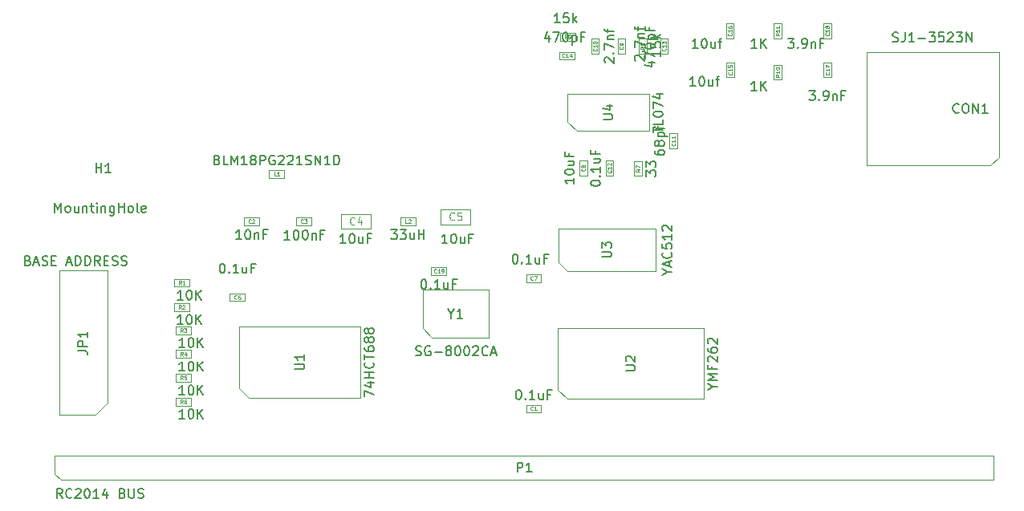
<source format=gbr>
%TF.GenerationSoftware,KiCad,Pcbnew,9.0.1+1*%
%TF.CreationDate,2025-09-01T23:04:51+00:00*%
%TF.ProjectId,rcbus-ymf262,72636275-732d-4796-9d66-3236322e6b69,@version@*%
%TF.SameCoordinates,Original*%
%TF.FileFunction,AssemblyDrawing,Top*%
%FSLAX46Y46*%
G04 Gerber Fmt 4.6, Leading zero omitted, Abs format (unit mm)*
G04 Created by KiCad (PCBNEW 9.0.1+1) date 2025-09-01 23:04:51*
%MOMM*%
%LPD*%
G01*
G04 APERTURE LIST*
%ADD10C,0.150000*%
%ADD11C,0.060000*%
%ADD12C,0.120000*%
%ADD13C,0.100000*%
G04 APERTURE END LIST*
D10*
X109607143Y-154774819D02*
X109702381Y-154774819D01*
X109702381Y-154774819D02*
X109797619Y-154822438D01*
X109797619Y-154822438D02*
X109845238Y-154870057D01*
X109845238Y-154870057D02*
X109892857Y-154965295D01*
X109892857Y-154965295D02*
X109940476Y-155155771D01*
X109940476Y-155155771D02*
X109940476Y-155393866D01*
X109940476Y-155393866D02*
X109892857Y-155584342D01*
X109892857Y-155584342D02*
X109845238Y-155679580D01*
X109845238Y-155679580D02*
X109797619Y-155727200D01*
X109797619Y-155727200D02*
X109702381Y-155774819D01*
X109702381Y-155774819D02*
X109607143Y-155774819D01*
X109607143Y-155774819D02*
X109511905Y-155727200D01*
X109511905Y-155727200D02*
X109464286Y-155679580D01*
X109464286Y-155679580D02*
X109416667Y-155584342D01*
X109416667Y-155584342D02*
X109369048Y-155393866D01*
X109369048Y-155393866D02*
X109369048Y-155155771D01*
X109369048Y-155155771D02*
X109416667Y-154965295D01*
X109416667Y-154965295D02*
X109464286Y-154870057D01*
X109464286Y-154870057D02*
X109511905Y-154822438D01*
X109511905Y-154822438D02*
X109607143Y-154774819D01*
X110369048Y-155679580D02*
X110416667Y-155727200D01*
X110416667Y-155727200D02*
X110369048Y-155774819D01*
X110369048Y-155774819D02*
X110321429Y-155727200D01*
X110321429Y-155727200D02*
X110369048Y-155679580D01*
X110369048Y-155679580D02*
X110369048Y-155774819D01*
X111369047Y-155774819D02*
X110797619Y-155774819D01*
X111083333Y-155774819D02*
X111083333Y-154774819D01*
X111083333Y-154774819D02*
X110988095Y-154917676D01*
X110988095Y-154917676D02*
X110892857Y-155012914D01*
X110892857Y-155012914D02*
X110797619Y-155060533D01*
X112226190Y-155108152D02*
X112226190Y-155774819D01*
X111797619Y-155108152D02*
X111797619Y-155631961D01*
X111797619Y-155631961D02*
X111845238Y-155727200D01*
X111845238Y-155727200D02*
X111940476Y-155774819D01*
X111940476Y-155774819D02*
X112083333Y-155774819D01*
X112083333Y-155774819D02*
X112178571Y-155727200D01*
X112178571Y-155727200D02*
X112226190Y-155679580D01*
X113035714Y-155251009D02*
X112702381Y-155251009D01*
X112702381Y-155774819D02*
X112702381Y-154774819D01*
X112702381Y-154774819D02*
X113178571Y-154774819D01*
D11*
X111183333Y-156893832D02*
X111164285Y-156912880D01*
X111164285Y-156912880D02*
X111107143Y-156931927D01*
X111107143Y-156931927D02*
X111069047Y-156931927D01*
X111069047Y-156931927D02*
X111011904Y-156912880D01*
X111011904Y-156912880D02*
X110973809Y-156874784D01*
X110973809Y-156874784D02*
X110954762Y-156836689D01*
X110954762Y-156836689D02*
X110935714Y-156760499D01*
X110935714Y-156760499D02*
X110935714Y-156703356D01*
X110935714Y-156703356D02*
X110954762Y-156627165D01*
X110954762Y-156627165D02*
X110973809Y-156589070D01*
X110973809Y-156589070D02*
X111011904Y-156550975D01*
X111011904Y-156550975D02*
X111069047Y-156531927D01*
X111069047Y-156531927D02*
X111107143Y-156531927D01*
X111107143Y-156531927D02*
X111164285Y-156550975D01*
X111164285Y-156550975D02*
X111183333Y-156570022D01*
X111564285Y-156931927D02*
X111335714Y-156931927D01*
X111450000Y-156931927D02*
X111450000Y-156531927D01*
X111450000Y-156531927D02*
X111411904Y-156589070D01*
X111411904Y-156589070D02*
X111373809Y-156627165D01*
X111373809Y-156627165D02*
X111335714Y-156646213D01*
D10*
X109257143Y-140454819D02*
X109352381Y-140454819D01*
X109352381Y-140454819D02*
X109447619Y-140502438D01*
X109447619Y-140502438D02*
X109495238Y-140550057D01*
X109495238Y-140550057D02*
X109542857Y-140645295D01*
X109542857Y-140645295D02*
X109590476Y-140835771D01*
X109590476Y-140835771D02*
X109590476Y-141073866D01*
X109590476Y-141073866D02*
X109542857Y-141264342D01*
X109542857Y-141264342D02*
X109495238Y-141359580D01*
X109495238Y-141359580D02*
X109447619Y-141407200D01*
X109447619Y-141407200D02*
X109352381Y-141454819D01*
X109352381Y-141454819D02*
X109257143Y-141454819D01*
X109257143Y-141454819D02*
X109161905Y-141407200D01*
X109161905Y-141407200D02*
X109114286Y-141359580D01*
X109114286Y-141359580D02*
X109066667Y-141264342D01*
X109066667Y-141264342D02*
X109019048Y-141073866D01*
X109019048Y-141073866D02*
X109019048Y-140835771D01*
X109019048Y-140835771D02*
X109066667Y-140645295D01*
X109066667Y-140645295D02*
X109114286Y-140550057D01*
X109114286Y-140550057D02*
X109161905Y-140502438D01*
X109161905Y-140502438D02*
X109257143Y-140454819D01*
X110019048Y-141359580D02*
X110066667Y-141407200D01*
X110066667Y-141407200D02*
X110019048Y-141454819D01*
X110019048Y-141454819D02*
X109971429Y-141407200D01*
X109971429Y-141407200D02*
X110019048Y-141359580D01*
X110019048Y-141359580D02*
X110019048Y-141454819D01*
X111019047Y-141454819D02*
X110447619Y-141454819D01*
X110733333Y-141454819D02*
X110733333Y-140454819D01*
X110733333Y-140454819D02*
X110638095Y-140597676D01*
X110638095Y-140597676D02*
X110542857Y-140692914D01*
X110542857Y-140692914D02*
X110447619Y-140740533D01*
X111876190Y-140788152D02*
X111876190Y-141454819D01*
X111447619Y-140788152D02*
X111447619Y-141311961D01*
X111447619Y-141311961D02*
X111495238Y-141407200D01*
X111495238Y-141407200D02*
X111590476Y-141454819D01*
X111590476Y-141454819D02*
X111733333Y-141454819D01*
X111733333Y-141454819D02*
X111828571Y-141407200D01*
X111828571Y-141407200D02*
X111876190Y-141359580D01*
X112685714Y-140931009D02*
X112352381Y-140931009D01*
X112352381Y-141454819D02*
X112352381Y-140454819D01*
X112352381Y-140454819D02*
X112828571Y-140454819D01*
D11*
X111183333Y-143143832D02*
X111164285Y-143162880D01*
X111164285Y-143162880D02*
X111107143Y-143181927D01*
X111107143Y-143181927D02*
X111069047Y-143181927D01*
X111069047Y-143181927D02*
X111011904Y-143162880D01*
X111011904Y-143162880D02*
X110973809Y-143124784D01*
X110973809Y-143124784D02*
X110954762Y-143086689D01*
X110954762Y-143086689D02*
X110935714Y-143010499D01*
X110935714Y-143010499D02*
X110935714Y-142953356D01*
X110935714Y-142953356D02*
X110954762Y-142877165D01*
X110954762Y-142877165D02*
X110973809Y-142839070D01*
X110973809Y-142839070D02*
X111011904Y-142800975D01*
X111011904Y-142800975D02*
X111069047Y-142781927D01*
X111069047Y-142781927D02*
X111107143Y-142781927D01*
X111107143Y-142781927D02*
X111164285Y-142800975D01*
X111164285Y-142800975D02*
X111183333Y-142820022D01*
X111316666Y-142781927D02*
X111583333Y-142781927D01*
X111583333Y-142781927D02*
X111411904Y-143181927D01*
D10*
X149128524Y-118002200D02*
X149271381Y-118049819D01*
X149271381Y-118049819D02*
X149509476Y-118049819D01*
X149509476Y-118049819D02*
X149604714Y-118002200D01*
X149604714Y-118002200D02*
X149652333Y-117954580D01*
X149652333Y-117954580D02*
X149699952Y-117859342D01*
X149699952Y-117859342D02*
X149699952Y-117764104D01*
X149699952Y-117764104D02*
X149652333Y-117668866D01*
X149652333Y-117668866D02*
X149604714Y-117621247D01*
X149604714Y-117621247D02*
X149509476Y-117573628D01*
X149509476Y-117573628D02*
X149319000Y-117526009D01*
X149319000Y-117526009D02*
X149223762Y-117478390D01*
X149223762Y-117478390D02*
X149176143Y-117430771D01*
X149176143Y-117430771D02*
X149128524Y-117335533D01*
X149128524Y-117335533D02*
X149128524Y-117240295D01*
X149128524Y-117240295D02*
X149176143Y-117145057D01*
X149176143Y-117145057D02*
X149223762Y-117097438D01*
X149223762Y-117097438D02*
X149319000Y-117049819D01*
X149319000Y-117049819D02*
X149557095Y-117049819D01*
X149557095Y-117049819D02*
X149699952Y-117097438D01*
X150414238Y-117049819D02*
X150414238Y-117764104D01*
X150414238Y-117764104D02*
X150366619Y-117906961D01*
X150366619Y-117906961D02*
X150271381Y-118002200D01*
X150271381Y-118002200D02*
X150128524Y-118049819D01*
X150128524Y-118049819D02*
X150033286Y-118049819D01*
X151414238Y-118049819D02*
X150842810Y-118049819D01*
X151128524Y-118049819D02*
X151128524Y-117049819D01*
X151128524Y-117049819D02*
X151033286Y-117192676D01*
X151033286Y-117192676D02*
X150938048Y-117287914D01*
X150938048Y-117287914D02*
X150842810Y-117335533D01*
X151842810Y-117668866D02*
X152604715Y-117668866D01*
X152985667Y-117049819D02*
X153604714Y-117049819D01*
X153604714Y-117049819D02*
X153271381Y-117430771D01*
X153271381Y-117430771D02*
X153414238Y-117430771D01*
X153414238Y-117430771D02*
X153509476Y-117478390D01*
X153509476Y-117478390D02*
X153557095Y-117526009D01*
X153557095Y-117526009D02*
X153604714Y-117621247D01*
X153604714Y-117621247D02*
X153604714Y-117859342D01*
X153604714Y-117859342D02*
X153557095Y-117954580D01*
X153557095Y-117954580D02*
X153509476Y-118002200D01*
X153509476Y-118002200D02*
X153414238Y-118049819D01*
X153414238Y-118049819D02*
X153128524Y-118049819D01*
X153128524Y-118049819D02*
X153033286Y-118002200D01*
X153033286Y-118002200D02*
X152985667Y-117954580D01*
X154509476Y-117049819D02*
X154033286Y-117049819D01*
X154033286Y-117049819D02*
X153985667Y-117526009D01*
X153985667Y-117526009D02*
X154033286Y-117478390D01*
X154033286Y-117478390D02*
X154128524Y-117430771D01*
X154128524Y-117430771D02*
X154366619Y-117430771D01*
X154366619Y-117430771D02*
X154461857Y-117478390D01*
X154461857Y-117478390D02*
X154509476Y-117526009D01*
X154509476Y-117526009D02*
X154557095Y-117621247D01*
X154557095Y-117621247D02*
X154557095Y-117859342D01*
X154557095Y-117859342D02*
X154509476Y-117954580D01*
X154509476Y-117954580D02*
X154461857Y-118002200D01*
X154461857Y-118002200D02*
X154366619Y-118049819D01*
X154366619Y-118049819D02*
X154128524Y-118049819D01*
X154128524Y-118049819D02*
X154033286Y-118002200D01*
X154033286Y-118002200D02*
X153985667Y-117954580D01*
X154938048Y-117145057D02*
X154985667Y-117097438D01*
X154985667Y-117097438D02*
X155080905Y-117049819D01*
X155080905Y-117049819D02*
X155319000Y-117049819D01*
X155319000Y-117049819D02*
X155414238Y-117097438D01*
X155414238Y-117097438D02*
X155461857Y-117145057D01*
X155461857Y-117145057D02*
X155509476Y-117240295D01*
X155509476Y-117240295D02*
X155509476Y-117335533D01*
X155509476Y-117335533D02*
X155461857Y-117478390D01*
X155461857Y-117478390D02*
X154890429Y-118049819D01*
X154890429Y-118049819D02*
X155509476Y-118049819D01*
X155842810Y-117049819D02*
X156461857Y-117049819D01*
X156461857Y-117049819D02*
X156128524Y-117430771D01*
X156128524Y-117430771D02*
X156271381Y-117430771D01*
X156271381Y-117430771D02*
X156366619Y-117478390D01*
X156366619Y-117478390D02*
X156414238Y-117526009D01*
X156414238Y-117526009D02*
X156461857Y-117621247D01*
X156461857Y-117621247D02*
X156461857Y-117859342D01*
X156461857Y-117859342D02*
X156414238Y-117954580D01*
X156414238Y-117954580D02*
X156366619Y-118002200D01*
X156366619Y-118002200D02*
X156271381Y-118049819D01*
X156271381Y-118049819D02*
X155985667Y-118049819D01*
X155985667Y-118049819D02*
X155890429Y-118002200D01*
X155890429Y-118002200D02*
X155842810Y-117954580D01*
X156890429Y-118049819D02*
X156890429Y-117049819D01*
X156890429Y-117049819D02*
X157461857Y-118049819D01*
X157461857Y-118049819D02*
X157461857Y-117049819D01*
X156104714Y-125454580D02*
X156057095Y-125502200D01*
X156057095Y-125502200D02*
X155914238Y-125549819D01*
X155914238Y-125549819D02*
X155819000Y-125549819D01*
X155819000Y-125549819D02*
X155676143Y-125502200D01*
X155676143Y-125502200D02*
X155580905Y-125406961D01*
X155580905Y-125406961D02*
X155533286Y-125311723D01*
X155533286Y-125311723D02*
X155485667Y-125121247D01*
X155485667Y-125121247D02*
X155485667Y-124978390D01*
X155485667Y-124978390D02*
X155533286Y-124787914D01*
X155533286Y-124787914D02*
X155580905Y-124692676D01*
X155580905Y-124692676D02*
X155676143Y-124597438D01*
X155676143Y-124597438D02*
X155819000Y-124549819D01*
X155819000Y-124549819D02*
X155914238Y-124549819D01*
X155914238Y-124549819D02*
X156057095Y-124597438D01*
X156057095Y-124597438D02*
X156104714Y-124645057D01*
X156723762Y-124549819D02*
X156914238Y-124549819D01*
X156914238Y-124549819D02*
X157009476Y-124597438D01*
X157009476Y-124597438D02*
X157104714Y-124692676D01*
X157104714Y-124692676D02*
X157152333Y-124883152D01*
X157152333Y-124883152D02*
X157152333Y-125216485D01*
X157152333Y-125216485D02*
X157104714Y-125406961D01*
X157104714Y-125406961D02*
X157009476Y-125502200D01*
X157009476Y-125502200D02*
X156914238Y-125549819D01*
X156914238Y-125549819D02*
X156723762Y-125549819D01*
X156723762Y-125549819D02*
X156628524Y-125502200D01*
X156628524Y-125502200D02*
X156533286Y-125406961D01*
X156533286Y-125406961D02*
X156485667Y-125216485D01*
X156485667Y-125216485D02*
X156485667Y-124883152D01*
X156485667Y-124883152D02*
X156533286Y-124692676D01*
X156533286Y-124692676D02*
X156628524Y-124597438D01*
X156628524Y-124597438D02*
X156723762Y-124549819D01*
X157580905Y-125549819D02*
X157580905Y-124549819D01*
X157580905Y-124549819D02*
X158152333Y-125549819D01*
X158152333Y-125549819D02*
X158152333Y-124549819D01*
X159152333Y-125549819D02*
X158580905Y-125549819D01*
X158866619Y-125549819D02*
X158866619Y-124549819D01*
X158866619Y-124549819D02*
X158771381Y-124692676D01*
X158771381Y-124692676D02*
X158676143Y-124787914D01*
X158676143Y-124787914D02*
X158580905Y-124835533D01*
X57929999Y-141111009D02*
X58072856Y-141158628D01*
X58072856Y-141158628D02*
X58120475Y-141206247D01*
X58120475Y-141206247D02*
X58168094Y-141301485D01*
X58168094Y-141301485D02*
X58168094Y-141444342D01*
X58168094Y-141444342D02*
X58120475Y-141539580D01*
X58120475Y-141539580D02*
X58072856Y-141587200D01*
X58072856Y-141587200D02*
X57977618Y-141634819D01*
X57977618Y-141634819D02*
X57596666Y-141634819D01*
X57596666Y-141634819D02*
X57596666Y-140634819D01*
X57596666Y-140634819D02*
X57929999Y-140634819D01*
X57929999Y-140634819D02*
X58025237Y-140682438D01*
X58025237Y-140682438D02*
X58072856Y-140730057D01*
X58072856Y-140730057D02*
X58120475Y-140825295D01*
X58120475Y-140825295D02*
X58120475Y-140920533D01*
X58120475Y-140920533D02*
X58072856Y-141015771D01*
X58072856Y-141015771D02*
X58025237Y-141063390D01*
X58025237Y-141063390D02*
X57929999Y-141111009D01*
X57929999Y-141111009D02*
X57596666Y-141111009D01*
X58549047Y-141349104D02*
X59025237Y-141349104D01*
X58453809Y-141634819D02*
X58787142Y-140634819D01*
X58787142Y-140634819D02*
X59120475Y-141634819D01*
X59406190Y-141587200D02*
X59549047Y-141634819D01*
X59549047Y-141634819D02*
X59787142Y-141634819D01*
X59787142Y-141634819D02*
X59882380Y-141587200D01*
X59882380Y-141587200D02*
X59929999Y-141539580D01*
X59929999Y-141539580D02*
X59977618Y-141444342D01*
X59977618Y-141444342D02*
X59977618Y-141349104D01*
X59977618Y-141349104D02*
X59929999Y-141253866D01*
X59929999Y-141253866D02*
X59882380Y-141206247D01*
X59882380Y-141206247D02*
X59787142Y-141158628D01*
X59787142Y-141158628D02*
X59596666Y-141111009D01*
X59596666Y-141111009D02*
X59501428Y-141063390D01*
X59501428Y-141063390D02*
X59453809Y-141015771D01*
X59453809Y-141015771D02*
X59406190Y-140920533D01*
X59406190Y-140920533D02*
X59406190Y-140825295D01*
X59406190Y-140825295D02*
X59453809Y-140730057D01*
X59453809Y-140730057D02*
X59501428Y-140682438D01*
X59501428Y-140682438D02*
X59596666Y-140634819D01*
X59596666Y-140634819D02*
X59834761Y-140634819D01*
X59834761Y-140634819D02*
X59977618Y-140682438D01*
X60406190Y-141111009D02*
X60739523Y-141111009D01*
X60882380Y-141634819D02*
X60406190Y-141634819D01*
X60406190Y-141634819D02*
X60406190Y-140634819D01*
X60406190Y-140634819D02*
X60882380Y-140634819D01*
X62025238Y-141349104D02*
X62501428Y-141349104D01*
X61930000Y-141634819D02*
X62263333Y-140634819D01*
X62263333Y-140634819D02*
X62596666Y-141634819D01*
X62930000Y-141634819D02*
X62930000Y-140634819D01*
X62930000Y-140634819D02*
X63168095Y-140634819D01*
X63168095Y-140634819D02*
X63310952Y-140682438D01*
X63310952Y-140682438D02*
X63406190Y-140777676D01*
X63406190Y-140777676D02*
X63453809Y-140872914D01*
X63453809Y-140872914D02*
X63501428Y-141063390D01*
X63501428Y-141063390D02*
X63501428Y-141206247D01*
X63501428Y-141206247D02*
X63453809Y-141396723D01*
X63453809Y-141396723D02*
X63406190Y-141491961D01*
X63406190Y-141491961D02*
X63310952Y-141587200D01*
X63310952Y-141587200D02*
X63168095Y-141634819D01*
X63168095Y-141634819D02*
X62930000Y-141634819D01*
X63930000Y-141634819D02*
X63930000Y-140634819D01*
X63930000Y-140634819D02*
X64168095Y-140634819D01*
X64168095Y-140634819D02*
X64310952Y-140682438D01*
X64310952Y-140682438D02*
X64406190Y-140777676D01*
X64406190Y-140777676D02*
X64453809Y-140872914D01*
X64453809Y-140872914D02*
X64501428Y-141063390D01*
X64501428Y-141063390D02*
X64501428Y-141206247D01*
X64501428Y-141206247D02*
X64453809Y-141396723D01*
X64453809Y-141396723D02*
X64406190Y-141491961D01*
X64406190Y-141491961D02*
X64310952Y-141587200D01*
X64310952Y-141587200D02*
X64168095Y-141634819D01*
X64168095Y-141634819D02*
X63930000Y-141634819D01*
X65501428Y-141634819D02*
X65168095Y-141158628D01*
X64930000Y-141634819D02*
X64930000Y-140634819D01*
X64930000Y-140634819D02*
X65310952Y-140634819D01*
X65310952Y-140634819D02*
X65406190Y-140682438D01*
X65406190Y-140682438D02*
X65453809Y-140730057D01*
X65453809Y-140730057D02*
X65501428Y-140825295D01*
X65501428Y-140825295D02*
X65501428Y-140968152D01*
X65501428Y-140968152D02*
X65453809Y-141063390D01*
X65453809Y-141063390D02*
X65406190Y-141111009D01*
X65406190Y-141111009D02*
X65310952Y-141158628D01*
X65310952Y-141158628D02*
X64930000Y-141158628D01*
X65930000Y-141111009D02*
X66263333Y-141111009D01*
X66406190Y-141634819D02*
X65930000Y-141634819D01*
X65930000Y-141634819D02*
X65930000Y-140634819D01*
X65930000Y-140634819D02*
X66406190Y-140634819D01*
X66787143Y-141587200D02*
X66930000Y-141634819D01*
X66930000Y-141634819D02*
X67168095Y-141634819D01*
X67168095Y-141634819D02*
X67263333Y-141587200D01*
X67263333Y-141587200D02*
X67310952Y-141539580D01*
X67310952Y-141539580D02*
X67358571Y-141444342D01*
X67358571Y-141444342D02*
X67358571Y-141349104D01*
X67358571Y-141349104D02*
X67310952Y-141253866D01*
X67310952Y-141253866D02*
X67263333Y-141206247D01*
X67263333Y-141206247D02*
X67168095Y-141158628D01*
X67168095Y-141158628D02*
X66977619Y-141111009D01*
X66977619Y-141111009D02*
X66882381Y-141063390D01*
X66882381Y-141063390D02*
X66834762Y-141015771D01*
X66834762Y-141015771D02*
X66787143Y-140920533D01*
X66787143Y-140920533D02*
X66787143Y-140825295D01*
X66787143Y-140825295D02*
X66834762Y-140730057D01*
X66834762Y-140730057D02*
X66882381Y-140682438D01*
X66882381Y-140682438D02*
X66977619Y-140634819D01*
X66977619Y-140634819D02*
X67215714Y-140634819D01*
X67215714Y-140634819D02*
X67358571Y-140682438D01*
X67739524Y-141587200D02*
X67882381Y-141634819D01*
X67882381Y-141634819D02*
X68120476Y-141634819D01*
X68120476Y-141634819D02*
X68215714Y-141587200D01*
X68215714Y-141587200D02*
X68263333Y-141539580D01*
X68263333Y-141539580D02*
X68310952Y-141444342D01*
X68310952Y-141444342D02*
X68310952Y-141349104D01*
X68310952Y-141349104D02*
X68263333Y-141253866D01*
X68263333Y-141253866D02*
X68215714Y-141206247D01*
X68215714Y-141206247D02*
X68120476Y-141158628D01*
X68120476Y-141158628D02*
X67930000Y-141111009D01*
X67930000Y-141111009D02*
X67834762Y-141063390D01*
X67834762Y-141063390D02*
X67787143Y-141015771D01*
X67787143Y-141015771D02*
X67739524Y-140920533D01*
X67739524Y-140920533D02*
X67739524Y-140825295D01*
X67739524Y-140825295D02*
X67787143Y-140730057D01*
X67787143Y-140730057D02*
X67834762Y-140682438D01*
X67834762Y-140682438D02*
X67930000Y-140634819D01*
X67930000Y-140634819D02*
X68168095Y-140634819D01*
X68168095Y-140634819D02*
X68310952Y-140682438D01*
X63184819Y-150643333D02*
X63899104Y-150643333D01*
X63899104Y-150643333D02*
X64041961Y-150690952D01*
X64041961Y-150690952D02*
X64137200Y-150786190D01*
X64137200Y-150786190D02*
X64184819Y-150929047D01*
X64184819Y-150929047D02*
X64184819Y-151024285D01*
X64184819Y-150167142D02*
X63184819Y-150167142D01*
X63184819Y-150167142D02*
X63184819Y-149786190D01*
X63184819Y-149786190D02*
X63232438Y-149690952D01*
X63232438Y-149690952D02*
X63280057Y-149643333D01*
X63280057Y-149643333D02*
X63375295Y-149595714D01*
X63375295Y-149595714D02*
X63518152Y-149595714D01*
X63518152Y-149595714D02*
X63613390Y-149643333D01*
X63613390Y-149643333D02*
X63661009Y-149690952D01*
X63661009Y-149690952D02*
X63708628Y-149786190D01*
X63708628Y-149786190D02*
X63708628Y-150167142D01*
X64184819Y-148643333D02*
X64184819Y-149214761D01*
X64184819Y-148929047D02*
X63184819Y-148929047D01*
X63184819Y-148929047D02*
X63327676Y-149024285D01*
X63327676Y-149024285D02*
X63422914Y-149119523D01*
X63422914Y-149119523D02*
X63470533Y-149214761D01*
X60746285Y-136036819D02*
X60746285Y-135036819D01*
X60746285Y-135036819D02*
X61079618Y-135751104D01*
X61079618Y-135751104D02*
X61412951Y-135036819D01*
X61412951Y-135036819D02*
X61412951Y-136036819D01*
X62031999Y-136036819D02*
X61936761Y-135989200D01*
X61936761Y-135989200D02*
X61889142Y-135941580D01*
X61889142Y-135941580D02*
X61841523Y-135846342D01*
X61841523Y-135846342D02*
X61841523Y-135560628D01*
X61841523Y-135560628D02*
X61889142Y-135465390D01*
X61889142Y-135465390D02*
X61936761Y-135417771D01*
X61936761Y-135417771D02*
X62031999Y-135370152D01*
X62031999Y-135370152D02*
X62174856Y-135370152D01*
X62174856Y-135370152D02*
X62270094Y-135417771D01*
X62270094Y-135417771D02*
X62317713Y-135465390D01*
X62317713Y-135465390D02*
X62365332Y-135560628D01*
X62365332Y-135560628D02*
X62365332Y-135846342D01*
X62365332Y-135846342D02*
X62317713Y-135941580D01*
X62317713Y-135941580D02*
X62270094Y-135989200D01*
X62270094Y-135989200D02*
X62174856Y-136036819D01*
X62174856Y-136036819D02*
X62031999Y-136036819D01*
X63222475Y-135370152D02*
X63222475Y-136036819D01*
X62793904Y-135370152D02*
X62793904Y-135893961D01*
X62793904Y-135893961D02*
X62841523Y-135989200D01*
X62841523Y-135989200D02*
X62936761Y-136036819D01*
X62936761Y-136036819D02*
X63079618Y-136036819D01*
X63079618Y-136036819D02*
X63174856Y-135989200D01*
X63174856Y-135989200D02*
X63222475Y-135941580D01*
X63698666Y-135370152D02*
X63698666Y-136036819D01*
X63698666Y-135465390D02*
X63746285Y-135417771D01*
X63746285Y-135417771D02*
X63841523Y-135370152D01*
X63841523Y-135370152D02*
X63984380Y-135370152D01*
X63984380Y-135370152D02*
X64079618Y-135417771D01*
X64079618Y-135417771D02*
X64127237Y-135513009D01*
X64127237Y-135513009D02*
X64127237Y-136036819D01*
X64460571Y-135370152D02*
X64841523Y-135370152D01*
X64603428Y-135036819D02*
X64603428Y-135893961D01*
X64603428Y-135893961D02*
X64651047Y-135989200D01*
X64651047Y-135989200D02*
X64746285Y-136036819D01*
X64746285Y-136036819D02*
X64841523Y-136036819D01*
X65174857Y-136036819D02*
X65174857Y-135370152D01*
X65174857Y-135036819D02*
X65127238Y-135084438D01*
X65127238Y-135084438D02*
X65174857Y-135132057D01*
X65174857Y-135132057D02*
X65222476Y-135084438D01*
X65222476Y-135084438D02*
X65174857Y-135036819D01*
X65174857Y-135036819D02*
X65174857Y-135132057D01*
X65651047Y-135370152D02*
X65651047Y-136036819D01*
X65651047Y-135465390D02*
X65698666Y-135417771D01*
X65698666Y-135417771D02*
X65793904Y-135370152D01*
X65793904Y-135370152D02*
X65936761Y-135370152D01*
X65936761Y-135370152D02*
X66031999Y-135417771D01*
X66031999Y-135417771D02*
X66079618Y-135513009D01*
X66079618Y-135513009D02*
X66079618Y-136036819D01*
X66984380Y-135370152D02*
X66984380Y-136179676D01*
X66984380Y-136179676D02*
X66936761Y-136274914D01*
X66936761Y-136274914D02*
X66889142Y-136322533D01*
X66889142Y-136322533D02*
X66793904Y-136370152D01*
X66793904Y-136370152D02*
X66651047Y-136370152D01*
X66651047Y-136370152D02*
X66555809Y-136322533D01*
X66984380Y-135989200D02*
X66889142Y-136036819D01*
X66889142Y-136036819D02*
X66698666Y-136036819D01*
X66698666Y-136036819D02*
X66603428Y-135989200D01*
X66603428Y-135989200D02*
X66555809Y-135941580D01*
X66555809Y-135941580D02*
X66508190Y-135846342D01*
X66508190Y-135846342D02*
X66508190Y-135560628D01*
X66508190Y-135560628D02*
X66555809Y-135465390D01*
X66555809Y-135465390D02*
X66603428Y-135417771D01*
X66603428Y-135417771D02*
X66698666Y-135370152D01*
X66698666Y-135370152D02*
X66889142Y-135370152D01*
X66889142Y-135370152D02*
X66984380Y-135417771D01*
X67460571Y-136036819D02*
X67460571Y-135036819D01*
X67460571Y-135513009D02*
X68031999Y-135513009D01*
X68031999Y-136036819D02*
X68031999Y-135036819D01*
X68651047Y-136036819D02*
X68555809Y-135989200D01*
X68555809Y-135989200D02*
X68508190Y-135941580D01*
X68508190Y-135941580D02*
X68460571Y-135846342D01*
X68460571Y-135846342D02*
X68460571Y-135560628D01*
X68460571Y-135560628D02*
X68508190Y-135465390D01*
X68508190Y-135465390D02*
X68555809Y-135417771D01*
X68555809Y-135417771D02*
X68651047Y-135370152D01*
X68651047Y-135370152D02*
X68793904Y-135370152D01*
X68793904Y-135370152D02*
X68889142Y-135417771D01*
X68889142Y-135417771D02*
X68936761Y-135465390D01*
X68936761Y-135465390D02*
X68984380Y-135560628D01*
X68984380Y-135560628D02*
X68984380Y-135846342D01*
X68984380Y-135846342D02*
X68936761Y-135941580D01*
X68936761Y-135941580D02*
X68889142Y-135989200D01*
X68889142Y-135989200D02*
X68793904Y-136036819D01*
X68793904Y-136036819D02*
X68651047Y-136036819D01*
X69555809Y-136036819D02*
X69460571Y-135989200D01*
X69460571Y-135989200D02*
X69412952Y-135893961D01*
X69412952Y-135893961D02*
X69412952Y-135036819D01*
X70317714Y-135989200D02*
X70222476Y-136036819D01*
X70222476Y-136036819D02*
X70032000Y-136036819D01*
X70032000Y-136036819D02*
X69936762Y-135989200D01*
X69936762Y-135989200D02*
X69889143Y-135893961D01*
X69889143Y-135893961D02*
X69889143Y-135513009D01*
X69889143Y-135513009D02*
X69936762Y-135417771D01*
X69936762Y-135417771D02*
X70032000Y-135370152D01*
X70032000Y-135370152D02*
X70222476Y-135370152D01*
X70222476Y-135370152D02*
X70317714Y-135417771D01*
X70317714Y-135417771D02*
X70365333Y-135513009D01*
X70365333Y-135513009D02*
X70365333Y-135608247D01*
X70365333Y-135608247D02*
X69889143Y-135703485D01*
X65070095Y-131836819D02*
X65070095Y-130836819D01*
X65070095Y-131313009D02*
X65641523Y-131313009D01*
X65641523Y-131836819D02*
X65641523Y-130836819D01*
X66641523Y-131836819D02*
X66070095Y-131836819D01*
X66355809Y-131836819D02*
X66355809Y-130836819D01*
X66355809Y-130836819D02*
X66260571Y-130979676D01*
X66260571Y-130979676D02*
X66165333Y-131074914D01*
X66165333Y-131074914D02*
X66070095Y-131122533D01*
X61523809Y-166204819D02*
X61190476Y-165728628D01*
X60952381Y-166204819D02*
X60952381Y-165204819D01*
X60952381Y-165204819D02*
X61333333Y-165204819D01*
X61333333Y-165204819D02*
X61428571Y-165252438D01*
X61428571Y-165252438D02*
X61476190Y-165300057D01*
X61476190Y-165300057D02*
X61523809Y-165395295D01*
X61523809Y-165395295D02*
X61523809Y-165538152D01*
X61523809Y-165538152D02*
X61476190Y-165633390D01*
X61476190Y-165633390D02*
X61428571Y-165681009D01*
X61428571Y-165681009D02*
X61333333Y-165728628D01*
X61333333Y-165728628D02*
X60952381Y-165728628D01*
X62523809Y-166109580D02*
X62476190Y-166157200D01*
X62476190Y-166157200D02*
X62333333Y-166204819D01*
X62333333Y-166204819D02*
X62238095Y-166204819D01*
X62238095Y-166204819D02*
X62095238Y-166157200D01*
X62095238Y-166157200D02*
X62000000Y-166061961D01*
X62000000Y-166061961D02*
X61952381Y-165966723D01*
X61952381Y-165966723D02*
X61904762Y-165776247D01*
X61904762Y-165776247D02*
X61904762Y-165633390D01*
X61904762Y-165633390D02*
X61952381Y-165442914D01*
X61952381Y-165442914D02*
X62000000Y-165347676D01*
X62000000Y-165347676D02*
X62095238Y-165252438D01*
X62095238Y-165252438D02*
X62238095Y-165204819D01*
X62238095Y-165204819D02*
X62333333Y-165204819D01*
X62333333Y-165204819D02*
X62476190Y-165252438D01*
X62476190Y-165252438D02*
X62523809Y-165300057D01*
X62904762Y-165300057D02*
X62952381Y-165252438D01*
X62952381Y-165252438D02*
X63047619Y-165204819D01*
X63047619Y-165204819D02*
X63285714Y-165204819D01*
X63285714Y-165204819D02*
X63380952Y-165252438D01*
X63380952Y-165252438D02*
X63428571Y-165300057D01*
X63428571Y-165300057D02*
X63476190Y-165395295D01*
X63476190Y-165395295D02*
X63476190Y-165490533D01*
X63476190Y-165490533D02*
X63428571Y-165633390D01*
X63428571Y-165633390D02*
X62857143Y-166204819D01*
X62857143Y-166204819D02*
X63476190Y-166204819D01*
X64095238Y-165204819D02*
X64190476Y-165204819D01*
X64190476Y-165204819D02*
X64285714Y-165252438D01*
X64285714Y-165252438D02*
X64333333Y-165300057D01*
X64333333Y-165300057D02*
X64380952Y-165395295D01*
X64380952Y-165395295D02*
X64428571Y-165585771D01*
X64428571Y-165585771D02*
X64428571Y-165823866D01*
X64428571Y-165823866D02*
X64380952Y-166014342D01*
X64380952Y-166014342D02*
X64333333Y-166109580D01*
X64333333Y-166109580D02*
X64285714Y-166157200D01*
X64285714Y-166157200D02*
X64190476Y-166204819D01*
X64190476Y-166204819D02*
X64095238Y-166204819D01*
X64095238Y-166204819D02*
X64000000Y-166157200D01*
X64000000Y-166157200D02*
X63952381Y-166109580D01*
X63952381Y-166109580D02*
X63904762Y-166014342D01*
X63904762Y-166014342D02*
X63857143Y-165823866D01*
X63857143Y-165823866D02*
X63857143Y-165585771D01*
X63857143Y-165585771D02*
X63904762Y-165395295D01*
X63904762Y-165395295D02*
X63952381Y-165300057D01*
X63952381Y-165300057D02*
X64000000Y-165252438D01*
X64000000Y-165252438D02*
X64095238Y-165204819D01*
X65380952Y-166204819D02*
X64809524Y-166204819D01*
X65095238Y-166204819D02*
X65095238Y-165204819D01*
X65095238Y-165204819D02*
X65000000Y-165347676D01*
X65000000Y-165347676D02*
X64904762Y-165442914D01*
X64904762Y-165442914D02*
X64809524Y-165490533D01*
X66238095Y-165538152D02*
X66238095Y-166204819D01*
X66000000Y-165157200D02*
X65761905Y-165871485D01*
X65761905Y-165871485D02*
X66380952Y-165871485D01*
X67857143Y-165681009D02*
X68000000Y-165728628D01*
X68000000Y-165728628D02*
X68047619Y-165776247D01*
X68047619Y-165776247D02*
X68095238Y-165871485D01*
X68095238Y-165871485D02*
X68095238Y-166014342D01*
X68095238Y-166014342D02*
X68047619Y-166109580D01*
X68047619Y-166109580D02*
X68000000Y-166157200D01*
X68000000Y-166157200D02*
X67904762Y-166204819D01*
X67904762Y-166204819D02*
X67523810Y-166204819D01*
X67523810Y-166204819D02*
X67523810Y-165204819D01*
X67523810Y-165204819D02*
X67857143Y-165204819D01*
X67857143Y-165204819D02*
X67952381Y-165252438D01*
X67952381Y-165252438D02*
X68000000Y-165300057D01*
X68000000Y-165300057D02*
X68047619Y-165395295D01*
X68047619Y-165395295D02*
X68047619Y-165490533D01*
X68047619Y-165490533D02*
X68000000Y-165585771D01*
X68000000Y-165585771D02*
X67952381Y-165633390D01*
X67952381Y-165633390D02*
X67857143Y-165681009D01*
X67857143Y-165681009D02*
X67523810Y-165681009D01*
X68523810Y-165204819D02*
X68523810Y-166014342D01*
X68523810Y-166014342D02*
X68571429Y-166109580D01*
X68571429Y-166109580D02*
X68619048Y-166157200D01*
X68619048Y-166157200D02*
X68714286Y-166204819D01*
X68714286Y-166204819D02*
X68904762Y-166204819D01*
X68904762Y-166204819D02*
X69000000Y-166157200D01*
X69000000Y-166157200D02*
X69047619Y-166109580D01*
X69047619Y-166109580D02*
X69095238Y-166014342D01*
X69095238Y-166014342D02*
X69095238Y-165204819D01*
X69523810Y-166157200D02*
X69666667Y-166204819D01*
X69666667Y-166204819D02*
X69904762Y-166204819D01*
X69904762Y-166204819D02*
X70000000Y-166157200D01*
X70000000Y-166157200D02*
X70047619Y-166109580D01*
X70047619Y-166109580D02*
X70095238Y-166014342D01*
X70095238Y-166014342D02*
X70095238Y-165919104D01*
X70095238Y-165919104D02*
X70047619Y-165823866D01*
X70047619Y-165823866D02*
X70000000Y-165776247D01*
X70000000Y-165776247D02*
X69904762Y-165728628D01*
X69904762Y-165728628D02*
X69714286Y-165681009D01*
X69714286Y-165681009D02*
X69619048Y-165633390D01*
X69619048Y-165633390D02*
X69571429Y-165585771D01*
X69571429Y-165585771D02*
X69523810Y-165490533D01*
X69523810Y-165490533D02*
X69523810Y-165395295D01*
X69523810Y-165395295D02*
X69571429Y-165300057D01*
X69571429Y-165300057D02*
X69619048Y-165252438D01*
X69619048Y-165252438D02*
X69714286Y-165204819D01*
X69714286Y-165204819D02*
X69952381Y-165204819D01*
X69952381Y-165204819D02*
X70095238Y-165252438D01*
X109521905Y-163454819D02*
X109521905Y-162454819D01*
X109521905Y-162454819D02*
X109902857Y-162454819D01*
X109902857Y-162454819D02*
X109998095Y-162502438D01*
X109998095Y-162502438D02*
X110045714Y-162550057D01*
X110045714Y-162550057D02*
X110093333Y-162645295D01*
X110093333Y-162645295D02*
X110093333Y-162788152D01*
X110093333Y-162788152D02*
X110045714Y-162883390D01*
X110045714Y-162883390D02*
X109998095Y-162931009D01*
X109998095Y-162931009D02*
X109902857Y-162978628D01*
X109902857Y-162978628D02*
X109521905Y-162978628D01*
X111045714Y-163454819D02*
X110474286Y-163454819D01*
X110760000Y-163454819D02*
X110760000Y-162454819D01*
X110760000Y-162454819D02*
X110664762Y-162597676D01*
X110664762Y-162597676D02*
X110569524Y-162692914D01*
X110569524Y-162692914D02*
X110474286Y-162740533D01*
X93399819Y-155492856D02*
X93399819Y-154826190D01*
X93399819Y-154826190D02*
X94399819Y-155254761D01*
X93733152Y-154016666D02*
X94399819Y-154016666D01*
X93352200Y-154254761D02*
X94066485Y-154492856D01*
X94066485Y-154492856D02*
X94066485Y-153873809D01*
X94399819Y-153492856D02*
X93399819Y-153492856D01*
X93876009Y-153492856D02*
X93876009Y-152921428D01*
X94399819Y-152921428D02*
X93399819Y-152921428D01*
X94304580Y-151873809D02*
X94352200Y-151921428D01*
X94352200Y-151921428D02*
X94399819Y-152064285D01*
X94399819Y-152064285D02*
X94399819Y-152159523D01*
X94399819Y-152159523D02*
X94352200Y-152302380D01*
X94352200Y-152302380D02*
X94256961Y-152397618D01*
X94256961Y-152397618D02*
X94161723Y-152445237D01*
X94161723Y-152445237D02*
X93971247Y-152492856D01*
X93971247Y-152492856D02*
X93828390Y-152492856D01*
X93828390Y-152492856D02*
X93637914Y-152445237D01*
X93637914Y-152445237D02*
X93542676Y-152397618D01*
X93542676Y-152397618D02*
X93447438Y-152302380D01*
X93447438Y-152302380D02*
X93399819Y-152159523D01*
X93399819Y-152159523D02*
X93399819Y-152064285D01*
X93399819Y-152064285D02*
X93447438Y-151921428D01*
X93447438Y-151921428D02*
X93495057Y-151873809D01*
X93399819Y-151588094D02*
X93399819Y-151016666D01*
X94399819Y-151302380D02*
X93399819Y-151302380D01*
X93399819Y-150254761D02*
X93399819Y-150445237D01*
X93399819Y-150445237D02*
X93447438Y-150540475D01*
X93447438Y-150540475D02*
X93495057Y-150588094D01*
X93495057Y-150588094D02*
X93637914Y-150683332D01*
X93637914Y-150683332D02*
X93828390Y-150730951D01*
X93828390Y-150730951D02*
X94209342Y-150730951D01*
X94209342Y-150730951D02*
X94304580Y-150683332D01*
X94304580Y-150683332D02*
X94352200Y-150635713D01*
X94352200Y-150635713D02*
X94399819Y-150540475D01*
X94399819Y-150540475D02*
X94399819Y-150349999D01*
X94399819Y-150349999D02*
X94352200Y-150254761D01*
X94352200Y-150254761D02*
X94304580Y-150207142D01*
X94304580Y-150207142D02*
X94209342Y-150159523D01*
X94209342Y-150159523D02*
X93971247Y-150159523D01*
X93971247Y-150159523D02*
X93876009Y-150207142D01*
X93876009Y-150207142D02*
X93828390Y-150254761D01*
X93828390Y-150254761D02*
X93780771Y-150349999D01*
X93780771Y-150349999D02*
X93780771Y-150540475D01*
X93780771Y-150540475D02*
X93828390Y-150635713D01*
X93828390Y-150635713D02*
X93876009Y-150683332D01*
X93876009Y-150683332D02*
X93971247Y-150730951D01*
X93828390Y-149588094D02*
X93780771Y-149683332D01*
X93780771Y-149683332D02*
X93733152Y-149730951D01*
X93733152Y-149730951D02*
X93637914Y-149778570D01*
X93637914Y-149778570D02*
X93590295Y-149778570D01*
X93590295Y-149778570D02*
X93495057Y-149730951D01*
X93495057Y-149730951D02*
X93447438Y-149683332D01*
X93447438Y-149683332D02*
X93399819Y-149588094D01*
X93399819Y-149588094D02*
X93399819Y-149397618D01*
X93399819Y-149397618D02*
X93447438Y-149302380D01*
X93447438Y-149302380D02*
X93495057Y-149254761D01*
X93495057Y-149254761D02*
X93590295Y-149207142D01*
X93590295Y-149207142D02*
X93637914Y-149207142D01*
X93637914Y-149207142D02*
X93733152Y-149254761D01*
X93733152Y-149254761D02*
X93780771Y-149302380D01*
X93780771Y-149302380D02*
X93828390Y-149397618D01*
X93828390Y-149397618D02*
X93828390Y-149588094D01*
X93828390Y-149588094D02*
X93876009Y-149683332D01*
X93876009Y-149683332D02*
X93923628Y-149730951D01*
X93923628Y-149730951D02*
X94018866Y-149778570D01*
X94018866Y-149778570D02*
X94209342Y-149778570D01*
X94209342Y-149778570D02*
X94304580Y-149730951D01*
X94304580Y-149730951D02*
X94352200Y-149683332D01*
X94352200Y-149683332D02*
X94399819Y-149588094D01*
X94399819Y-149588094D02*
X94399819Y-149397618D01*
X94399819Y-149397618D02*
X94352200Y-149302380D01*
X94352200Y-149302380D02*
X94304580Y-149254761D01*
X94304580Y-149254761D02*
X94209342Y-149207142D01*
X94209342Y-149207142D02*
X94018866Y-149207142D01*
X94018866Y-149207142D02*
X93923628Y-149254761D01*
X93923628Y-149254761D02*
X93876009Y-149302380D01*
X93876009Y-149302380D02*
X93828390Y-149397618D01*
X93828390Y-148635713D02*
X93780771Y-148730951D01*
X93780771Y-148730951D02*
X93733152Y-148778570D01*
X93733152Y-148778570D02*
X93637914Y-148826189D01*
X93637914Y-148826189D02*
X93590295Y-148826189D01*
X93590295Y-148826189D02*
X93495057Y-148778570D01*
X93495057Y-148778570D02*
X93447438Y-148730951D01*
X93447438Y-148730951D02*
X93399819Y-148635713D01*
X93399819Y-148635713D02*
X93399819Y-148445237D01*
X93399819Y-148445237D02*
X93447438Y-148349999D01*
X93447438Y-148349999D02*
X93495057Y-148302380D01*
X93495057Y-148302380D02*
X93590295Y-148254761D01*
X93590295Y-148254761D02*
X93637914Y-148254761D01*
X93637914Y-148254761D02*
X93733152Y-148302380D01*
X93733152Y-148302380D02*
X93780771Y-148349999D01*
X93780771Y-148349999D02*
X93828390Y-148445237D01*
X93828390Y-148445237D02*
X93828390Y-148635713D01*
X93828390Y-148635713D02*
X93876009Y-148730951D01*
X93876009Y-148730951D02*
X93923628Y-148778570D01*
X93923628Y-148778570D02*
X94018866Y-148826189D01*
X94018866Y-148826189D02*
X94209342Y-148826189D01*
X94209342Y-148826189D02*
X94304580Y-148778570D01*
X94304580Y-148778570D02*
X94352200Y-148730951D01*
X94352200Y-148730951D02*
X94399819Y-148635713D01*
X94399819Y-148635713D02*
X94399819Y-148445237D01*
X94399819Y-148445237D02*
X94352200Y-148349999D01*
X94352200Y-148349999D02*
X94304580Y-148302380D01*
X94304580Y-148302380D02*
X94209342Y-148254761D01*
X94209342Y-148254761D02*
X94018866Y-148254761D01*
X94018866Y-148254761D02*
X93923628Y-148302380D01*
X93923628Y-148302380D02*
X93876009Y-148349999D01*
X93876009Y-148349999D02*
X93828390Y-148445237D01*
X86049819Y-152611904D02*
X86859342Y-152611904D01*
X86859342Y-152611904D02*
X86954580Y-152564285D01*
X86954580Y-152564285D02*
X87002200Y-152516666D01*
X87002200Y-152516666D02*
X87049819Y-152421428D01*
X87049819Y-152421428D02*
X87049819Y-152230952D01*
X87049819Y-152230952D02*
X87002200Y-152135714D01*
X87002200Y-152135714D02*
X86954580Y-152088095D01*
X86954580Y-152088095D02*
X86859342Y-152040476D01*
X86859342Y-152040476D02*
X86049819Y-152040476D01*
X87049819Y-151040476D02*
X87049819Y-151611904D01*
X87049819Y-151326190D02*
X86049819Y-151326190D01*
X86049819Y-151326190D02*
X86192676Y-151421428D01*
X86192676Y-151421428D02*
X86287914Y-151516666D01*
X86287914Y-151516666D02*
X86335533Y-151611904D01*
X124024819Y-129523809D02*
X124024819Y-129714285D01*
X124024819Y-129714285D02*
X124072438Y-129809523D01*
X124072438Y-129809523D02*
X124120057Y-129857142D01*
X124120057Y-129857142D02*
X124262914Y-129952380D01*
X124262914Y-129952380D02*
X124453390Y-129999999D01*
X124453390Y-129999999D02*
X124834342Y-129999999D01*
X124834342Y-129999999D02*
X124929580Y-129952380D01*
X124929580Y-129952380D02*
X124977200Y-129904761D01*
X124977200Y-129904761D02*
X125024819Y-129809523D01*
X125024819Y-129809523D02*
X125024819Y-129619047D01*
X125024819Y-129619047D02*
X124977200Y-129523809D01*
X124977200Y-129523809D02*
X124929580Y-129476190D01*
X124929580Y-129476190D02*
X124834342Y-129428571D01*
X124834342Y-129428571D02*
X124596247Y-129428571D01*
X124596247Y-129428571D02*
X124501009Y-129476190D01*
X124501009Y-129476190D02*
X124453390Y-129523809D01*
X124453390Y-129523809D02*
X124405771Y-129619047D01*
X124405771Y-129619047D02*
X124405771Y-129809523D01*
X124405771Y-129809523D02*
X124453390Y-129904761D01*
X124453390Y-129904761D02*
X124501009Y-129952380D01*
X124501009Y-129952380D02*
X124596247Y-129999999D01*
X124453390Y-128857142D02*
X124405771Y-128952380D01*
X124405771Y-128952380D02*
X124358152Y-128999999D01*
X124358152Y-128999999D02*
X124262914Y-129047618D01*
X124262914Y-129047618D02*
X124215295Y-129047618D01*
X124215295Y-129047618D02*
X124120057Y-128999999D01*
X124120057Y-128999999D02*
X124072438Y-128952380D01*
X124072438Y-128952380D02*
X124024819Y-128857142D01*
X124024819Y-128857142D02*
X124024819Y-128666666D01*
X124024819Y-128666666D02*
X124072438Y-128571428D01*
X124072438Y-128571428D02*
X124120057Y-128523809D01*
X124120057Y-128523809D02*
X124215295Y-128476190D01*
X124215295Y-128476190D02*
X124262914Y-128476190D01*
X124262914Y-128476190D02*
X124358152Y-128523809D01*
X124358152Y-128523809D02*
X124405771Y-128571428D01*
X124405771Y-128571428D02*
X124453390Y-128666666D01*
X124453390Y-128666666D02*
X124453390Y-128857142D01*
X124453390Y-128857142D02*
X124501009Y-128952380D01*
X124501009Y-128952380D02*
X124548628Y-128999999D01*
X124548628Y-128999999D02*
X124643866Y-129047618D01*
X124643866Y-129047618D02*
X124834342Y-129047618D01*
X124834342Y-129047618D02*
X124929580Y-128999999D01*
X124929580Y-128999999D02*
X124977200Y-128952380D01*
X124977200Y-128952380D02*
X125024819Y-128857142D01*
X125024819Y-128857142D02*
X125024819Y-128666666D01*
X125024819Y-128666666D02*
X124977200Y-128571428D01*
X124977200Y-128571428D02*
X124929580Y-128523809D01*
X124929580Y-128523809D02*
X124834342Y-128476190D01*
X124834342Y-128476190D02*
X124643866Y-128476190D01*
X124643866Y-128476190D02*
X124548628Y-128523809D01*
X124548628Y-128523809D02*
X124501009Y-128571428D01*
X124501009Y-128571428D02*
X124453390Y-128666666D01*
X124358152Y-128047618D02*
X125358152Y-128047618D01*
X124405771Y-128047618D02*
X124358152Y-127952380D01*
X124358152Y-127952380D02*
X124358152Y-127761904D01*
X124358152Y-127761904D02*
X124405771Y-127666666D01*
X124405771Y-127666666D02*
X124453390Y-127619047D01*
X124453390Y-127619047D02*
X124548628Y-127571428D01*
X124548628Y-127571428D02*
X124834342Y-127571428D01*
X124834342Y-127571428D02*
X124929580Y-127619047D01*
X124929580Y-127619047D02*
X124977200Y-127666666D01*
X124977200Y-127666666D02*
X125024819Y-127761904D01*
X125024819Y-127761904D02*
X125024819Y-127952380D01*
X125024819Y-127952380D02*
X124977200Y-128047618D01*
X124358152Y-127285713D02*
X124358152Y-126904761D01*
X125024819Y-127142856D02*
X124167676Y-127142856D01*
X124167676Y-127142856D02*
X124072438Y-127095237D01*
X124072438Y-127095237D02*
X124024819Y-126999999D01*
X124024819Y-126999999D02*
X124024819Y-126904761D01*
D11*
X126143832Y-128757142D02*
X126162880Y-128776190D01*
X126162880Y-128776190D02*
X126181927Y-128833332D01*
X126181927Y-128833332D02*
X126181927Y-128871428D01*
X126181927Y-128871428D02*
X126162880Y-128928571D01*
X126162880Y-128928571D02*
X126124784Y-128966666D01*
X126124784Y-128966666D02*
X126086689Y-128985713D01*
X126086689Y-128985713D02*
X126010499Y-129004761D01*
X126010499Y-129004761D02*
X125953356Y-129004761D01*
X125953356Y-129004761D02*
X125877165Y-128985713D01*
X125877165Y-128985713D02*
X125839070Y-128966666D01*
X125839070Y-128966666D02*
X125800975Y-128928571D01*
X125800975Y-128928571D02*
X125781927Y-128871428D01*
X125781927Y-128871428D02*
X125781927Y-128833332D01*
X125781927Y-128833332D02*
X125800975Y-128776190D01*
X125800975Y-128776190D02*
X125820022Y-128757142D01*
X126181927Y-128376190D02*
X126181927Y-128604761D01*
X126181927Y-128490475D02*
X125781927Y-128490475D01*
X125781927Y-128490475D02*
X125839070Y-128528571D01*
X125839070Y-128528571D02*
X125877165Y-128566666D01*
X125877165Y-128566666D02*
X125896213Y-128604761D01*
X126181927Y-127995238D02*
X126181927Y-128223809D01*
X126181927Y-128109523D02*
X125781927Y-128109523D01*
X125781927Y-128109523D02*
X125839070Y-128147619D01*
X125839070Y-128147619D02*
X125877165Y-128185714D01*
X125877165Y-128185714D02*
X125896213Y-128223809D01*
D10*
X115524819Y-132433928D02*
X115524819Y-133005356D01*
X115524819Y-132719642D02*
X114524819Y-132719642D01*
X114524819Y-132719642D02*
X114667676Y-132814880D01*
X114667676Y-132814880D02*
X114762914Y-132910118D01*
X114762914Y-132910118D02*
X114810533Y-133005356D01*
X114524819Y-131814880D02*
X114524819Y-131719642D01*
X114524819Y-131719642D02*
X114572438Y-131624404D01*
X114572438Y-131624404D02*
X114620057Y-131576785D01*
X114620057Y-131576785D02*
X114715295Y-131529166D01*
X114715295Y-131529166D02*
X114905771Y-131481547D01*
X114905771Y-131481547D02*
X115143866Y-131481547D01*
X115143866Y-131481547D02*
X115334342Y-131529166D01*
X115334342Y-131529166D02*
X115429580Y-131576785D01*
X115429580Y-131576785D02*
X115477200Y-131624404D01*
X115477200Y-131624404D02*
X115524819Y-131719642D01*
X115524819Y-131719642D02*
X115524819Y-131814880D01*
X115524819Y-131814880D02*
X115477200Y-131910118D01*
X115477200Y-131910118D02*
X115429580Y-131957737D01*
X115429580Y-131957737D02*
X115334342Y-132005356D01*
X115334342Y-132005356D02*
X115143866Y-132052975D01*
X115143866Y-132052975D02*
X114905771Y-132052975D01*
X114905771Y-132052975D02*
X114715295Y-132005356D01*
X114715295Y-132005356D02*
X114620057Y-131957737D01*
X114620057Y-131957737D02*
X114572438Y-131910118D01*
X114572438Y-131910118D02*
X114524819Y-131814880D01*
X114858152Y-130624404D02*
X115524819Y-130624404D01*
X114858152Y-131052975D02*
X115381961Y-131052975D01*
X115381961Y-131052975D02*
X115477200Y-131005356D01*
X115477200Y-131005356D02*
X115524819Y-130910118D01*
X115524819Y-130910118D02*
X115524819Y-130767261D01*
X115524819Y-130767261D02*
X115477200Y-130672023D01*
X115477200Y-130672023D02*
X115429580Y-130624404D01*
X115001009Y-129814880D02*
X115001009Y-130148213D01*
X115524819Y-130148213D02*
X114524819Y-130148213D01*
X114524819Y-130148213D02*
X114524819Y-129672023D01*
D11*
X116643832Y-131429166D02*
X116662880Y-131448214D01*
X116662880Y-131448214D02*
X116681927Y-131505356D01*
X116681927Y-131505356D02*
X116681927Y-131543452D01*
X116681927Y-131543452D02*
X116662880Y-131600595D01*
X116662880Y-131600595D02*
X116624784Y-131638690D01*
X116624784Y-131638690D02*
X116586689Y-131657737D01*
X116586689Y-131657737D02*
X116510499Y-131676785D01*
X116510499Y-131676785D02*
X116453356Y-131676785D01*
X116453356Y-131676785D02*
X116377165Y-131657737D01*
X116377165Y-131657737D02*
X116339070Y-131638690D01*
X116339070Y-131638690D02*
X116300975Y-131600595D01*
X116300975Y-131600595D02*
X116281927Y-131543452D01*
X116281927Y-131543452D02*
X116281927Y-131505356D01*
X116281927Y-131505356D02*
X116300975Y-131448214D01*
X116300975Y-131448214D02*
X116320022Y-131429166D01*
X116453356Y-131200595D02*
X116434308Y-131238690D01*
X116434308Y-131238690D02*
X116415260Y-131257737D01*
X116415260Y-131257737D02*
X116377165Y-131276785D01*
X116377165Y-131276785D02*
X116358118Y-131276785D01*
X116358118Y-131276785D02*
X116320022Y-131257737D01*
X116320022Y-131257737D02*
X116300975Y-131238690D01*
X116300975Y-131238690D02*
X116281927Y-131200595D01*
X116281927Y-131200595D02*
X116281927Y-131124404D01*
X116281927Y-131124404D02*
X116300975Y-131086309D01*
X116300975Y-131086309D02*
X116320022Y-131067261D01*
X116320022Y-131067261D02*
X116358118Y-131048214D01*
X116358118Y-131048214D02*
X116377165Y-131048214D01*
X116377165Y-131048214D02*
X116415260Y-131067261D01*
X116415260Y-131067261D02*
X116434308Y-131086309D01*
X116434308Y-131086309D02*
X116453356Y-131124404D01*
X116453356Y-131124404D02*
X116453356Y-131200595D01*
X116453356Y-131200595D02*
X116472403Y-131238690D01*
X116472403Y-131238690D02*
X116491451Y-131257737D01*
X116491451Y-131257737D02*
X116529546Y-131276785D01*
X116529546Y-131276785D02*
X116605737Y-131276785D01*
X116605737Y-131276785D02*
X116643832Y-131257737D01*
X116643832Y-131257737D02*
X116662880Y-131238690D01*
X116662880Y-131238690D02*
X116681927Y-131200595D01*
X116681927Y-131200595D02*
X116681927Y-131124404D01*
X116681927Y-131124404D02*
X116662880Y-131086309D01*
X116662880Y-131086309D02*
X116643832Y-131067261D01*
X116643832Y-131067261D02*
X116605737Y-131048214D01*
X116605737Y-131048214D02*
X116529546Y-131048214D01*
X116529546Y-131048214D02*
X116491451Y-131067261D01*
X116491451Y-131067261D02*
X116472403Y-131086309D01*
X116472403Y-131086309D02*
X116453356Y-131124404D01*
D10*
X117274819Y-133005356D02*
X117274819Y-132910118D01*
X117274819Y-132910118D02*
X117322438Y-132814880D01*
X117322438Y-132814880D02*
X117370057Y-132767261D01*
X117370057Y-132767261D02*
X117465295Y-132719642D01*
X117465295Y-132719642D02*
X117655771Y-132672023D01*
X117655771Y-132672023D02*
X117893866Y-132672023D01*
X117893866Y-132672023D02*
X118084342Y-132719642D01*
X118084342Y-132719642D02*
X118179580Y-132767261D01*
X118179580Y-132767261D02*
X118227200Y-132814880D01*
X118227200Y-132814880D02*
X118274819Y-132910118D01*
X118274819Y-132910118D02*
X118274819Y-133005356D01*
X118274819Y-133005356D02*
X118227200Y-133100594D01*
X118227200Y-133100594D02*
X118179580Y-133148213D01*
X118179580Y-133148213D02*
X118084342Y-133195832D01*
X118084342Y-133195832D02*
X117893866Y-133243451D01*
X117893866Y-133243451D02*
X117655771Y-133243451D01*
X117655771Y-133243451D02*
X117465295Y-133195832D01*
X117465295Y-133195832D02*
X117370057Y-133148213D01*
X117370057Y-133148213D02*
X117322438Y-133100594D01*
X117322438Y-133100594D02*
X117274819Y-133005356D01*
X118179580Y-132243451D02*
X118227200Y-132195832D01*
X118227200Y-132195832D02*
X118274819Y-132243451D01*
X118274819Y-132243451D02*
X118227200Y-132291070D01*
X118227200Y-132291070D02*
X118179580Y-132243451D01*
X118179580Y-132243451D02*
X118274819Y-132243451D01*
X118274819Y-131243452D02*
X118274819Y-131814880D01*
X118274819Y-131529166D02*
X117274819Y-131529166D01*
X117274819Y-131529166D02*
X117417676Y-131624404D01*
X117417676Y-131624404D02*
X117512914Y-131719642D01*
X117512914Y-131719642D02*
X117560533Y-131814880D01*
X117608152Y-130386309D02*
X118274819Y-130386309D01*
X117608152Y-130814880D02*
X118131961Y-130814880D01*
X118131961Y-130814880D02*
X118227200Y-130767261D01*
X118227200Y-130767261D02*
X118274819Y-130672023D01*
X118274819Y-130672023D02*
X118274819Y-130529166D01*
X118274819Y-130529166D02*
X118227200Y-130433928D01*
X118227200Y-130433928D02*
X118179580Y-130386309D01*
X117751009Y-129576785D02*
X117751009Y-129910118D01*
X118274819Y-129910118D02*
X117274819Y-129910118D01*
X117274819Y-129910118D02*
X117274819Y-129433928D01*
D11*
X119393832Y-131619642D02*
X119412880Y-131638690D01*
X119412880Y-131638690D02*
X119431927Y-131695832D01*
X119431927Y-131695832D02*
X119431927Y-131733928D01*
X119431927Y-131733928D02*
X119412880Y-131791071D01*
X119412880Y-131791071D02*
X119374784Y-131829166D01*
X119374784Y-131829166D02*
X119336689Y-131848213D01*
X119336689Y-131848213D02*
X119260499Y-131867261D01*
X119260499Y-131867261D02*
X119203356Y-131867261D01*
X119203356Y-131867261D02*
X119127165Y-131848213D01*
X119127165Y-131848213D02*
X119089070Y-131829166D01*
X119089070Y-131829166D02*
X119050975Y-131791071D01*
X119050975Y-131791071D02*
X119031927Y-131733928D01*
X119031927Y-131733928D02*
X119031927Y-131695832D01*
X119031927Y-131695832D02*
X119050975Y-131638690D01*
X119050975Y-131638690D02*
X119070022Y-131619642D01*
X119431927Y-131238690D02*
X119431927Y-131467261D01*
X119431927Y-131352975D02*
X119031927Y-131352975D01*
X119031927Y-131352975D02*
X119089070Y-131391071D01*
X119089070Y-131391071D02*
X119127165Y-131429166D01*
X119127165Y-131429166D02*
X119146213Y-131467261D01*
X119070022Y-131086309D02*
X119050975Y-131067261D01*
X119050975Y-131067261D02*
X119031927Y-131029166D01*
X119031927Y-131029166D02*
X119031927Y-130933928D01*
X119031927Y-130933928D02*
X119050975Y-130895833D01*
X119050975Y-130895833D02*
X119070022Y-130876785D01*
X119070022Y-130876785D02*
X119108118Y-130857738D01*
X119108118Y-130857738D02*
X119146213Y-130857738D01*
X119146213Y-130857738D02*
X119203356Y-130876785D01*
X119203356Y-130876785D02*
X119431927Y-131105357D01*
X119431927Y-131105357D02*
X119431927Y-130857738D01*
D10*
X130128628Y-154428571D02*
X130604819Y-154428571D01*
X129604819Y-154761904D02*
X130128628Y-154428571D01*
X130128628Y-154428571D02*
X129604819Y-154095238D01*
X130604819Y-153761904D02*
X129604819Y-153761904D01*
X129604819Y-153761904D02*
X130319104Y-153428571D01*
X130319104Y-153428571D02*
X129604819Y-153095238D01*
X129604819Y-153095238D02*
X130604819Y-153095238D01*
X130081009Y-152285714D02*
X130081009Y-152619047D01*
X130604819Y-152619047D02*
X129604819Y-152619047D01*
X129604819Y-152619047D02*
X129604819Y-152142857D01*
X129700057Y-151809523D02*
X129652438Y-151761904D01*
X129652438Y-151761904D02*
X129604819Y-151666666D01*
X129604819Y-151666666D02*
X129604819Y-151428571D01*
X129604819Y-151428571D02*
X129652438Y-151333333D01*
X129652438Y-151333333D02*
X129700057Y-151285714D01*
X129700057Y-151285714D02*
X129795295Y-151238095D01*
X129795295Y-151238095D02*
X129890533Y-151238095D01*
X129890533Y-151238095D02*
X130033390Y-151285714D01*
X130033390Y-151285714D02*
X130604819Y-151857142D01*
X130604819Y-151857142D02*
X130604819Y-151238095D01*
X129604819Y-150380952D02*
X129604819Y-150571428D01*
X129604819Y-150571428D02*
X129652438Y-150666666D01*
X129652438Y-150666666D02*
X129700057Y-150714285D01*
X129700057Y-150714285D02*
X129842914Y-150809523D01*
X129842914Y-150809523D02*
X130033390Y-150857142D01*
X130033390Y-150857142D02*
X130414342Y-150857142D01*
X130414342Y-150857142D02*
X130509580Y-150809523D01*
X130509580Y-150809523D02*
X130557200Y-150761904D01*
X130557200Y-150761904D02*
X130604819Y-150666666D01*
X130604819Y-150666666D02*
X130604819Y-150476190D01*
X130604819Y-150476190D02*
X130557200Y-150380952D01*
X130557200Y-150380952D02*
X130509580Y-150333333D01*
X130509580Y-150333333D02*
X130414342Y-150285714D01*
X130414342Y-150285714D02*
X130176247Y-150285714D01*
X130176247Y-150285714D02*
X130081009Y-150333333D01*
X130081009Y-150333333D02*
X130033390Y-150380952D01*
X130033390Y-150380952D02*
X129985771Y-150476190D01*
X129985771Y-150476190D02*
X129985771Y-150666666D01*
X129985771Y-150666666D02*
X130033390Y-150761904D01*
X130033390Y-150761904D02*
X130081009Y-150809523D01*
X130081009Y-150809523D02*
X130176247Y-150857142D01*
X129700057Y-149904761D02*
X129652438Y-149857142D01*
X129652438Y-149857142D02*
X129604819Y-149761904D01*
X129604819Y-149761904D02*
X129604819Y-149523809D01*
X129604819Y-149523809D02*
X129652438Y-149428571D01*
X129652438Y-149428571D02*
X129700057Y-149380952D01*
X129700057Y-149380952D02*
X129795295Y-149333333D01*
X129795295Y-149333333D02*
X129890533Y-149333333D01*
X129890533Y-149333333D02*
X130033390Y-149380952D01*
X130033390Y-149380952D02*
X130604819Y-149952380D01*
X130604819Y-149952380D02*
X130604819Y-149333333D01*
X120954819Y-152761904D02*
X121764342Y-152761904D01*
X121764342Y-152761904D02*
X121859580Y-152714285D01*
X121859580Y-152714285D02*
X121907200Y-152666666D01*
X121907200Y-152666666D02*
X121954819Y-152571428D01*
X121954819Y-152571428D02*
X121954819Y-152380952D01*
X121954819Y-152380952D02*
X121907200Y-152285714D01*
X121907200Y-152285714D02*
X121859580Y-152238095D01*
X121859580Y-152238095D02*
X121764342Y-152190476D01*
X121764342Y-152190476D02*
X120954819Y-152190476D01*
X121050057Y-151761904D02*
X121002438Y-151714285D01*
X121002438Y-151714285D02*
X120954819Y-151619047D01*
X120954819Y-151619047D02*
X120954819Y-151380952D01*
X120954819Y-151380952D02*
X121002438Y-151285714D01*
X121002438Y-151285714D02*
X121050057Y-151238095D01*
X121050057Y-151238095D02*
X121145295Y-151190476D01*
X121145295Y-151190476D02*
X121240533Y-151190476D01*
X121240533Y-151190476D02*
X121383390Y-151238095D01*
X121383390Y-151238095D02*
X121954819Y-151809523D01*
X121954819Y-151809523D02*
X121954819Y-151190476D01*
X78357143Y-141454819D02*
X78452381Y-141454819D01*
X78452381Y-141454819D02*
X78547619Y-141502438D01*
X78547619Y-141502438D02*
X78595238Y-141550057D01*
X78595238Y-141550057D02*
X78642857Y-141645295D01*
X78642857Y-141645295D02*
X78690476Y-141835771D01*
X78690476Y-141835771D02*
X78690476Y-142073866D01*
X78690476Y-142073866D02*
X78642857Y-142264342D01*
X78642857Y-142264342D02*
X78595238Y-142359580D01*
X78595238Y-142359580D02*
X78547619Y-142407200D01*
X78547619Y-142407200D02*
X78452381Y-142454819D01*
X78452381Y-142454819D02*
X78357143Y-142454819D01*
X78357143Y-142454819D02*
X78261905Y-142407200D01*
X78261905Y-142407200D02*
X78214286Y-142359580D01*
X78214286Y-142359580D02*
X78166667Y-142264342D01*
X78166667Y-142264342D02*
X78119048Y-142073866D01*
X78119048Y-142073866D02*
X78119048Y-141835771D01*
X78119048Y-141835771D02*
X78166667Y-141645295D01*
X78166667Y-141645295D02*
X78214286Y-141550057D01*
X78214286Y-141550057D02*
X78261905Y-141502438D01*
X78261905Y-141502438D02*
X78357143Y-141454819D01*
X79119048Y-142359580D02*
X79166667Y-142407200D01*
X79166667Y-142407200D02*
X79119048Y-142454819D01*
X79119048Y-142454819D02*
X79071429Y-142407200D01*
X79071429Y-142407200D02*
X79119048Y-142359580D01*
X79119048Y-142359580D02*
X79119048Y-142454819D01*
X80119047Y-142454819D02*
X79547619Y-142454819D01*
X79833333Y-142454819D02*
X79833333Y-141454819D01*
X79833333Y-141454819D02*
X79738095Y-141597676D01*
X79738095Y-141597676D02*
X79642857Y-141692914D01*
X79642857Y-141692914D02*
X79547619Y-141740533D01*
X80976190Y-141788152D02*
X80976190Y-142454819D01*
X80547619Y-141788152D02*
X80547619Y-142311961D01*
X80547619Y-142311961D02*
X80595238Y-142407200D01*
X80595238Y-142407200D02*
X80690476Y-142454819D01*
X80690476Y-142454819D02*
X80833333Y-142454819D01*
X80833333Y-142454819D02*
X80928571Y-142407200D01*
X80928571Y-142407200D02*
X80976190Y-142359580D01*
X81785714Y-141931009D02*
X81452381Y-141931009D01*
X81452381Y-142454819D02*
X81452381Y-141454819D01*
X81452381Y-141454819D02*
X81928571Y-141454819D01*
D11*
X79933333Y-145143832D02*
X79914285Y-145162880D01*
X79914285Y-145162880D02*
X79857143Y-145181927D01*
X79857143Y-145181927D02*
X79819047Y-145181927D01*
X79819047Y-145181927D02*
X79761904Y-145162880D01*
X79761904Y-145162880D02*
X79723809Y-145124784D01*
X79723809Y-145124784D02*
X79704762Y-145086689D01*
X79704762Y-145086689D02*
X79685714Y-145010499D01*
X79685714Y-145010499D02*
X79685714Y-144953356D01*
X79685714Y-144953356D02*
X79704762Y-144877165D01*
X79704762Y-144877165D02*
X79723809Y-144839070D01*
X79723809Y-144839070D02*
X79761904Y-144800975D01*
X79761904Y-144800975D02*
X79819047Y-144781927D01*
X79819047Y-144781927D02*
X79857143Y-144781927D01*
X79857143Y-144781927D02*
X79914285Y-144800975D01*
X79914285Y-144800975D02*
X79933333Y-144820022D01*
X80276190Y-144781927D02*
X80200000Y-144781927D01*
X80200000Y-144781927D02*
X80161904Y-144800975D01*
X80161904Y-144800975D02*
X80142857Y-144820022D01*
X80142857Y-144820022D02*
X80104762Y-144877165D01*
X80104762Y-144877165D02*
X80085714Y-144953356D01*
X80085714Y-144953356D02*
X80085714Y-145105737D01*
X80085714Y-145105737D02*
X80104762Y-145143832D01*
X80104762Y-145143832D02*
X80123809Y-145162880D01*
X80123809Y-145162880D02*
X80161904Y-145181927D01*
X80161904Y-145181927D02*
X80238095Y-145181927D01*
X80238095Y-145181927D02*
X80276190Y-145162880D01*
X80276190Y-145162880D02*
X80295238Y-145143832D01*
X80295238Y-145143832D02*
X80314285Y-145105737D01*
X80314285Y-145105737D02*
X80314285Y-145010499D01*
X80314285Y-145010499D02*
X80295238Y-144972403D01*
X80295238Y-144972403D02*
X80276190Y-144953356D01*
X80276190Y-144953356D02*
X80238095Y-144934308D01*
X80238095Y-144934308D02*
X80161904Y-144934308D01*
X80161904Y-144934308D02*
X80123809Y-144953356D01*
X80123809Y-144953356D02*
X80104762Y-144972403D01*
X80104762Y-144972403D02*
X80085714Y-145010499D01*
D10*
X98801905Y-151107200D02*
X98944762Y-151154819D01*
X98944762Y-151154819D02*
X99182857Y-151154819D01*
X99182857Y-151154819D02*
X99278095Y-151107200D01*
X99278095Y-151107200D02*
X99325714Y-151059580D01*
X99325714Y-151059580D02*
X99373333Y-150964342D01*
X99373333Y-150964342D02*
X99373333Y-150869104D01*
X99373333Y-150869104D02*
X99325714Y-150773866D01*
X99325714Y-150773866D02*
X99278095Y-150726247D01*
X99278095Y-150726247D02*
X99182857Y-150678628D01*
X99182857Y-150678628D02*
X98992381Y-150631009D01*
X98992381Y-150631009D02*
X98897143Y-150583390D01*
X98897143Y-150583390D02*
X98849524Y-150535771D01*
X98849524Y-150535771D02*
X98801905Y-150440533D01*
X98801905Y-150440533D02*
X98801905Y-150345295D01*
X98801905Y-150345295D02*
X98849524Y-150250057D01*
X98849524Y-150250057D02*
X98897143Y-150202438D01*
X98897143Y-150202438D02*
X98992381Y-150154819D01*
X98992381Y-150154819D02*
X99230476Y-150154819D01*
X99230476Y-150154819D02*
X99373333Y-150202438D01*
X100325714Y-150202438D02*
X100230476Y-150154819D01*
X100230476Y-150154819D02*
X100087619Y-150154819D01*
X100087619Y-150154819D02*
X99944762Y-150202438D01*
X99944762Y-150202438D02*
X99849524Y-150297676D01*
X99849524Y-150297676D02*
X99801905Y-150392914D01*
X99801905Y-150392914D02*
X99754286Y-150583390D01*
X99754286Y-150583390D02*
X99754286Y-150726247D01*
X99754286Y-150726247D02*
X99801905Y-150916723D01*
X99801905Y-150916723D02*
X99849524Y-151011961D01*
X99849524Y-151011961D02*
X99944762Y-151107200D01*
X99944762Y-151107200D02*
X100087619Y-151154819D01*
X100087619Y-151154819D02*
X100182857Y-151154819D01*
X100182857Y-151154819D02*
X100325714Y-151107200D01*
X100325714Y-151107200D02*
X100373333Y-151059580D01*
X100373333Y-151059580D02*
X100373333Y-150726247D01*
X100373333Y-150726247D02*
X100182857Y-150726247D01*
X100801905Y-150773866D02*
X101563810Y-150773866D01*
X102182857Y-150583390D02*
X102087619Y-150535771D01*
X102087619Y-150535771D02*
X102040000Y-150488152D01*
X102040000Y-150488152D02*
X101992381Y-150392914D01*
X101992381Y-150392914D02*
X101992381Y-150345295D01*
X101992381Y-150345295D02*
X102040000Y-150250057D01*
X102040000Y-150250057D02*
X102087619Y-150202438D01*
X102087619Y-150202438D02*
X102182857Y-150154819D01*
X102182857Y-150154819D02*
X102373333Y-150154819D01*
X102373333Y-150154819D02*
X102468571Y-150202438D01*
X102468571Y-150202438D02*
X102516190Y-150250057D01*
X102516190Y-150250057D02*
X102563809Y-150345295D01*
X102563809Y-150345295D02*
X102563809Y-150392914D01*
X102563809Y-150392914D02*
X102516190Y-150488152D01*
X102516190Y-150488152D02*
X102468571Y-150535771D01*
X102468571Y-150535771D02*
X102373333Y-150583390D01*
X102373333Y-150583390D02*
X102182857Y-150583390D01*
X102182857Y-150583390D02*
X102087619Y-150631009D01*
X102087619Y-150631009D02*
X102040000Y-150678628D01*
X102040000Y-150678628D02*
X101992381Y-150773866D01*
X101992381Y-150773866D02*
X101992381Y-150964342D01*
X101992381Y-150964342D02*
X102040000Y-151059580D01*
X102040000Y-151059580D02*
X102087619Y-151107200D01*
X102087619Y-151107200D02*
X102182857Y-151154819D01*
X102182857Y-151154819D02*
X102373333Y-151154819D01*
X102373333Y-151154819D02*
X102468571Y-151107200D01*
X102468571Y-151107200D02*
X102516190Y-151059580D01*
X102516190Y-151059580D02*
X102563809Y-150964342D01*
X102563809Y-150964342D02*
X102563809Y-150773866D01*
X102563809Y-150773866D02*
X102516190Y-150678628D01*
X102516190Y-150678628D02*
X102468571Y-150631009D01*
X102468571Y-150631009D02*
X102373333Y-150583390D01*
X103182857Y-150154819D02*
X103278095Y-150154819D01*
X103278095Y-150154819D02*
X103373333Y-150202438D01*
X103373333Y-150202438D02*
X103420952Y-150250057D01*
X103420952Y-150250057D02*
X103468571Y-150345295D01*
X103468571Y-150345295D02*
X103516190Y-150535771D01*
X103516190Y-150535771D02*
X103516190Y-150773866D01*
X103516190Y-150773866D02*
X103468571Y-150964342D01*
X103468571Y-150964342D02*
X103420952Y-151059580D01*
X103420952Y-151059580D02*
X103373333Y-151107200D01*
X103373333Y-151107200D02*
X103278095Y-151154819D01*
X103278095Y-151154819D02*
X103182857Y-151154819D01*
X103182857Y-151154819D02*
X103087619Y-151107200D01*
X103087619Y-151107200D02*
X103040000Y-151059580D01*
X103040000Y-151059580D02*
X102992381Y-150964342D01*
X102992381Y-150964342D02*
X102944762Y-150773866D01*
X102944762Y-150773866D02*
X102944762Y-150535771D01*
X102944762Y-150535771D02*
X102992381Y-150345295D01*
X102992381Y-150345295D02*
X103040000Y-150250057D01*
X103040000Y-150250057D02*
X103087619Y-150202438D01*
X103087619Y-150202438D02*
X103182857Y-150154819D01*
X104135238Y-150154819D02*
X104230476Y-150154819D01*
X104230476Y-150154819D02*
X104325714Y-150202438D01*
X104325714Y-150202438D02*
X104373333Y-150250057D01*
X104373333Y-150250057D02*
X104420952Y-150345295D01*
X104420952Y-150345295D02*
X104468571Y-150535771D01*
X104468571Y-150535771D02*
X104468571Y-150773866D01*
X104468571Y-150773866D02*
X104420952Y-150964342D01*
X104420952Y-150964342D02*
X104373333Y-151059580D01*
X104373333Y-151059580D02*
X104325714Y-151107200D01*
X104325714Y-151107200D02*
X104230476Y-151154819D01*
X104230476Y-151154819D02*
X104135238Y-151154819D01*
X104135238Y-151154819D02*
X104040000Y-151107200D01*
X104040000Y-151107200D02*
X103992381Y-151059580D01*
X103992381Y-151059580D02*
X103944762Y-150964342D01*
X103944762Y-150964342D02*
X103897143Y-150773866D01*
X103897143Y-150773866D02*
X103897143Y-150535771D01*
X103897143Y-150535771D02*
X103944762Y-150345295D01*
X103944762Y-150345295D02*
X103992381Y-150250057D01*
X103992381Y-150250057D02*
X104040000Y-150202438D01*
X104040000Y-150202438D02*
X104135238Y-150154819D01*
X104849524Y-150250057D02*
X104897143Y-150202438D01*
X104897143Y-150202438D02*
X104992381Y-150154819D01*
X104992381Y-150154819D02*
X105230476Y-150154819D01*
X105230476Y-150154819D02*
X105325714Y-150202438D01*
X105325714Y-150202438D02*
X105373333Y-150250057D01*
X105373333Y-150250057D02*
X105420952Y-150345295D01*
X105420952Y-150345295D02*
X105420952Y-150440533D01*
X105420952Y-150440533D02*
X105373333Y-150583390D01*
X105373333Y-150583390D02*
X104801905Y-151154819D01*
X104801905Y-151154819D02*
X105420952Y-151154819D01*
X106420952Y-151059580D02*
X106373333Y-151107200D01*
X106373333Y-151107200D02*
X106230476Y-151154819D01*
X106230476Y-151154819D02*
X106135238Y-151154819D01*
X106135238Y-151154819D02*
X105992381Y-151107200D01*
X105992381Y-151107200D02*
X105897143Y-151011961D01*
X105897143Y-151011961D02*
X105849524Y-150916723D01*
X105849524Y-150916723D02*
X105801905Y-150726247D01*
X105801905Y-150726247D02*
X105801905Y-150583390D01*
X105801905Y-150583390D02*
X105849524Y-150392914D01*
X105849524Y-150392914D02*
X105897143Y-150297676D01*
X105897143Y-150297676D02*
X105992381Y-150202438D01*
X105992381Y-150202438D02*
X106135238Y-150154819D01*
X106135238Y-150154819D02*
X106230476Y-150154819D01*
X106230476Y-150154819D02*
X106373333Y-150202438D01*
X106373333Y-150202438D02*
X106420952Y-150250057D01*
X106801905Y-150869104D02*
X107278095Y-150869104D01*
X106706667Y-151154819D02*
X107040000Y-150154819D01*
X107040000Y-150154819D02*
X107373333Y-151154819D01*
X102563809Y-146728628D02*
X102563809Y-147204819D01*
X102230476Y-146204819D02*
X102563809Y-146728628D01*
X102563809Y-146728628D02*
X102897142Y-146204819D01*
X103754285Y-147204819D02*
X103182857Y-147204819D01*
X103468571Y-147204819D02*
X103468571Y-146204819D01*
X103468571Y-146204819D02*
X103373333Y-146347676D01*
X103373333Y-146347676D02*
X103278095Y-146442914D01*
X103278095Y-146442914D02*
X103182857Y-146490533D01*
X96214286Y-137884819D02*
X96833333Y-137884819D01*
X96833333Y-137884819D02*
X96500000Y-138265771D01*
X96500000Y-138265771D02*
X96642857Y-138265771D01*
X96642857Y-138265771D02*
X96738095Y-138313390D01*
X96738095Y-138313390D02*
X96785714Y-138361009D01*
X96785714Y-138361009D02*
X96833333Y-138456247D01*
X96833333Y-138456247D02*
X96833333Y-138694342D01*
X96833333Y-138694342D02*
X96785714Y-138789580D01*
X96785714Y-138789580D02*
X96738095Y-138837200D01*
X96738095Y-138837200D02*
X96642857Y-138884819D01*
X96642857Y-138884819D02*
X96357143Y-138884819D01*
X96357143Y-138884819D02*
X96261905Y-138837200D01*
X96261905Y-138837200D02*
X96214286Y-138789580D01*
X97166667Y-137884819D02*
X97785714Y-137884819D01*
X97785714Y-137884819D02*
X97452381Y-138265771D01*
X97452381Y-138265771D02*
X97595238Y-138265771D01*
X97595238Y-138265771D02*
X97690476Y-138313390D01*
X97690476Y-138313390D02*
X97738095Y-138361009D01*
X97738095Y-138361009D02*
X97785714Y-138456247D01*
X97785714Y-138456247D02*
X97785714Y-138694342D01*
X97785714Y-138694342D02*
X97738095Y-138789580D01*
X97738095Y-138789580D02*
X97690476Y-138837200D01*
X97690476Y-138837200D02*
X97595238Y-138884819D01*
X97595238Y-138884819D02*
X97309524Y-138884819D01*
X97309524Y-138884819D02*
X97214286Y-138837200D01*
X97214286Y-138837200D02*
X97166667Y-138789580D01*
X98642857Y-138218152D02*
X98642857Y-138884819D01*
X98214286Y-138218152D02*
X98214286Y-138741961D01*
X98214286Y-138741961D02*
X98261905Y-138837200D01*
X98261905Y-138837200D02*
X98357143Y-138884819D01*
X98357143Y-138884819D02*
X98500000Y-138884819D01*
X98500000Y-138884819D02*
X98595238Y-138837200D01*
X98595238Y-138837200D02*
X98642857Y-138789580D01*
X99119048Y-138884819D02*
X99119048Y-137884819D01*
X99119048Y-138361009D02*
X99690476Y-138361009D01*
X99690476Y-138884819D02*
X99690476Y-137884819D01*
D11*
X97933333Y-137181927D02*
X97742857Y-137181927D01*
X97742857Y-137181927D02*
X97742857Y-136781927D01*
X98047619Y-136820022D02*
X98066667Y-136800975D01*
X98066667Y-136800975D02*
X98104762Y-136781927D01*
X98104762Y-136781927D02*
X98200000Y-136781927D01*
X98200000Y-136781927D02*
X98238095Y-136800975D01*
X98238095Y-136800975D02*
X98257143Y-136820022D01*
X98257143Y-136820022D02*
X98276190Y-136858118D01*
X98276190Y-136858118D02*
X98276190Y-136896213D01*
X98276190Y-136896213D02*
X98257143Y-136953356D01*
X98257143Y-136953356D02*
X98028571Y-137181927D01*
X98028571Y-137181927D02*
X98276190Y-137181927D01*
D10*
X125353628Y-142357142D02*
X125829819Y-142357142D01*
X124829819Y-142690475D02*
X125353628Y-142357142D01*
X125353628Y-142357142D02*
X124829819Y-142023809D01*
X125544104Y-141738094D02*
X125544104Y-141261904D01*
X125829819Y-141833332D02*
X124829819Y-141499999D01*
X124829819Y-141499999D02*
X125829819Y-141166666D01*
X125734580Y-140261904D02*
X125782200Y-140309523D01*
X125782200Y-140309523D02*
X125829819Y-140452380D01*
X125829819Y-140452380D02*
X125829819Y-140547618D01*
X125829819Y-140547618D02*
X125782200Y-140690475D01*
X125782200Y-140690475D02*
X125686961Y-140785713D01*
X125686961Y-140785713D02*
X125591723Y-140833332D01*
X125591723Y-140833332D02*
X125401247Y-140880951D01*
X125401247Y-140880951D02*
X125258390Y-140880951D01*
X125258390Y-140880951D02*
X125067914Y-140833332D01*
X125067914Y-140833332D02*
X124972676Y-140785713D01*
X124972676Y-140785713D02*
X124877438Y-140690475D01*
X124877438Y-140690475D02*
X124829819Y-140547618D01*
X124829819Y-140547618D02*
X124829819Y-140452380D01*
X124829819Y-140452380D02*
X124877438Y-140309523D01*
X124877438Y-140309523D02*
X124925057Y-140261904D01*
X124829819Y-139357142D02*
X124829819Y-139833332D01*
X124829819Y-139833332D02*
X125306009Y-139880951D01*
X125306009Y-139880951D02*
X125258390Y-139833332D01*
X125258390Y-139833332D02*
X125210771Y-139738094D01*
X125210771Y-139738094D02*
X125210771Y-139499999D01*
X125210771Y-139499999D02*
X125258390Y-139404761D01*
X125258390Y-139404761D02*
X125306009Y-139357142D01*
X125306009Y-139357142D02*
X125401247Y-139309523D01*
X125401247Y-139309523D02*
X125639342Y-139309523D01*
X125639342Y-139309523D02*
X125734580Y-139357142D01*
X125734580Y-139357142D02*
X125782200Y-139404761D01*
X125782200Y-139404761D02*
X125829819Y-139499999D01*
X125829819Y-139499999D02*
X125829819Y-139738094D01*
X125829819Y-139738094D02*
X125782200Y-139833332D01*
X125782200Y-139833332D02*
X125734580Y-139880951D01*
X125829819Y-138357142D02*
X125829819Y-138928570D01*
X125829819Y-138642856D02*
X124829819Y-138642856D01*
X124829819Y-138642856D02*
X124972676Y-138738094D01*
X124972676Y-138738094D02*
X125067914Y-138833332D01*
X125067914Y-138833332D02*
X125115533Y-138928570D01*
X124925057Y-137976189D02*
X124877438Y-137928570D01*
X124877438Y-137928570D02*
X124829819Y-137833332D01*
X124829819Y-137833332D02*
X124829819Y-137595237D01*
X124829819Y-137595237D02*
X124877438Y-137499999D01*
X124877438Y-137499999D02*
X124925057Y-137452380D01*
X124925057Y-137452380D02*
X125020295Y-137404761D01*
X125020295Y-137404761D02*
X125115533Y-137404761D01*
X125115533Y-137404761D02*
X125258390Y-137452380D01*
X125258390Y-137452380D02*
X125829819Y-138023808D01*
X125829819Y-138023808D02*
X125829819Y-137404761D01*
X118454819Y-140761904D02*
X119264342Y-140761904D01*
X119264342Y-140761904D02*
X119359580Y-140714285D01*
X119359580Y-140714285D02*
X119407200Y-140666666D01*
X119407200Y-140666666D02*
X119454819Y-140571428D01*
X119454819Y-140571428D02*
X119454819Y-140380952D01*
X119454819Y-140380952D02*
X119407200Y-140285714D01*
X119407200Y-140285714D02*
X119359580Y-140238095D01*
X119359580Y-140238095D02*
X119264342Y-140190476D01*
X119264342Y-140190476D02*
X118454819Y-140190476D01*
X118454819Y-139809523D02*
X118454819Y-139190476D01*
X118454819Y-139190476D02*
X118835771Y-139523809D01*
X118835771Y-139523809D02*
X118835771Y-139380952D01*
X118835771Y-139380952D02*
X118883390Y-139285714D01*
X118883390Y-139285714D02*
X118931009Y-139238095D01*
X118931009Y-139238095D02*
X119026247Y-139190476D01*
X119026247Y-139190476D02*
X119264342Y-139190476D01*
X119264342Y-139190476D02*
X119359580Y-139238095D01*
X119359580Y-139238095D02*
X119407200Y-139285714D01*
X119407200Y-139285714D02*
X119454819Y-139380952D01*
X119454819Y-139380952D02*
X119454819Y-139666666D01*
X119454819Y-139666666D02*
X119407200Y-139761904D01*
X119407200Y-139761904D02*
X119359580Y-139809523D01*
X80428571Y-138884819D02*
X79857143Y-138884819D01*
X80142857Y-138884819D02*
X80142857Y-137884819D01*
X80142857Y-137884819D02*
X80047619Y-138027676D01*
X80047619Y-138027676D02*
X79952381Y-138122914D01*
X79952381Y-138122914D02*
X79857143Y-138170533D01*
X81047619Y-137884819D02*
X81142857Y-137884819D01*
X81142857Y-137884819D02*
X81238095Y-137932438D01*
X81238095Y-137932438D02*
X81285714Y-137980057D01*
X81285714Y-137980057D02*
X81333333Y-138075295D01*
X81333333Y-138075295D02*
X81380952Y-138265771D01*
X81380952Y-138265771D02*
X81380952Y-138503866D01*
X81380952Y-138503866D02*
X81333333Y-138694342D01*
X81333333Y-138694342D02*
X81285714Y-138789580D01*
X81285714Y-138789580D02*
X81238095Y-138837200D01*
X81238095Y-138837200D02*
X81142857Y-138884819D01*
X81142857Y-138884819D02*
X81047619Y-138884819D01*
X81047619Y-138884819D02*
X80952381Y-138837200D01*
X80952381Y-138837200D02*
X80904762Y-138789580D01*
X80904762Y-138789580D02*
X80857143Y-138694342D01*
X80857143Y-138694342D02*
X80809524Y-138503866D01*
X80809524Y-138503866D02*
X80809524Y-138265771D01*
X80809524Y-138265771D02*
X80857143Y-138075295D01*
X80857143Y-138075295D02*
X80904762Y-137980057D01*
X80904762Y-137980057D02*
X80952381Y-137932438D01*
X80952381Y-137932438D02*
X81047619Y-137884819D01*
X81809524Y-138218152D02*
X81809524Y-138884819D01*
X81809524Y-138313390D02*
X81857143Y-138265771D01*
X81857143Y-138265771D02*
X81952381Y-138218152D01*
X81952381Y-138218152D02*
X82095238Y-138218152D01*
X82095238Y-138218152D02*
X82190476Y-138265771D01*
X82190476Y-138265771D02*
X82238095Y-138361009D01*
X82238095Y-138361009D02*
X82238095Y-138884819D01*
X83047619Y-138361009D02*
X82714286Y-138361009D01*
X82714286Y-138884819D02*
X82714286Y-137884819D01*
X82714286Y-137884819D02*
X83190476Y-137884819D01*
D11*
X81433333Y-137143832D02*
X81414285Y-137162880D01*
X81414285Y-137162880D02*
X81357143Y-137181927D01*
X81357143Y-137181927D02*
X81319047Y-137181927D01*
X81319047Y-137181927D02*
X81261904Y-137162880D01*
X81261904Y-137162880D02*
X81223809Y-137124784D01*
X81223809Y-137124784D02*
X81204762Y-137086689D01*
X81204762Y-137086689D02*
X81185714Y-137010499D01*
X81185714Y-137010499D02*
X81185714Y-136953356D01*
X81185714Y-136953356D02*
X81204762Y-136877165D01*
X81204762Y-136877165D02*
X81223809Y-136839070D01*
X81223809Y-136839070D02*
X81261904Y-136800975D01*
X81261904Y-136800975D02*
X81319047Y-136781927D01*
X81319047Y-136781927D02*
X81357143Y-136781927D01*
X81357143Y-136781927D02*
X81414285Y-136800975D01*
X81414285Y-136800975D02*
X81433333Y-136820022D01*
X81585714Y-136820022D02*
X81604762Y-136800975D01*
X81604762Y-136800975D02*
X81642857Y-136781927D01*
X81642857Y-136781927D02*
X81738095Y-136781927D01*
X81738095Y-136781927D02*
X81776190Y-136800975D01*
X81776190Y-136800975D02*
X81795238Y-136820022D01*
X81795238Y-136820022D02*
X81814285Y-136858118D01*
X81814285Y-136858118D02*
X81814285Y-136896213D01*
X81814285Y-136896213D02*
X81795238Y-136953356D01*
X81795238Y-136953356D02*
X81566666Y-137181927D01*
X81566666Y-137181927D02*
X81814285Y-137181927D01*
D10*
X74422023Y-157804819D02*
X73850595Y-157804819D01*
X74136309Y-157804819D02*
X74136309Y-156804819D01*
X74136309Y-156804819D02*
X74041071Y-156947676D01*
X74041071Y-156947676D02*
X73945833Y-157042914D01*
X73945833Y-157042914D02*
X73850595Y-157090533D01*
X75041071Y-156804819D02*
X75136309Y-156804819D01*
X75136309Y-156804819D02*
X75231547Y-156852438D01*
X75231547Y-156852438D02*
X75279166Y-156900057D01*
X75279166Y-156900057D02*
X75326785Y-156995295D01*
X75326785Y-156995295D02*
X75374404Y-157185771D01*
X75374404Y-157185771D02*
X75374404Y-157423866D01*
X75374404Y-157423866D02*
X75326785Y-157614342D01*
X75326785Y-157614342D02*
X75279166Y-157709580D01*
X75279166Y-157709580D02*
X75231547Y-157757200D01*
X75231547Y-157757200D02*
X75136309Y-157804819D01*
X75136309Y-157804819D02*
X75041071Y-157804819D01*
X75041071Y-157804819D02*
X74945833Y-157757200D01*
X74945833Y-157757200D02*
X74898214Y-157709580D01*
X74898214Y-157709580D02*
X74850595Y-157614342D01*
X74850595Y-157614342D02*
X74802976Y-157423866D01*
X74802976Y-157423866D02*
X74802976Y-157185771D01*
X74802976Y-157185771D02*
X74850595Y-156995295D01*
X74850595Y-156995295D02*
X74898214Y-156900057D01*
X74898214Y-156900057D02*
X74945833Y-156852438D01*
X74945833Y-156852438D02*
X75041071Y-156804819D01*
X75802976Y-157804819D02*
X75802976Y-156804819D01*
X76374404Y-157804819D02*
X75945833Y-157233390D01*
X76374404Y-156804819D02*
X75802976Y-157376247D01*
D11*
X74245833Y-156201927D02*
X74112500Y-156011451D01*
X74017262Y-156201927D02*
X74017262Y-155801927D01*
X74017262Y-155801927D02*
X74169643Y-155801927D01*
X74169643Y-155801927D02*
X74207738Y-155820975D01*
X74207738Y-155820975D02*
X74226785Y-155840022D01*
X74226785Y-155840022D02*
X74245833Y-155878118D01*
X74245833Y-155878118D02*
X74245833Y-155935260D01*
X74245833Y-155935260D02*
X74226785Y-155973356D01*
X74226785Y-155973356D02*
X74207738Y-155992403D01*
X74207738Y-155992403D02*
X74169643Y-156011451D01*
X74169643Y-156011451D02*
X74017262Y-156011451D01*
X74588690Y-155801927D02*
X74512500Y-155801927D01*
X74512500Y-155801927D02*
X74474404Y-155820975D01*
X74474404Y-155820975D02*
X74455357Y-155840022D01*
X74455357Y-155840022D02*
X74417262Y-155897165D01*
X74417262Y-155897165D02*
X74398214Y-155973356D01*
X74398214Y-155973356D02*
X74398214Y-156125737D01*
X74398214Y-156125737D02*
X74417262Y-156163832D01*
X74417262Y-156163832D02*
X74436309Y-156182880D01*
X74436309Y-156182880D02*
X74474404Y-156201927D01*
X74474404Y-156201927D02*
X74550595Y-156201927D01*
X74550595Y-156201927D02*
X74588690Y-156182880D01*
X74588690Y-156182880D02*
X74607738Y-156163832D01*
X74607738Y-156163832D02*
X74626785Y-156125737D01*
X74626785Y-156125737D02*
X74626785Y-156030499D01*
X74626785Y-156030499D02*
X74607738Y-155992403D01*
X74607738Y-155992403D02*
X74588690Y-155973356D01*
X74588690Y-155973356D02*
X74550595Y-155954308D01*
X74550595Y-155954308D02*
X74474404Y-155954308D01*
X74474404Y-155954308D02*
X74436309Y-155973356D01*
X74436309Y-155973356D02*
X74417262Y-155992403D01*
X74417262Y-155992403D02*
X74398214Y-156030499D01*
D10*
X123338152Y-120217857D02*
X124004819Y-120217857D01*
X122957200Y-120455952D02*
X123671485Y-120694047D01*
X123671485Y-120694047D02*
X123671485Y-120075000D01*
X123004819Y-119789285D02*
X123004819Y-119122619D01*
X123004819Y-119122619D02*
X124004819Y-119551190D01*
X123004819Y-118551190D02*
X123004819Y-118455952D01*
X123004819Y-118455952D02*
X123052438Y-118360714D01*
X123052438Y-118360714D02*
X123100057Y-118313095D01*
X123100057Y-118313095D02*
X123195295Y-118265476D01*
X123195295Y-118265476D02*
X123385771Y-118217857D01*
X123385771Y-118217857D02*
X123623866Y-118217857D01*
X123623866Y-118217857D02*
X123814342Y-118265476D01*
X123814342Y-118265476D02*
X123909580Y-118313095D01*
X123909580Y-118313095D02*
X123957200Y-118360714D01*
X123957200Y-118360714D02*
X124004819Y-118455952D01*
X124004819Y-118455952D02*
X124004819Y-118551190D01*
X124004819Y-118551190D02*
X123957200Y-118646428D01*
X123957200Y-118646428D02*
X123909580Y-118694047D01*
X123909580Y-118694047D02*
X123814342Y-118741666D01*
X123814342Y-118741666D02*
X123623866Y-118789285D01*
X123623866Y-118789285D02*
X123385771Y-118789285D01*
X123385771Y-118789285D02*
X123195295Y-118741666D01*
X123195295Y-118741666D02*
X123100057Y-118694047D01*
X123100057Y-118694047D02*
X123052438Y-118646428D01*
X123052438Y-118646428D02*
X123004819Y-118551190D01*
X123338152Y-117789285D02*
X124338152Y-117789285D01*
X123385771Y-117789285D02*
X123338152Y-117694047D01*
X123338152Y-117694047D02*
X123338152Y-117503571D01*
X123338152Y-117503571D02*
X123385771Y-117408333D01*
X123385771Y-117408333D02*
X123433390Y-117360714D01*
X123433390Y-117360714D02*
X123528628Y-117313095D01*
X123528628Y-117313095D02*
X123814342Y-117313095D01*
X123814342Y-117313095D02*
X123909580Y-117360714D01*
X123909580Y-117360714D02*
X123957200Y-117408333D01*
X123957200Y-117408333D02*
X124004819Y-117503571D01*
X124004819Y-117503571D02*
X124004819Y-117694047D01*
X124004819Y-117694047D02*
X123957200Y-117789285D01*
X123481009Y-116551190D02*
X123481009Y-116884523D01*
X124004819Y-116884523D02*
X123004819Y-116884523D01*
X123004819Y-116884523D02*
X123004819Y-116408333D01*
D11*
X125143832Y-118757142D02*
X125162880Y-118776190D01*
X125162880Y-118776190D02*
X125181927Y-118833332D01*
X125181927Y-118833332D02*
X125181927Y-118871428D01*
X125181927Y-118871428D02*
X125162880Y-118928571D01*
X125162880Y-118928571D02*
X125124784Y-118966666D01*
X125124784Y-118966666D02*
X125086689Y-118985713D01*
X125086689Y-118985713D02*
X125010499Y-119004761D01*
X125010499Y-119004761D02*
X124953356Y-119004761D01*
X124953356Y-119004761D02*
X124877165Y-118985713D01*
X124877165Y-118985713D02*
X124839070Y-118966666D01*
X124839070Y-118966666D02*
X124800975Y-118928571D01*
X124800975Y-118928571D02*
X124781927Y-118871428D01*
X124781927Y-118871428D02*
X124781927Y-118833332D01*
X124781927Y-118833332D02*
X124800975Y-118776190D01*
X124800975Y-118776190D02*
X124820022Y-118757142D01*
X125181927Y-118376190D02*
X125181927Y-118604761D01*
X125181927Y-118490475D02*
X124781927Y-118490475D01*
X124781927Y-118490475D02*
X124839070Y-118528571D01*
X124839070Y-118528571D02*
X124877165Y-118566666D01*
X124877165Y-118566666D02*
X124896213Y-118604761D01*
X124781927Y-118242857D02*
X124781927Y-117995238D01*
X124781927Y-117995238D02*
X124934308Y-118128571D01*
X124934308Y-118128571D02*
X124934308Y-118071428D01*
X124934308Y-118071428D02*
X124953356Y-118033333D01*
X124953356Y-118033333D02*
X124972403Y-118014285D01*
X124972403Y-118014285D02*
X125010499Y-117995238D01*
X125010499Y-117995238D02*
X125105737Y-117995238D01*
X125105737Y-117995238D02*
X125143832Y-118014285D01*
X125143832Y-118014285D02*
X125162880Y-118033333D01*
X125162880Y-118033333D02*
X125181927Y-118071428D01*
X125181927Y-118071428D02*
X125181927Y-118185714D01*
X125181927Y-118185714D02*
X125162880Y-118223809D01*
X125162880Y-118223809D02*
X125143832Y-118242857D01*
D10*
X134785714Y-123204819D02*
X134214286Y-123204819D01*
X134500000Y-123204819D02*
X134500000Y-122204819D01*
X134500000Y-122204819D02*
X134404762Y-122347676D01*
X134404762Y-122347676D02*
X134309524Y-122442914D01*
X134309524Y-122442914D02*
X134214286Y-122490533D01*
X135214286Y-123204819D02*
X135214286Y-122204819D01*
X135785714Y-123204819D02*
X135357143Y-122633390D01*
X135785714Y-122204819D02*
X135214286Y-122776247D01*
D11*
X137181927Y-121507142D02*
X136991451Y-121640475D01*
X137181927Y-121735713D02*
X136781927Y-121735713D01*
X136781927Y-121735713D02*
X136781927Y-121583332D01*
X136781927Y-121583332D02*
X136800975Y-121545237D01*
X136800975Y-121545237D02*
X136820022Y-121526190D01*
X136820022Y-121526190D02*
X136858118Y-121507142D01*
X136858118Y-121507142D02*
X136915260Y-121507142D01*
X136915260Y-121507142D02*
X136953356Y-121526190D01*
X136953356Y-121526190D02*
X136972403Y-121545237D01*
X136972403Y-121545237D02*
X136991451Y-121583332D01*
X136991451Y-121583332D02*
X136991451Y-121735713D01*
X137181927Y-121126190D02*
X137181927Y-121354761D01*
X137181927Y-121240475D02*
X136781927Y-121240475D01*
X136781927Y-121240475D02*
X136839070Y-121278571D01*
X136839070Y-121278571D02*
X136877165Y-121316666D01*
X136877165Y-121316666D02*
X136896213Y-121354761D01*
X136781927Y-120878571D02*
X136781927Y-120840476D01*
X136781927Y-120840476D02*
X136800975Y-120802380D01*
X136800975Y-120802380D02*
X136820022Y-120783333D01*
X136820022Y-120783333D02*
X136858118Y-120764285D01*
X136858118Y-120764285D02*
X136934308Y-120745238D01*
X136934308Y-120745238D02*
X137029546Y-120745238D01*
X137029546Y-120745238D02*
X137105737Y-120764285D01*
X137105737Y-120764285D02*
X137143832Y-120783333D01*
X137143832Y-120783333D02*
X137162880Y-120802380D01*
X137162880Y-120802380D02*
X137181927Y-120840476D01*
X137181927Y-120840476D02*
X137181927Y-120878571D01*
X137181927Y-120878571D02*
X137162880Y-120916666D01*
X137162880Y-120916666D02*
X137143832Y-120935714D01*
X137143832Y-120935714D02*
X137105737Y-120954761D01*
X137105737Y-120954761D02*
X137029546Y-120973809D01*
X137029546Y-120973809D02*
X136934308Y-120973809D01*
X136934308Y-120973809D02*
X136858118Y-120954761D01*
X136858118Y-120954761D02*
X136820022Y-120935714D01*
X136820022Y-120935714D02*
X136800975Y-120916666D01*
X136800975Y-120916666D02*
X136781927Y-120878571D01*
D10*
X121990057Y-120025594D02*
X121942438Y-119977975D01*
X121942438Y-119977975D02*
X121894819Y-119882737D01*
X121894819Y-119882737D02*
X121894819Y-119644642D01*
X121894819Y-119644642D02*
X121942438Y-119549404D01*
X121942438Y-119549404D02*
X121990057Y-119501785D01*
X121990057Y-119501785D02*
X122085295Y-119454166D01*
X122085295Y-119454166D02*
X122180533Y-119454166D01*
X122180533Y-119454166D02*
X122323390Y-119501785D01*
X122323390Y-119501785D02*
X122894819Y-120073213D01*
X122894819Y-120073213D02*
X122894819Y-119454166D01*
X122799580Y-119025594D02*
X122847200Y-118977975D01*
X122847200Y-118977975D02*
X122894819Y-119025594D01*
X122894819Y-119025594D02*
X122847200Y-119073213D01*
X122847200Y-119073213D02*
X122799580Y-119025594D01*
X122799580Y-119025594D02*
X122894819Y-119025594D01*
X121894819Y-118644642D02*
X121894819Y-117977976D01*
X121894819Y-117977976D02*
X122894819Y-118406547D01*
X122228152Y-117597023D02*
X122894819Y-117597023D01*
X122323390Y-117597023D02*
X122275771Y-117549404D01*
X122275771Y-117549404D02*
X122228152Y-117454166D01*
X122228152Y-117454166D02*
X122228152Y-117311309D01*
X122228152Y-117311309D02*
X122275771Y-117216071D01*
X122275771Y-117216071D02*
X122371009Y-117168452D01*
X122371009Y-117168452D02*
X122894819Y-117168452D01*
X122228152Y-116835118D02*
X122228152Y-116454166D01*
X122894819Y-116692261D02*
X122037676Y-116692261D01*
X122037676Y-116692261D02*
X121942438Y-116644642D01*
X121942438Y-116644642D02*
X121894819Y-116549404D01*
X121894819Y-116549404D02*
X121894819Y-116454166D01*
D11*
X120643832Y-118566666D02*
X120662880Y-118585714D01*
X120662880Y-118585714D02*
X120681927Y-118642856D01*
X120681927Y-118642856D02*
X120681927Y-118680952D01*
X120681927Y-118680952D02*
X120662880Y-118738095D01*
X120662880Y-118738095D02*
X120624784Y-118776190D01*
X120624784Y-118776190D02*
X120586689Y-118795237D01*
X120586689Y-118795237D02*
X120510499Y-118814285D01*
X120510499Y-118814285D02*
X120453356Y-118814285D01*
X120453356Y-118814285D02*
X120377165Y-118795237D01*
X120377165Y-118795237D02*
X120339070Y-118776190D01*
X120339070Y-118776190D02*
X120300975Y-118738095D01*
X120300975Y-118738095D02*
X120281927Y-118680952D01*
X120281927Y-118680952D02*
X120281927Y-118642856D01*
X120281927Y-118642856D02*
X120300975Y-118585714D01*
X120300975Y-118585714D02*
X120320022Y-118566666D01*
X120681927Y-118376190D02*
X120681927Y-118299999D01*
X120681927Y-118299999D02*
X120662880Y-118261904D01*
X120662880Y-118261904D02*
X120643832Y-118242856D01*
X120643832Y-118242856D02*
X120586689Y-118204761D01*
X120586689Y-118204761D02*
X120510499Y-118185714D01*
X120510499Y-118185714D02*
X120358118Y-118185714D01*
X120358118Y-118185714D02*
X120320022Y-118204761D01*
X120320022Y-118204761D02*
X120300975Y-118223809D01*
X120300975Y-118223809D02*
X120281927Y-118261904D01*
X120281927Y-118261904D02*
X120281927Y-118338095D01*
X120281927Y-118338095D02*
X120300975Y-118376190D01*
X120300975Y-118376190D02*
X120320022Y-118395237D01*
X120320022Y-118395237D02*
X120358118Y-118414285D01*
X120358118Y-118414285D02*
X120453356Y-118414285D01*
X120453356Y-118414285D02*
X120491451Y-118395237D01*
X120491451Y-118395237D02*
X120510499Y-118376190D01*
X120510499Y-118376190D02*
X120529546Y-118338095D01*
X120529546Y-118338095D02*
X120529546Y-118261904D01*
X120529546Y-118261904D02*
X120510499Y-118223809D01*
X120510499Y-118223809D02*
X120491451Y-118204761D01*
X120491451Y-118204761D02*
X120453356Y-118185714D01*
D10*
X74422023Y-155294819D02*
X73850595Y-155294819D01*
X74136309Y-155294819D02*
X74136309Y-154294819D01*
X74136309Y-154294819D02*
X74041071Y-154437676D01*
X74041071Y-154437676D02*
X73945833Y-154532914D01*
X73945833Y-154532914D02*
X73850595Y-154580533D01*
X75041071Y-154294819D02*
X75136309Y-154294819D01*
X75136309Y-154294819D02*
X75231547Y-154342438D01*
X75231547Y-154342438D02*
X75279166Y-154390057D01*
X75279166Y-154390057D02*
X75326785Y-154485295D01*
X75326785Y-154485295D02*
X75374404Y-154675771D01*
X75374404Y-154675771D02*
X75374404Y-154913866D01*
X75374404Y-154913866D02*
X75326785Y-155104342D01*
X75326785Y-155104342D02*
X75279166Y-155199580D01*
X75279166Y-155199580D02*
X75231547Y-155247200D01*
X75231547Y-155247200D02*
X75136309Y-155294819D01*
X75136309Y-155294819D02*
X75041071Y-155294819D01*
X75041071Y-155294819D02*
X74945833Y-155247200D01*
X74945833Y-155247200D02*
X74898214Y-155199580D01*
X74898214Y-155199580D02*
X74850595Y-155104342D01*
X74850595Y-155104342D02*
X74802976Y-154913866D01*
X74802976Y-154913866D02*
X74802976Y-154675771D01*
X74802976Y-154675771D02*
X74850595Y-154485295D01*
X74850595Y-154485295D02*
X74898214Y-154390057D01*
X74898214Y-154390057D02*
X74945833Y-154342438D01*
X74945833Y-154342438D02*
X75041071Y-154294819D01*
X75802976Y-155294819D02*
X75802976Y-154294819D01*
X76374404Y-155294819D02*
X75945833Y-154723390D01*
X76374404Y-154294819D02*
X75802976Y-154866247D01*
D11*
X74245833Y-153691927D02*
X74112500Y-153501451D01*
X74017262Y-153691927D02*
X74017262Y-153291927D01*
X74017262Y-153291927D02*
X74169643Y-153291927D01*
X74169643Y-153291927D02*
X74207738Y-153310975D01*
X74207738Y-153310975D02*
X74226785Y-153330022D01*
X74226785Y-153330022D02*
X74245833Y-153368118D01*
X74245833Y-153368118D02*
X74245833Y-153425260D01*
X74245833Y-153425260D02*
X74226785Y-153463356D01*
X74226785Y-153463356D02*
X74207738Y-153482403D01*
X74207738Y-153482403D02*
X74169643Y-153501451D01*
X74169643Y-153501451D02*
X74017262Y-153501451D01*
X74607738Y-153291927D02*
X74417262Y-153291927D01*
X74417262Y-153291927D02*
X74398214Y-153482403D01*
X74398214Y-153482403D02*
X74417262Y-153463356D01*
X74417262Y-153463356D02*
X74455357Y-153444308D01*
X74455357Y-153444308D02*
X74550595Y-153444308D01*
X74550595Y-153444308D02*
X74588690Y-153463356D01*
X74588690Y-153463356D02*
X74607738Y-153482403D01*
X74607738Y-153482403D02*
X74626785Y-153520499D01*
X74626785Y-153520499D02*
X74626785Y-153615737D01*
X74626785Y-153615737D02*
X74607738Y-153653832D01*
X74607738Y-153653832D02*
X74588690Y-153672880D01*
X74588690Y-153672880D02*
X74550595Y-153691927D01*
X74550595Y-153691927D02*
X74455357Y-153691927D01*
X74455357Y-153691927D02*
X74417262Y-153672880D01*
X74417262Y-153672880D02*
X74398214Y-153653832D01*
D10*
X114029761Y-116014819D02*
X113458333Y-116014819D01*
X113744047Y-116014819D02*
X113744047Y-115014819D01*
X113744047Y-115014819D02*
X113648809Y-115157676D01*
X113648809Y-115157676D02*
X113553571Y-115252914D01*
X113553571Y-115252914D02*
X113458333Y-115300533D01*
X114934523Y-115014819D02*
X114458333Y-115014819D01*
X114458333Y-115014819D02*
X114410714Y-115491009D01*
X114410714Y-115491009D02*
X114458333Y-115443390D01*
X114458333Y-115443390D02*
X114553571Y-115395771D01*
X114553571Y-115395771D02*
X114791666Y-115395771D01*
X114791666Y-115395771D02*
X114886904Y-115443390D01*
X114886904Y-115443390D02*
X114934523Y-115491009D01*
X114934523Y-115491009D02*
X114982142Y-115586247D01*
X114982142Y-115586247D02*
X114982142Y-115824342D01*
X114982142Y-115824342D02*
X114934523Y-115919580D01*
X114934523Y-115919580D02*
X114886904Y-115967200D01*
X114886904Y-115967200D02*
X114791666Y-116014819D01*
X114791666Y-116014819D02*
X114553571Y-116014819D01*
X114553571Y-116014819D02*
X114458333Y-115967200D01*
X114458333Y-115967200D02*
X114410714Y-115919580D01*
X115410714Y-116014819D02*
X115410714Y-115014819D01*
X115505952Y-115633866D02*
X115791666Y-116014819D01*
X115791666Y-115348152D02*
X115410714Y-115729104D01*
D11*
X114770833Y-117681927D02*
X114637500Y-117491451D01*
X114542262Y-117681927D02*
X114542262Y-117281927D01*
X114542262Y-117281927D02*
X114694643Y-117281927D01*
X114694643Y-117281927D02*
X114732738Y-117300975D01*
X114732738Y-117300975D02*
X114751785Y-117320022D01*
X114751785Y-117320022D02*
X114770833Y-117358118D01*
X114770833Y-117358118D02*
X114770833Y-117415260D01*
X114770833Y-117415260D02*
X114751785Y-117453356D01*
X114751785Y-117453356D02*
X114732738Y-117472403D01*
X114732738Y-117472403D02*
X114694643Y-117491451D01*
X114694643Y-117491451D02*
X114542262Y-117491451D01*
X114961309Y-117681927D02*
X115037500Y-117681927D01*
X115037500Y-117681927D02*
X115075595Y-117662880D01*
X115075595Y-117662880D02*
X115094643Y-117643832D01*
X115094643Y-117643832D02*
X115132738Y-117586689D01*
X115132738Y-117586689D02*
X115151785Y-117510499D01*
X115151785Y-117510499D02*
X115151785Y-117358118D01*
X115151785Y-117358118D02*
X115132738Y-117320022D01*
X115132738Y-117320022D02*
X115113690Y-117300975D01*
X115113690Y-117300975D02*
X115075595Y-117281927D01*
X115075595Y-117281927D02*
X114999404Y-117281927D01*
X114999404Y-117281927D02*
X114961309Y-117300975D01*
X114961309Y-117300975D02*
X114942262Y-117320022D01*
X114942262Y-117320022D02*
X114923214Y-117358118D01*
X114923214Y-117358118D02*
X114923214Y-117453356D01*
X114923214Y-117453356D02*
X114942262Y-117491451D01*
X114942262Y-117491451D02*
X114961309Y-117510499D01*
X114961309Y-117510499D02*
X114999404Y-117529546D01*
X114999404Y-117529546D02*
X115075595Y-117529546D01*
X115075595Y-117529546D02*
X115113690Y-117510499D01*
X115113690Y-117510499D02*
X115132738Y-117491451D01*
X115132738Y-117491451D02*
X115151785Y-117453356D01*
D10*
X140321429Y-123204819D02*
X140940476Y-123204819D01*
X140940476Y-123204819D02*
X140607143Y-123585771D01*
X140607143Y-123585771D02*
X140750000Y-123585771D01*
X140750000Y-123585771D02*
X140845238Y-123633390D01*
X140845238Y-123633390D02*
X140892857Y-123681009D01*
X140892857Y-123681009D02*
X140940476Y-123776247D01*
X140940476Y-123776247D02*
X140940476Y-124014342D01*
X140940476Y-124014342D02*
X140892857Y-124109580D01*
X140892857Y-124109580D02*
X140845238Y-124157200D01*
X140845238Y-124157200D02*
X140750000Y-124204819D01*
X140750000Y-124204819D02*
X140464286Y-124204819D01*
X140464286Y-124204819D02*
X140369048Y-124157200D01*
X140369048Y-124157200D02*
X140321429Y-124109580D01*
X141369048Y-124109580D02*
X141416667Y-124157200D01*
X141416667Y-124157200D02*
X141369048Y-124204819D01*
X141369048Y-124204819D02*
X141321429Y-124157200D01*
X141321429Y-124157200D02*
X141369048Y-124109580D01*
X141369048Y-124109580D02*
X141369048Y-124204819D01*
X141892857Y-124204819D02*
X142083333Y-124204819D01*
X142083333Y-124204819D02*
X142178571Y-124157200D01*
X142178571Y-124157200D02*
X142226190Y-124109580D01*
X142226190Y-124109580D02*
X142321428Y-123966723D01*
X142321428Y-123966723D02*
X142369047Y-123776247D01*
X142369047Y-123776247D02*
X142369047Y-123395295D01*
X142369047Y-123395295D02*
X142321428Y-123300057D01*
X142321428Y-123300057D02*
X142273809Y-123252438D01*
X142273809Y-123252438D02*
X142178571Y-123204819D01*
X142178571Y-123204819D02*
X141988095Y-123204819D01*
X141988095Y-123204819D02*
X141892857Y-123252438D01*
X141892857Y-123252438D02*
X141845238Y-123300057D01*
X141845238Y-123300057D02*
X141797619Y-123395295D01*
X141797619Y-123395295D02*
X141797619Y-123633390D01*
X141797619Y-123633390D02*
X141845238Y-123728628D01*
X141845238Y-123728628D02*
X141892857Y-123776247D01*
X141892857Y-123776247D02*
X141988095Y-123823866D01*
X141988095Y-123823866D02*
X142178571Y-123823866D01*
X142178571Y-123823866D02*
X142273809Y-123776247D01*
X142273809Y-123776247D02*
X142321428Y-123728628D01*
X142321428Y-123728628D02*
X142369047Y-123633390D01*
X142797619Y-123538152D02*
X142797619Y-124204819D01*
X142797619Y-123633390D02*
X142845238Y-123585771D01*
X142845238Y-123585771D02*
X142940476Y-123538152D01*
X142940476Y-123538152D02*
X143083333Y-123538152D01*
X143083333Y-123538152D02*
X143178571Y-123585771D01*
X143178571Y-123585771D02*
X143226190Y-123681009D01*
X143226190Y-123681009D02*
X143226190Y-124204819D01*
X144035714Y-123681009D02*
X143702381Y-123681009D01*
X143702381Y-124204819D02*
X143702381Y-123204819D01*
X143702381Y-123204819D02*
X144178571Y-123204819D01*
D11*
X142393832Y-121257142D02*
X142412880Y-121276190D01*
X142412880Y-121276190D02*
X142431927Y-121333332D01*
X142431927Y-121333332D02*
X142431927Y-121371428D01*
X142431927Y-121371428D02*
X142412880Y-121428571D01*
X142412880Y-121428571D02*
X142374784Y-121466666D01*
X142374784Y-121466666D02*
X142336689Y-121485713D01*
X142336689Y-121485713D02*
X142260499Y-121504761D01*
X142260499Y-121504761D02*
X142203356Y-121504761D01*
X142203356Y-121504761D02*
X142127165Y-121485713D01*
X142127165Y-121485713D02*
X142089070Y-121466666D01*
X142089070Y-121466666D02*
X142050975Y-121428571D01*
X142050975Y-121428571D02*
X142031927Y-121371428D01*
X142031927Y-121371428D02*
X142031927Y-121333332D01*
X142031927Y-121333332D02*
X142050975Y-121276190D01*
X142050975Y-121276190D02*
X142070022Y-121257142D01*
X142431927Y-120876190D02*
X142431927Y-121104761D01*
X142431927Y-120990475D02*
X142031927Y-120990475D01*
X142031927Y-120990475D02*
X142089070Y-121028571D01*
X142089070Y-121028571D02*
X142127165Y-121066666D01*
X142127165Y-121066666D02*
X142146213Y-121104761D01*
X142031927Y-120742857D02*
X142031927Y-120476190D01*
X142031927Y-120476190D02*
X142431927Y-120647619D01*
D10*
X123134819Y-132222023D02*
X123134819Y-131602976D01*
X123134819Y-131602976D02*
X123515771Y-131936309D01*
X123515771Y-131936309D02*
X123515771Y-131793452D01*
X123515771Y-131793452D02*
X123563390Y-131698214D01*
X123563390Y-131698214D02*
X123611009Y-131650595D01*
X123611009Y-131650595D02*
X123706247Y-131602976D01*
X123706247Y-131602976D02*
X123944342Y-131602976D01*
X123944342Y-131602976D02*
X124039580Y-131650595D01*
X124039580Y-131650595D02*
X124087200Y-131698214D01*
X124087200Y-131698214D02*
X124134819Y-131793452D01*
X124134819Y-131793452D02*
X124134819Y-132079166D01*
X124134819Y-132079166D02*
X124087200Y-132174404D01*
X124087200Y-132174404D02*
X124039580Y-132222023D01*
X123134819Y-131269642D02*
X123134819Y-130650595D01*
X123134819Y-130650595D02*
X123515771Y-130983928D01*
X123515771Y-130983928D02*
X123515771Y-130841071D01*
X123515771Y-130841071D02*
X123563390Y-130745833D01*
X123563390Y-130745833D02*
X123611009Y-130698214D01*
X123611009Y-130698214D02*
X123706247Y-130650595D01*
X123706247Y-130650595D02*
X123944342Y-130650595D01*
X123944342Y-130650595D02*
X124039580Y-130698214D01*
X124039580Y-130698214D02*
X124087200Y-130745833D01*
X124087200Y-130745833D02*
X124134819Y-130841071D01*
X124134819Y-130841071D02*
X124134819Y-131126785D01*
X124134819Y-131126785D02*
X124087200Y-131222023D01*
X124087200Y-131222023D02*
X124039580Y-131269642D01*
D11*
X122431927Y-131479166D02*
X122241451Y-131612499D01*
X122431927Y-131707737D02*
X122031927Y-131707737D01*
X122031927Y-131707737D02*
X122031927Y-131555356D01*
X122031927Y-131555356D02*
X122050975Y-131517261D01*
X122050975Y-131517261D02*
X122070022Y-131498214D01*
X122070022Y-131498214D02*
X122108118Y-131479166D01*
X122108118Y-131479166D02*
X122165260Y-131479166D01*
X122165260Y-131479166D02*
X122203356Y-131498214D01*
X122203356Y-131498214D02*
X122222403Y-131517261D01*
X122222403Y-131517261D02*
X122241451Y-131555356D01*
X122241451Y-131555356D02*
X122241451Y-131707737D01*
X122031927Y-131345833D02*
X122031927Y-131079166D01*
X122031927Y-131079166D02*
X122431927Y-131250595D01*
D10*
X124654819Y-119020238D02*
X124654819Y-119591666D01*
X124654819Y-119305952D02*
X123654819Y-119305952D01*
X123654819Y-119305952D02*
X123797676Y-119401190D01*
X123797676Y-119401190D02*
X123892914Y-119496428D01*
X123892914Y-119496428D02*
X123940533Y-119591666D01*
X123654819Y-118115476D02*
X123654819Y-118591666D01*
X123654819Y-118591666D02*
X124131009Y-118639285D01*
X124131009Y-118639285D02*
X124083390Y-118591666D01*
X124083390Y-118591666D02*
X124035771Y-118496428D01*
X124035771Y-118496428D02*
X124035771Y-118258333D01*
X124035771Y-118258333D02*
X124083390Y-118163095D01*
X124083390Y-118163095D02*
X124131009Y-118115476D01*
X124131009Y-118115476D02*
X124226247Y-118067857D01*
X124226247Y-118067857D02*
X124464342Y-118067857D01*
X124464342Y-118067857D02*
X124559580Y-118115476D01*
X124559580Y-118115476D02*
X124607200Y-118163095D01*
X124607200Y-118163095D02*
X124654819Y-118258333D01*
X124654819Y-118258333D02*
X124654819Y-118496428D01*
X124654819Y-118496428D02*
X124607200Y-118591666D01*
X124607200Y-118591666D02*
X124559580Y-118639285D01*
X124654819Y-117639285D02*
X123654819Y-117639285D01*
X124273866Y-117544047D02*
X124654819Y-117258333D01*
X123988152Y-117258333D02*
X124369104Y-117639285D01*
D11*
X122931927Y-118566666D02*
X122741451Y-118699999D01*
X122931927Y-118795237D02*
X122531927Y-118795237D01*
X122531927Y-118795237D02*
X122531927Y-118642856D01*
X122531927Y-118642856D02*
X122550975Y-118604761D01*
X122550975Y-118604761D02*
X122570022Y-118585714D01*
X122570022Y-118585714D02*
X122608118Y-118566666D01*
X122608118Y-118566666D02*
X122665260Y-118566666D01*
X122665260Y-118566666D02*
X122703356Y-118585714D01*
X122703356Y-118585714D02*
X122722403Y-118604761D01*
X122722403Y-118604761D02*
X122741451Y-118642856D01*
X122741451Y-118642856D02*
X122741451Y-118795237D01*
X122703356Y-118338095D02*
X122684308Y-118376190D01*
X122684308Y-118376190D02*
X122665260Y-118395237D01*
X122665260Y-118395237D02*
X122627165Y-118414285D01*
X122627165Y-118414285D02*
X122608118Y-118414285D01*
X122608118Y-118414285D02*
X122570022Y-118395237D01*
X122570022Y-118395237D02*
X122550975Y-118376190D01*
X122550975Y-118376190D02*
X122531927Y-118338095D01*
X122531927Y-118338095D02*
X122531927Y-118261904D01*
X122531927Y-118261904D02*
X122550975Y-118223809D01*
X122550975Y-118223809D02*
X122570022Y-118204761D01*
X122570022Y-118204761D02*
X122608118Y-118185714D01*
X122608118Y-118185714D02*
X122627165Y-118185714D01*
X122627165Y-118185714D02*
X122665260Y-118204761D01*
X122665260Y-118204761D02*
X122684308Y-118223809D01*
X122684308Y-118223809D02*
X122703356Y-118261904D01*
X122703356Y-118261904D02*
X122703356Y-118338095D01*
X122703356Y-118338095D02*
X122722403Y-118376190D01*
X122722403Y-118376190D02*
X122741451Y-118395237D01*
X122741451Y-118395237D02*
X122779546Y-118414285D01*
X122779546Y-118414285D02*
X122855737Y-118414285D01*
X122855737Y-118414285D02*
X122893832Y-118395237D01*
X122893832Y-118395237D02*
X122912880Y-118376190D01*
X122912880Y-118376190D02*
X122931927Y-118338095D01*
X122931927Y-118338095D02*
X122931927Y-118261904D01*
X122931927Y-118261904D02*
X122912880Y-118223809D01*
X122912880Y-118223809D02*
X122893832Y-118204761D01*
X122893832Y-118204761D02*
X122855737Y-118185714D01*
X122855737Y-118185714D02*
X122779546Y-118185714D01*
X122779546Y-118185714D02*
X122741451Y-118204761D01*
X122741451Y-118204761D02*
X122722403Y-118223809D01*
X122722403Y-118223809D02*
X122703356Y-118261904D01*
D10*
X74422023Y-150274819D02*
X73850595Y-150274819D01*
X74136309Y-150274819D02*
X74136309Y-149274819D01*
X74136309Y-149274819D02*
X74041071Y-149417676D01*
X74041071Y-149417676D02*
X73945833Y-149512914D01*
X73945833Y-149512914D02*
X73850595Y-149560533D01*
X75041071Y-149274819D02*
X75136309Y-149274819D01*
X75136309Y-149274819D02*
X75231547Y-149322438D01*
X75231547Y-149322438D02*
X75279166Y-149370057D01*
X75279166Y-149370057D02*
X75326785Y-149465295D01*
X75326785Y-149465295D02*
X75374404Y-149655771D01*
X75374404Y-149655771D02*
X75374404Y-149893866D01*
X75374404Y-149893866D02*
X75326785Y-150084342D01*
X75326785Y-150084342D02*
X75279166Y-150179580D01*
X75279166Y-150179580D02*
X75231547Y-150227200D01*
X75231547Y-150227200D02*
X75136309Y-150274819D01*
X75136309Y-150274819D02*
X75041071Y-150274819D01*
X75041071Y-150274819D02*
X74945833Y-150227200D01*
X74945833Y-150227200D02*
X74898214Y-150179580D01*
X74898214Y-150179580D02*
X74850595Y-150084342D01*
X74850595Y-150084342D02*
X74802976Y-149893866D01*
X74802976Y-149893866D02*
X74802976Y-149655771D01*
X74802976Y-149655771D02*
X74850595Y-149465295D01*
X74850595Y-149465295D02*
X74898214Y-149370057D01*
X74898214Y-149370057D02*
X74945833Y-149322438D01*
X74945833Y-149322438D02*
X75041071Y-149274819D01*
X75802976Y-150274819D02*
X75802976Y-149274819D01*
X76374404Y-150274819D02*
X75945833Y-149703390D01*
X76374404Y-149274819D02*
X75802976Y-149846247D01*
D11*
X74245833Y-148671927D02*
X74112500Y-148481451D01*
X74017262Y-148671927D02*
X74017262Y-148271927D01*
X74017262Y-148271927D02*
X74169643Y-148271927D01*
X74169643Y-148271927D02*
X74207738Y-148290975D01*
X74207738Y-148290975D02*
X74226785Y-148310022D01*
X74226785Y-148310022D02*
X74245833Y-148348118D01*
X74245833Y-148348118D02*
X74245833Y-148405260D01*
X74245833Y-148405260D02*
X74226785Y-148443356D01*
X74226785Y-148443356D02*
X74207738Y-148462403D01*
X74207738Y-148462403D02*
X74169643Y-148481451D01*
X74169643Y-148481451D02*
X74017262Y-148481451D01*
X74379166Y-148271927D02*
X74626785Y-148271927D01*
X74626785Y-148271927D02*
X74493452Y-148424308D01*
X74493452Y-148424308D02*
X74550595Y-148424308D01*
X74550595Y-148424308D02*
X74588690Y-148443356D01*
X74588690Y-148443356D02*
X74607738Y-148462403D01*
X74607738Y-148462403D02*
X74626785Y-148500499D01*
X74626785Y-148500499D02*
X74626785Y-148595737D01*
X74626785Y-148595737D02*
X74607738Y-148633832D01*
X74607738Y-148633832D02*
X74588690Y-148652880D01*
X74588690Y-148652880D02*
X74550595Y-148671927D01*
X74550595Y-148671927D02*
X74436309Y-148671927D01*
X74436309Y-148671927D02*
X74398214Y-148652880D01*
X74398214Y-148652880D02*
X74379166Y-148633832D01*
D10*
X74247023Y-145254819D02*
X73675595Y-145254819D01*
X73961309Y-145254819D02*
X73961309Y-144254819D01*
X73961309Y-144254819D02*
X73866071Y-144397676D01*
X73866071Y-144397676D02*
X73770833Y-144492914D01*
X73770833Y-144492914D02*
X73675595Y-144540533D01*
X74866071Y-144254819D02*
X74961309Y-144254819D01*
X74961309Y-144254819D02*
X75056547Y-144302438D01*
X75056547Y-144302438D02*
X75104166Y-144350057D01*
X75104166Y-144350057D02*
X75151785Y-144445295D01*
X75151785Y-144445295D02*
X75199404Y-144635771D01*
X75199404Y-144635771D02*
X75199404Y-144873866D01*
X75199404Y-144873866D02*
X75151785Y-145064342D01*
X75151785Y-145064342D02*
X75104166Y-145159580D01*
X75104166Y-145159580D02*
X75056547Y-145207200D01*
X75056547Y-145207200D02*
X74961309Y-145254819D01*
X74961309Y-145254819D02*
X74866071Y-145254819D01*
X74866071Y-145254819D02*
X74770833Y-145207200D01*
X74770833Y-145207200D02*
X74723214Y-145159580D01*
X74723214Y-145159580D02*
X74675595Y-145064342D01*
X74675595Y-145064342D02*
X74627976Y-144873866D01*
X74627976Y-144873866D02*
X74627976Y-144635771D01*
X74627976Y-144635771D02*
X74675595Y-144445295D01*
X74675595Y-144445295D02*
X74723214Y-144350057D01*
X74723214Y-144350057D02*
X74770833Y-144302438D01*
X74770833Y-144302438D02*
X74866071Y-144254819D01*
X75627976Y-145254819D02*
X75627976Y-144254819D01*
X76199404Y-145254819D02*
X75770833Y-144683390D01*
X76199404Y-144254819D02*
X75627976Y-144826247D01*
D11*
X74070833Y-143651927D02*
X73937500Y-143461451D01*
X73842262Y-143651927D02*
X73842262Y-143251927D01*
X73842262Y-143251927D02*
X73994643Y-143251927D01*
X73994643Y-143251927D02*
X74032738Y-143270975D01*
X74032738Y-143270975D02*
X74051785Y-143290022D01*
X74051785Y-143290022D02*
X74070833Y-143328118D01*
X74070833Y-143328118D02*
X74070833Y-143385260D01*
X74070833Y-143385260D02*
X74051785Y-143423356D01*
X74051785Y-143423356D02*
X74032738Y-143442403D01*
X74032738Y-143442403D02*
X73994643Y-143461451D01*
X73994643Y-143461451D02*
X73842262Y-143461451D01*
X74451785Y-143651927D02*
X74223214Y-143651927D01*
X74337500Y-143651927D02*
X74337500Y-143251927D01*
X74337500Y-143251927D02*
X74299404Y-143309070D01*
X74299404Y-143309070D02*
X74261309Y-143347165D01*
X74261309Y-143347165D02*
X74223214Y-143366213D01*
D10*
X118800057Y-120238094D02*
X118752438Y-120190475D01*
X118752438Y-120190475D02*
X118704819Y-120095237D01*
X118704819Y-120095237D02*
X118704819Y-119857142D01*
X118704819Y-119857142D02*
X118752438Y-119761904D01*
X118752438Y-119761904D02*
X118800057Y-119714285D01*
X118800057Y-119714285D02*
X118895295Y-119666666D01*
X118895295Y-119666666D02*
X118990533Y-119666666D01*
X118990533Y-119666666D02*
X119133390Y-119714285D01*
X119133390Y-119714285D02*
X119704819Y-120285713D01*
X119704819Y-120285713D02*
X119704819Y-119666666D01*
X119609580Y-119238094D02*
X119657200Y-119190475D01*
X119657200Y-119190475D02*
X119704819Y-119238094D01*
X119704819Y-119238094D02*
X119657200Y-119285713D01*
X119657200Y-119285713D02*
X119609580Y-119238094D01*
X119609580Y-119238094D02*
X119704819Y-119238094D01*
X118704819Y-118857142D02*
X118704819Y-118190476D01*
X118704819Y-118190476D02*
X119704819Y-118619047D01*
X119038152Y-117809523D02*
X119704819Y-117809523D01*
X119133390Y-117809523D02*
X119085771Y-117761904D01*
X119085771Y-117761904D02*
X119038152Y-117666666D01*
X119038152Y-117666666D02*
X119038152Y-117523809D01*
X119038152Y-117523809D02*
X119085771Y-117428571D01*
X119085771Y-117428571D02*
X119181009Y-117380952D01*
X119181009Y-117380952D02*
X119704819Y-117380952D01*
X119038152Y-117047618D02*
X119038152Y-116666666D01*
X119704819Y-116904761D02*
X118847676Y-116904761D01*
X118847676Y-116904761D02*
X118752438Y-116857142D01*
X118752438Y-116857142D02*
X118704819Y-116761904D01*
X118704819Y-116761904D02*
X118704819Y-116666666D01*
D11*
X117893832Y-118757142D02*
X117912880Y-118776190D01*
X117912880Y-118776190D02*
X117931927Y-118833332D01*
X117931927Y-118833332D02*
X117931927Y-118871428D01*
X117931927Y-118871428D02*
X117912880Y-118928571D01*
X117912880Y-118928571D02*
X117874784Y-118966666D01*
X117874784Y-118966666D02*
X117836689Y-118985713D01*
X117836689Y-118985713D02*
X117760499Y-119004761D01*
X117760499Y-119004761D02*
X117703356Y-119004761D01*
X117703356Y-119004761D02*
X117627165Y-118985713D01*
X117627165Y-118985713D02*
X117589070Y-118966666D01*
X117589070Y-118966666D02*
X117550975Y-118928571D01*
X117550975Y-118928571D02*
X117531927Y-118871428D01*
X117531927Y-118871428D02*
X117531927Y-118833332D01*
X117531927Y-118833332D02*
X117550975Y-118776190D01*
X117550975Y-118776190D02*
X117570022Y-118757142D01*
X117931927Y-118376190D02*
X117931927Y-118604761D01*
X117931927Y-118490475D02*
X117531927Y-118490475D01*
X117531927Y-118490475D02*
X117589070Y-118528571D01*
X117589070Y-118528571D02*
X117627165Y-118566666D01*
X117627165Y-118566666D02*
X117646213Y-118604761D01*
X117531927Y-118128571D02*
X117531927Y-118090476D01*
X117531927Y-118090476D02*
X117550975Y-118052380D01*
X117550975Y-118052380D02*
X117570022Y-118033333D01*
X117570022Y-118033333D02*
X117608118Y-118014285D01*
X117608118Y-118014285D02*
X117684308Y-117995238D01*
X117684308Y-117995238D02*
X117779546Y-117995238D01*
X117779546Y-117995238D02*
X117855737Y-118014285D01*
X117855737Y-118014285D02*
X117893832Y-118033333D01*
X117893832Y-118033333D02*
X117912880Y-118052380D01*
X117912880Y-118052380D02*
X117931927Y-118090476D01*
X117931927Y-118090476D02*
X117931927Y-118128571D01*
X117931927Y-118128571D02*
X117912880Y-118166666D01*
X117912880Y-118166666D02*
X117893832Y-118185714D01*
X117893832Y-118185714D02*
X117855737Y-118204761D01*
X117855737Y-118204761D02*
X117779546Y-118223809D01*
X117779546Y-118223809D02*
X117684308Y-118223809D01*
X117684308Y-118223809D02*
X117608118Y-118204761D01*
X117608118Y-118204761D02*
X117570022Y-118185714D01*
X117570022Y-118185714D02*
X117550975Y-118166666D01*
X117550975Y-118166666D02*
X117531927Y-118128571D01*
D10*
X74247023Y-147844819D02*
X73675595Y-147844819D01*
X73961309Y-147844819D02*
X73961309Y-146844819D01*
X73961309Y-146844819D02*
X73866071Y-146987676D01*
X73866071Y-146987676D02*
X73770833Y-147082914D01*
X73770833Y-147082914D02*
X73675595Y-147130533D01*
X74866071Y-146844819D02*
X74961309Y-146844819D01*
X74961309Y-146844819D02*
X75056547Y-146892438D01*
X75056547Y-146892438D02*
X75104166Y-146940057D01*
X75104166Y-146940057D02*
X75151785Y-147035295D01*
X75151785Y-147035295D02*
X75199404Y-147225771D01*
X75199404Y-147225771D02*
X75199404Y-147463866D01*
X75199404Y-147463866D02*
X75151785Y-147654342D01*
X75151785Y-147654342D02*
X75104166Y-147749580D01*
X75104166Y-147749580D02*
X75056547Y-147797200D01*
X75056547Y-147797200D02*
X74961309Y-147844819D01*
X74961309Y-147844819D02*
X74866071Y-147844819D01*
X74866071Y-147844819D02*
X74770833Y-147797200D01*
X74770833Y-147797200D02*
X74723214Y-147749580D01*
X74723214Y-147749580D02*
X74675595Y-147654342D01*
X74675595Y-147654342D02*
X74627976Y-147463866D01*
X74627976Y-147463866D02*
X74627976Y-147225771D01*
X74627976Y-147225771D02*
X74675595Y-147035295D01*
X74675595Y-147035295D02*
X74723214Y-146940057D01*
X74723214Y-146940057D02*
X74770833Y-146892438D01*
X74770833Y-146892438D02*
X74866071Y-146844819D01*
X75627976Y-147844819D02*
X75627976Y-146844819D01*
X76199404Y-147844819D02*
X75770833Y-147273390D01*
X76199404Y-146844819D02*
X75627976Y-147416247D01*
D11*
X74070833Y-146241927D02*
X73937500Y-146051451D01*
X73842262Y-146241927D02*
X73842262Y-145841927D01*
X73842262Y-145841927D02*
X73994643Y-145841927D01*
X73994643Y-145841927D02*
X74032738Y-145860975D01*
X74032738Y-145860975D02*
X74051785Y-145880022D01*
X74051785Y-145880022D02*
X74070833Y-145918118D01*
X74070833Y-145918118D02*
X74070833Y-145975260D01*
X74070833Y-145975260D02*
X74051785Y-146013356D01*
X74051785Y-146013356D02*
X74032738Y-146032403D01*
X74032738Y-146032403D02*
X73994643Y-146051451D01*
X73994643Y-146051451D02*
X73842262Y-146051451D01*
X74223214Y-145880022D02*
X74242262Y-145860975D01*
X74242262Y-145860975D02*
X74280357Y-145841927D01*
X74280357Y-145841927D02*
X74375595Y-145841927D01*
X74375595Y-145841927D02*
X74413690Y-145860975D01*
X74413690Y-145860975D02*
X74432738Y-145880022D01*
X74432738Y-145880022D02*
X74451785Y-145918118D01*
X74451785Y-145918118D02*
X74451785Y-145956213D01*
X74451785Y-145956213D02*
X74432738Y-146013356D01*
X74432738Y-146013356D02*
X74204166Y-146241927D01*
X74204166Y-146241927D02*
X74451785Y-146241927D01*
D10*
X123872319Y-127619047D02*
X123872319Y-127047619D01*
X124872319Y-127333333D02*
X123872319Y-127333333D01*
X124872319Y-126238095D02*
X124872319Y-126714285D01*
X124872319Y-126714285D02*
X123872319Y-126714285D01*
X123872319Y-125714285D02*
X123872319Y-125619047D01*
X123872319Y-125619047D02*
X123919938Y-125523809D01*
X123919938Y-125523809D02*
X123967557Y-125476190D01*
X123967557Y-125476190D02*
X124062795Y-125428571D01*
X124062795Y-125428571D02*
X124253271Y-125380952D01*
X124253271Y-125380952D02*
X124491366Y-125380952D01*
X124491366Y-125380952D02*
X124681842Y-125428571D01*
X124681842Y-125428571D02*
X124777080Y-125476190D01*
X124777080Y-125476190D02*
X124824700Y-125523809D01*
X124824700Y-125523809D02*
X124872319Y-125619047D01*
X124872319Y-125619047D02*
X124872319Y-125714285D01*
X124872319Y-125714285D02*
X124824700Y-125809523D01*
X124824700Y-125809523D02*
X124777080Y-125857142D01*
X124777080Y-125857142D02*
X124681842Y-125904761D01*
X124681842Y-125904761D02*
X124491366Y-125952380D01*
X124491366Y-125952380D02*
X124253271Y-125952380D01*
X124253271Y-125952380D02*
X124062795Y-125904761D01*
X124062795Y-125904761D02*
X123967557Y-125857142D01*
X123967557Y-125857142D02*
X123919938Y-125809523D01*
X123919938Y-125809523D02*
X123872319Y-125714285D01*
X123872319Y-125047618D02*
X123872319Y-124380952D01*
X123872319Y-124380952D02*
X124872319Y-124809523D01*
X124205652Y-123571428D02*
X124872319Y-123571428D01*
X123824700Y-123809523D02*
X124538985Y-124047618D01*
X124538985Y-124047618D02*
X124538985Y-123428571D01*
X118603066Y-126246666D02*
X119396400Y-126246666D01*
X119396400Y-126246666D02*
X119489733Y-126200000D01*
X119489733Y-126200000D02*
X119536400Y-126153333D01*
X119536400Y-126153333D02*
X119583066Y-126060000D01*
X119583066Y-126060000D02*
X119583066Y-125873333D01*
X119583066Y-125873333D02*
X119536400Y-125780000D01*
X119536400Y-125780000D02*
X119489733Y-125733333D01*
X119489733Y-125733333D02*
X119396400Y-125686666D01*
X119396400Y-125686666D02*
X118603066Y-125686666D01*
X118929733Y-124799999D02*
X119583066Y-124799999D01*
X118556400Y-125033333D02*
X119256400Y-125266666D01*
X119256400Y-125266666D02*
X119256400Y-124659999D01*
X128571428Y-118704819D02*
X128000000Y-118704819D01*
X128285714Y-118704819D02*
X128285714Y-117704819D01*
X128285714Y-117704819D02*
X128190476Y-117847676D01*
X128190476Y-117847676D02*
X128095238Y-117942914D01*
X128095238Y-117942914D02*
X128000000Y-117990533D01*
X129190476Y-117704819D02*
X129285714Y-117704819D01*
X129285714Y-117704819D02*
X129380952Y-117752438D01*
X129380952Y-117752438D02*
X129428571Y-117800057D01*
X129428571Y-117800057D02*
X129476190Y-117895295D01*
X129476190Y-117895295D02*
X129523809Y-118085771D01*
X129523809Y-118085771D02*
X129523809Y-118323866D01*
X129523809Y-118323866D02*
X129476190Y-118514342D01*
X129476190Y-118514342D02*
X129428571Y-118609580D01*
X129428571Y-118609580D02*
X129380952Y-118657200D01*
X129380952Y-118657200D02*
X129285714Y-118704819D01*
X129285714Y-118704819D02*
X129190476Y-118704819D01*
X129190476Y-118704819D02*
X129095238Y-118657200D01*
X129095238Y-118657200D02*
X129047619Y-118609580D01*
X129047619Y-118609580D02*
X129000000Y-118514342D01*
X129000000Y-118514342D02*
X128952381Y-118323866D01*
X128952381Y-118323866D02*
X128952381Y-118085771D01*
X128952381Y-118085771D02*
X129000000Y-117895295D01*
X129000000Y-117895295D02*
X129047619Y-117800057D01*
X129047619Y-117800057D02*
X129095238Y-117752438D01*
X129095238Y-117752438D02*
X129190476Y-117704819D01*
X130380952Y-118038152D02*
X130380952Y-118704819D01*
X129952381Y-118038152D02*
X129952381Y-118561961D01*
X129952381Y-118561961D02*
X130000000Y-118657200D01*
X130000000Y-118657200D02*
X130095238Y-118704819D01*
X130095238Y-118704819D02*
X130238095Y-118704819D01*
X130238095Y-118704819D02*
X130333333Y-118657200D01*
X130333333Y-118657200D02*
X130380952Y-118609580D01*
X130714286Y-118038152D02*
X131095238Y-118038152D01*
X130857143Y-118704819D02*
X130857143Y-117847676D01*
X130857143Y-117847676D02*
X130904762Y-117752438D01*
X130904762Y-117752438D02*
X131000000Y-117704819D01*
X131000000Y-117704819D02*
X131095238Y-117704819D01*
D11*
X132108432Y-117144642D02*
X132127480Y-117163690D01*
X132127480Y-117163690D02*
X132146527Y-117220832D01*
X132146527Y-117220832D02*
X132146527Y-117258928D01*
X132146527Y-117258928D02*
X132127480Y-117316071D01*
X132127480Y-117316071D02*
X132089384Y-117354166D01*
X132089384Y-117354166D02*
X132051289Y-117373213D01*
X132051289Y-117373213D02*
X131975099Y-117392261D01*
X131975099Y-117392261D02*
X131917956Y-117392261D01*
X131917956Y-117392261D02*
X131841765Y-117373213D01*
X131841765Y-117373213D02*
X131803670Y-117354166D01*
X131803670Y-117354166D02*
X131765575Y-117316071D01*
X131765575Y-117316071D02*
X131746527Y-117258928D01*
X131746527Y-117258928D02*
X131746527Y-117220832D01*
X131746527Y-117220832D02*
X131765575Y-117163690D01*
X131765575Y-117163690D02*
X131784622Y-117144642D01*
X132146527Y-116763690D02*
X132146527Y-116992261D01*
X132146527Y-116877975D02*
X131746527Y-116877975D01*
X131746527Y-116877975D02*
X131803670Y-116916071D01*
X131803670Y-116916071D02*
X131841765Y-116954166D01*
X131841765Y-116954166D02*
X131860813Y-116992261D01*
X131746527Y-116420833D02*
X131746527Y-116497023D01*
X131746527Y-116497023D02*
X131765575Y-116535119D01*
X131765575Y-116535119D02*
X131784622Y-116554166D01*
X131784622Y-116554166D02*
X131841765Y-116592261D01*
X131841765Y-116592261D02*
X131917956Y-116611309D01*
X131917956Y-116611309D02*
X132070337Y-116611309D01*
X132070337Y-116611309D02*
X132108432Y-116592261D01*
X132108432Y-116592261D02*
X132127480Y-116573214D01*
X132127480Y-116573214D02*
X132146527Y-116535119D01*
X132146527Y-116535119D02*
X132146527Y-116458928D01*
X132146527Y-116458928D02*
X132127480Y-116420833D01*
X132127480Y-116420833D02*
X132108432Y-116401785D01*
X132108432Y-116401785D02*
X132070337Y-116382738D01*
X132070337Y-116382738D02*
X131975099Y-116382738D01*
X131975099Y-116382738D02*
X131937003Y-116401785D01*
X131937003Y-116401785D02*
X131917956Y-116420833D01*
X131917956Y-116420833D02*
X131898908Y-116458928D01*
X131898908Y-116458928D02*
X131898908Y-116535119D01*
X131898908Y-116535119D02*
X131917956Y-116573214D01*
X131917956Y-116573214D02*
X131937003Y-116592261D01*
X131937003Y-116592261D02*
X131975099Y-116611309D01*
D10*
X91428571Y-139304819D02*
X90857143Y-139304819D01*
X91142857Y-139304819D02*
X91142857Y-138304819D01*
X91142857Y-138304819D02*
X91047619Y-138447676D01*
X91047619Y-138447676D02*
X90952381Y-138542914D01*
X90952381Y-138542914D02*
X90857143Y-138590533D01*
X92047619Y-138304819D02*
X92142857Y-138304819D01*
X92142857Y-138304819D02*
X92238095Y-138352438D01*
X92238095Y-138352438D02*
X92285714Y-138400057D01*
X92285714Y-138400057D02*
X92333333Y-138495295D01*
X92333333Y-138495295D02*
X92380952Y-138685771D01*
X92380952Y-138685771D02*
X92380952Y-138923866D01*
X92380952Y-138923866D02*
X92333333Y-139114342D01*
X92333333Y-139114342D02*
X92285714Y-139209580D01*
X92285714Y-139209580D02*
X92238095Y-139257200D01*
X92238095Y-139257200D02*
X92142857Y-139304819D01*
X92142857Y-139304819D02*
X92047619Y-139304819D01*
X92047619Y-139304819D02*
X91952381Y-139257200D01*
X91952381Y-139257200D02*
X91904762Y-139209580D01*
X91904762Y-139209580D02*
X91857143Y-139114342D01*
X91857143Y-139114342D02*
X91809524Y-138923866D01*
X91809524Y-138923866D02*
X91809524Y-138685771D01*
X91809524Y-138685771D02*
X91857143Y-138495295D01*
X91857143Y-138495295D02*
X91904762Y-138400057D01*
X91904762Y-138400057D02*
X91952381Y-138352438D01*
X91952381Y-138352438D02*
X92047619Y-138304819D01*
X93238095Y-138638152D02*
X93238095Y-139304819D01*
X92809524Y-138638152D02*
X92809524Y-139161961D01*
X92809524Y-139161961D02*
X92857143Y-139257200D01*
X92857143Y-139257200D02*
X92952381Y-139304819D01*
X92952381Y-139304819D02*
X93095238Y-139304819D01*
X93095238Y-139304819D02*
X93190476Y-139257200D01*
X93190476Y-139257200D02*
X93238095Y-139209580D01*
X94047619Y-138781009D02*
X93714286Y-138781009D01*
X93714286Y-139304819D02*
X93714286Y-138304819D01*
X93714286Y-138304819D02*
X94190476Y-138304819D01*
D12*
X92366667Y-137287664D02*
X92328571Y-137325760D01*
X92328571Y-137325760D02*
X92214286Y-137363855D01*
X92214286Y-137363855D02*
X92138095Y-137363855D01*
X92138095Y-137363855D02*
X92023809Y-137325760D01*
X92023809Y-137325760D02*
X91947619Y-137249569D01*
X91947619Y-137249569D02*
X91909524Y-137173379D01*
X91909524Y-137173379D02*
X91871428Y-137020998D01*
X91871428Y-137020998D02*
X91871428Y-136906712D01*
X91871428Y-136906712D02*
X91909524Y-136754331D01*
X91909524Y-136754331D02*
X91947619Y-136678140D01*
X91947619Y-136678140D02*
X92023809Y-136601950D01*
X92023809Y-136601950D02*
X92138095Y-136563855D01*
X92138095Y-136563855D02*
X92214286Y-136563855D01*
X92214286Y-136563855D02*
X92328571Y-136601950D01*
X92328571Y-136601950D02*
X92366667Y-136640045D01*
X93052381Y-136830521D02*
X93052381Y-137363855D01*
X92861905Y-136525760D02*
X92671428Y-137097188D01*
X92671428Y-137097188D02*
X93166667Y-137097188D01*
D10*
X74422023Y-152784819D02*
X73850595Y-152784819D01*
X74136309Y-152784819D02*
X74136309Y-151784819D01*
X74136309Y-151784819D02*
X74041071Y-151927676D01*
X74041071Y-151927676D02*
X73945833Y-152022914D01*
X73945833Y-152022914D02*
X73850595Y-152070533D01*
X75041071Y-151784819D02*
X75136309Y-151784819D01*
X75136309Y-151784819D02*
X75231547Y-151832438D01*
X75231547Y-151832438D02*
X75279166Y-151880057D01*
X75279166Y-151880057D02*
X75326785Y-151975295D01*
X75326785Y-151975295D02*
X75374404Y-152165771D01*
X75374404Y-152165771D02*
X75374404Y-152403866D01*
X75374404Y-152403866D02*
X75326785Y-152594342D01*
X75326785Y-152594342D02*
X75279166Y-152689580D01*
X75279166Y-152689580D02*
X75231547Y-152737200D01*
X75231547Y-152737200D02*
X75136309Y-152784819D01*
X75136309Y-152784819D02*
X75041071Y-152784819D01*
X75041071Y-152784819D02*
X74945833Y-152737200D01*
X74945833Y-152737200D02*
X74898214Y-152689580D01*
X74898214Y-152689580D02*
X74850595Y-152594342D01*
X74850595Y-152594342D02*
X74802976Y-152403866D01*
X74802976Y-152403866D02*
X74802976Y-152165771D01*
X74802976Y-152165771D02*
X74850595Y-151975295D01*
X74850595Y-151975295D02*
X74898214Y-151880057D01*
X74898214Y-151880057D02*
X74945833Y-151832438D01*
X74945833Y-151832438D02*
X75041071Y-151784819D01*
X75802976Y-152784819D02*
X75802976Y-151784819D01*
X76374404Y-152784819D02*
X75945833Y-152213390D01*
X76374404Y-151784819D02*
X75802976Y-152356247D01*
D11*
X74245833Y-151181927D02*
X74112500Y-150991451D01*
X74017262Y-151181927D02*
X74017262Y-150781927D01*
X74017262Y-150781927D02*
X74169643Y-150781927D01*
X74169643Y-150781927D02*
X74207738Y-150800975D01*
X74207738Y-150800975D02*
X74226785Y-150820022D01*
X74226785Y-150820022D02*
X74245833Y-150858118D01*
X74245833Y-150858118D02*
X74245833Y-150915260D01*
X74245833Y-150915260D02*
X74226785Y-150953356D01*
X74226785Y-150953356D02*
X74207738Y-150972403D01*
X74207738Y-150972403D02*
X74169643Y-150991451D01*
X74169643Y-150991451D02*
X74017262Y-150991451D01*
X74588690Y-150915260D02*
X74588690Y-151181927D01*
X74493452Y-150762880D02*
X74398214Y-151048594D01*
X74398214Y-151048594D02*
X74645833Y-151048594D01*
D10*
X102141071Y-139314819D02*
X101569643Y-139314819D01*
X101855357Y-139314819D02*
X101855357Y-138314819D01*
X101855357Y-138314819D02*
X101760119Y-138457676D01*
X101760119Y-138457676D02*
X101664881Y-138552914D01*
X101664881Y-138552914D02*
X101569643Y-138600533D01*
X102760119Y-138314819D02*
X102855357Y-138314819D01*
X102855357Y-138314819D02*
X102950595Y-138362438D01*
X102950595Y-138362438D02*
X102998214Y-138410057D01*
X102998214Y-138410057D02*
X103045833Y-138505295D01*
X103045833Y-138505295D02*
X103093452Y-138695771D01*
X103093452Y-138695771D02*
X103093452Y-138933866D01*
X103093452Y-138933866D02*
X103045833Y-139124342D01*
X103045833Y-139124342D02*
X102998214Y-139219580D01*
X102998214Y-139219580D02*
X102950595Y-139267200D01*
X102950595Y-139267200D02*
X102855357Y-139314819D01*
X102855357Y-139314819D02*
X102760119Y-139314819D01*
X102760119Y-139314819D02*
X102664881Y-139267200D01*
X102664881Y-139267200D02*
X102617262Y-139219580D01*
X102617262Y-139219580D02*
X102569643Y-139124342D01*
X102569643Y-139124342D02*
X102522024Y-138933866D01*
X102522024Y-138933866D02*
X102522024Y-138695771D01*
X102522024Y-138695771D02*
X102569643Y-138505295D01*
X102569643Y-138505295D02*
X102617262Y-138410057D01*
X102617262Y-138410057D02*
X102664881Y-138362438D01*
X102664881Y-138362438D02*
X102760119Y-138314819D01*
X103950595Y-138648152D02*
X103950595Y-139314819D01*
X103522024Y-138648152D02*
X103522024Y-139171961D01*
X103522024Y-139171961D02*
X103569643Y-139267200D01*
X103569643Y-139267200D02*
X103664881Y-139314819D01*
X103664881Y-139314819D02*
X103807738Y-139314819D01*
X103807738Y-139314819D02*
X103902976Y-139267200D01*
X103902976Y-139267200D02*
X103950595Y-139219580D01*
X104760119Y-138791009D02*
X104426786Y-138791009D01*
X104426786Y-139314819D02*
X104426786Y-138314819D01*
X104426786Y-138314819D02*
X104902976Y-138314819D01*
D12*
X102866667Y-136787664D02*
X102828571Y-136825760D01*
X102828571Y-136825760D02*
X102714286Y-136863855D01*
X102714286Y-136863855D02*
X102638095Y-136863855D01*
X102638095Y-136863855D02*
X102523809Y-136825760D01*
X102523809Y-136825760D02*
X102447619Y-136749569D01*
X102447619Y-136749569D02*
X102409524Y-136673379D01*
X102409524Y-136673379D02*
X102371428Y-136520998D01*
X102371428Y-136520998D02*
X102371428Y-136406712D01*
X102371428Y-136406712D02*
X102409524Y-136254331D01*
X102409524Y-136254331D02*
X102447619Y-136178140D01*
X102447619Y-136178140D02*
X102523809Y-136101950D01*
X102523809Y-136101950D02*
X102638095Y-136063855D01*
X102638095Y-136063855D02*
X102714286Y-136063855D01*
X102714286Y-136063855D02*
X102828571Y-136101950D01*
X102828571Y-136101950D02*
X102866667Y-136140045D01*
X103590476Y-136063855D02*
X103209524Y-136063855D01*
X103209524Y-136063855D02*
X103171428Y-136444807D01*
X103171428Y-136444807D02*
X103209524Y-136406712D01*
X103209524Y-136406712D02*
X103285714Y-136368617D01*
X103285714Y-136368617D02*
X103476190Y-136368617D01*
X103476190Y-136368617D02*
X103552381Y-136406712D01*
X103552381Y-136406712D02*
X103590476Y-136444807D01*
X103590476Y-136444807D02*
X103628571Y-136520998D01*
X103628571Y-136520998D02*
X103628571Y-136711474D01*
X103628571Y-136711474D02*
X103590476Y-136787664D01*
X103590476Y-136787664D02*
X103552381Y-136825760D01*
X103552381Y-136825760D02*
X103476190Y-136863855D01*
X103476190Y-136863855D02*
X103285714Y-136863855D01*
X103285714Y-136863855D02*
X103209524Y-136825760D01*
X103209524Y-136825760D02*
X103171428Y-136787664D01*
D10*
X138071429Y-117704819D02*
X138690476Y-117704819D01*
X138690476Y-117704819D02*
X138357143Y-118085771D01*
X138357143Y-118085771D02*
X138500000Y-118085771D01*
X138500000Y-118085771D02*
X138595238Y-118133390D01*
X138595238Y-118133390D02*
X138642857Y-118181009D01*
X138642857Y-118181009D02*
X138690476Y-118276247D01*
X138690476Y-118276247D02*
X138690476Y-118514342D01*
X138690476Y-118514342D02*
X138642857Y-118609580D01*
X138642857Y-118609580D02*
X138595238Y-118657200D01*
X138595238Y-118657200D02*
X138500000Y-118704819D01*
X138500000Y-118704819D02*
X138214286Y-118704819D01*
X138214286Y-118704819D02*
X138119048Y-118657200D01*
X138119048Y-118657200D02*
X138071429Y-118609580D01*
X139119048Y-118609580D02*
X139166667Y-118657200D01*
X139166667Y-118657200D02*
X139119048Y-118704819D01*
X139119048Y-118704819D02*
X139071429Y-118657200D01*
X139071429Y-118657200D02*
X139119048Y-118609580D01*
X139119048Y-118609580D02*
X139119048Y-118704819D01*
X139642857Y-118704819D02*
X139833333Y-118704819D01*
X139833333Y-118704819D02*
X139928571Y-118657200D01*
X139928571Y-118657200D02*
X139976190Y-118609580D01*
X139976190Y-118609580D02*
X140071428Y-118466723D01*
X140071428Y-118466723D02*
X140119047Y-118276247D01*
X140119047Y-118276247D02*
X140119047Y-117895295D01*
X140119047Y-117895295D02*
X140071428Y-117800057D01*
X140071428Y-117800057D02*
X140023809Y-117752438D01*
X140023809Y-117752438D02*
X139928571Y-117704819D01*
X139928571Y-117704819D02*
X139738095Y-117704819D01*
X139738095Y-117704819D02*
X139642857Y-117752438D01*
X139642857Y-117752438D02*
X139595238Y-117800057D01*
X139595238Y-117800057D02*
X139547619Y-117895295D01*
X139547619Y-117895295D02*
X139547619Y-118133390D01*
X139547619Y-118133390D02*
X139595238Y-118228628D01*
X139595238Y-118228628D02*
X139642857Y-118276247D01*
X139642857Y-118276247D02*
X139738095Y-118323866D01*
X139738095Y-118323866D02*
X139928571Y-118323866D01*
X139928571Y-118323866D02*
X140023809Y-118276247D01*
X140023809Y-118276247D02*
X140071428Y-118228628D01*
X140071428Y-118228628D02*
X140119047Y-118133390D01*
X140547619Y-118038152D02*
X140547619Y-118704819D01*
X140547619Y-118133390D02*
X140595238Y-118085771D01*
X140595238Y-118085771D02*
X140690476Y-118038152D01*
X140690476Y-118038152D02*
X140833333Y-118038152D01*
X140833333Y-118038152D02*
X140928571Y-118085771D01*
X140928571Y-118085771D02*
X140976190Y-118181009D01*
X140976190Y-118181009D02*
X140976190Y-118704819D01*
X141785714Y-118181009D02*
X141452381Y-118181009D01*
X141452381Y-118704819D02*
X141452381Y-117704819D01*
X141452381Y-117704819D02*
X141928571Y-117704819D01*
D11*
X142383432Y-117144642D02*
X142402480Y-117163690D01*
X142402480Y-117163690D02*
X142421527Y-117220832D01*
X142421527Y-117220832D02*
X142421527Y-117258928D01*
X142421527Y-117258928D02*
X142402480Y-117316071D01*
X142402480Y-117316071D02*
X142364384Y-117354166D01*
X142364384Y-117354166D02*
X142326289Y-117373213D01*
X142326289Y-117373213D02*
X142250099Y-117392261D01*
X142250099Y-117392261D02*
X142192956Y-117392261D01*
X142192956Y-117392261D02*
X142116765Y-117373213D01*
X142116765Y-117373213D02*
X142078670Y-117354166D01*
X142078670Y-117354166D02*
X142040575Y-117316071D01*
X142040575Y-117316071D02*
X142021527Y-117258928D01*
X142021527Y-117258928D02*
X142021527Y-117220832D01*
X142021527Y-117220832D02*
X142040575Y-117163690D01*
X142040575Y-117163690D02*
X142059622Y-117144642D01*
X142421527Y-116763690D02*
X142421527Y-116992261D01*
X142421527Y-116877975D02*
X142021527Y-116877975D01*
X142021527Y-116877975D02*
X142078670Y-116916071D01*
X142078670Y-116916071D02*
X142116765Y-116954166D01*
X142116765Y-116954166D02*
X142135813Y-116992261D01*
X142192956Y-116535119D02*
X142173908Y-116573214D01*
X142173908Y-116573214D02*
X142154860Y-116592261D01*
X142154860Y-116592261D02*
X142116765Y-116611309D01*
X142116765Y-116611309D02*
X142097718Y-116611309D01*
X142097718Y-116611309D02*
X142059622Y-116592261D01*
X142059622Y-116592261D02*
X142040575Y-116573214D01*
X142040575Y-116573214D02*
X142021527Y-116535119D01*
X142021527Y-116535119D02*
X142021527Y-116458928D01*
X142021527Y-116458928D02*
X142040575Y-116420833D01*
X142040575Y-116420833D02*
X142059622Y-116401785D01*
X142059622Y-116401785D02*
X142097718Y-116382738D01*
X142097718Y-116382738D02*
X142116765Y-116382738D01*
X142116765Y-116382738D02*
X142154860Y-116401785D01*
X142154860Y-116401785D02*
X142173908Y-116420833D01*
X142173908Y-116420833D02*
X142192956Y-116458928D01*
X142192956Y-116458928D02*
X142192956Y-116535119D01*
X142192956Y-116535119D02*
X142212003Y-116573214D01*
X142212003Y-116573214D02*
X142231051Y-116592261D01*
X142231051Y-116592261D02*
X142269146Y-116611309D01*
X142269146Y-116611309D02*
X142345337Y-116611309D01*
X142345337Y-116611309D02*
X142383432Y-116592261D01*
X142383432Y-116592261D02*
X142402480Y-116573214D01*
X142402480Y-116573214D02*
X142421527Y-116535119D01*
X142421527Y-116535119D02*
X142421527Y-116458928D01*
X142421527Y-116458928D02*
X142402480Y-116420833D01*
X142402480Y-116420833D02*
X142383432Y-116401785D01*
X142383432Y-116401785D02*
X142345337Y-116382738D01*
X142345337Y-116382738D02*
X142269146Y-116382738D01*
X142269146Y-116382738D02*
X142231051Y-116401785D01*
X142231051Y-116401785D02*
X142212003Y-116420833D01*
X142212003Y-116420833D02*
X142192956Y-116458928D01*
D10*
X128321428Y-122704819D02*
X127750000Y-122704819D01*
X128035714Y-122704819D02*
X128035714Y-121704819D01*
X128035714Y-121704819D02*
X127940476Y-121847676D01*
X127940476Y-121847676D02*
X127845238Y-121942914D01*
X127845238Y-121942914D02*
X127750000Y-121990533D01*
X128940476Y-121704819D02*
X129035714Y-121704819D01*
X129035714Y-121704819D02*
X129130952Y-121752438D01*
X129130952Y-121752438D02*
X129178571Y-121800057D01*
X129178571Y-121800057D02*
X129226190Y-121895295D01*
X129226190Y-121895295D02*
X129273809Y-122085771D01*
X129273809Y-122085771D02*
X129273809Y-122323866D01*
X129273809Y-122323866D02*
X129226190Y-122514342D01*
X129226190Y-122514342D02*
X129178571Y-122609580D01*
X129178571Y-122609580D02*
X129130952Y-122657200D01*
X129130952Y-122657200D02*
X129035714Y-122704819D01*
X129035714Y-122704819D02*
X128940476Y-122704819D01*
X128940476Y-122704819D02*
X128845238Y-122657200D01*
X128845238Y-122657200D02*
X128797619Y-122609580D01*
X128797619Y-122609580D02*
X128750000Y-122514342D01*
X128750000Y-122514342D02*
X128702381Y-122323866D01*
X128702381Y-122323866D02*
X128702381Y-122085771D01*
X128702381Y-122085771D02*
X128750000Y-121895295D01*
X128750000Y-121895295D02*
X128797619Y-121800057D01*
X128797619Y-121800057D02*
X128845238Y-121752438D01*
X128845238Y-121752438D02*
X128940476Y-121704819D01*
X130130952Y-122038152D02*
X130130952Y-122704819D01*
X129702381Y-122038152D02*
X129702381Y-122561961D01*
X129702381Y-122561961D02*
X129750000Y-122657200D01*
X129750000Y-122657200D02*
X129845238Y-122704819D01*
X129845238Y-122704819D02*
X129988095Y-122704819D01*
X129988095Y-122704819D02*
X130083333Y-122657200D01*
X130083333Y-122657200D02*
X130130952Y-122609580D01*
X130464286Y-122038152D02*
X130845238Y-122038152D01*
X130607143Y-122704819D02*
X130607143Y-121847676D01*
X130607143Y-121847676D02*
X130654762Y-121752438D01*
X130654762Y-121752438D02*
X130750000Y-121704819D01*
X130750000Y-121704819D02*
X130845238Y-121704819D01*
D11*
X132143832Y-121257142D02*
X132162880Y-121276190D01*
X132162880Y-121276190D02*
X132181927Y-121333332D01*
X132181927Y-121333332D02*
X132181927Y-121371428D01*
X132181927Y-121371428D02*
X132162880Y-121428571D01*
X132162880Y-121428571D02*
X132124784Y-121466666D01*
X132124784Y-121466666D02*
X132086689Y-121485713D01*
X132086689Y-121485713D02*
X132010499Y-121504761D01*
X132010499Y-121504761D02*
X131953356Y-121504761D01*
X131953356Y-121504761D02*
X131877165Y-121485713D01*
X131877165Y-121485713D02*
X131839070Y-121466666D01*
X131839070Y-121466666D02*
X131800975Y-121428571D01*
X131800975Y-121428571D02*
X131781927Y-121371428D01*
X131781927Y-121371428D02*
X131781927Y-121333332D01*
X131781927Y-121333332D02*
X131800975Y-121276190D01*
X131800975Y-121276190D02*
X131820022Y-121257142D01*
X132181927Y-120876190D02*
X132181927Y-121104761D01*
X132181927Y-120990475D02*
X131781927Y-120990475D01*
X131781927Y-120990475D02*
X131839070Y-121028571D01*
X131839070Y-121028571D02*
X131877165Y-121066666D01*
X131877165Y-121066666D02*
X131896213Y-121104761D01*
X131781927Y-120514285D02*
X131781927Y-120704761D01*
X131781927Y-120704761D02*
X131972403Y-120723809D01*
X131972403Y-120723809D02*
X131953356Y-120704761D01*
X131953356Y-120704761D02*
X131934308Y-120666666D01*
X131934308Y-120666666D02*
X131934308Y-120571428D01*
X131934308Y-120571428D02*
X131953356Y-120533333D01*
X131953356Y-120533333D02*
X131972403Y-120514285D01*
X131972403Y-120514285D02*
X132010499Y-120495238D01*
X132010499Y-120495238D02*
X132105737Y-120495238D01*
X132105737Y-120495238D02*
X132143832Y-120514285D01*
X132143832Y-120514285D02*
X132162880Y-120533333D01*
X132162880Y-120533333D02*
X132181927Y-120571428D01*
X132181927Y-120571428D02*
X132181927Y-120666666D01*
X132181927Y-120666666D02*
X132162880Y-120704761D01*
X132162880Y-120704761D02*
X132143832Y-120723809D01*
D10*
X134785714Y-118704819D02*
X134214286Y-118704819D01*
X134500000Y-118704819D02*
X134500000Y-117704819D01*
X134500000Y-117704819D02*
X134404762Y-117847676D01*
X134404762Y-117847676D02*
X134309524Y-117942914D01*
X134309524Y-117942914D02*
X134214286Y-117990533D01*
X135214286Y-118704819D02*
X135214286Y-117704819D01*
X135785714Y-118704819D02*
X135357143Y-118133390D01*
X135785714Y-117704819D02*
X135214286Y-118276247D01*
D11*
X137196527Y-117144642D02*
X137006051Y-117277975D01*
X137196527Y-117373213D02*
X136796527Y-117373213D01*
X136796527Y-117373213D02*
X136796527Y-117220832D01*
X136796527Y-117220832D02*
X136815575Y-117182737D01*
X136815575Y-117182737D02*
X136834622Y-117163690D01*
X136834622Y-117163690D02*
X136872718Y-117144642D01*
X136872718Y-117144642D02*
X136929860Y-117144642D01*
X136929860Y-117144642D02*
X136967956Y-117163690D01*
X136967956Y-117163690D02*
X136987003Y-117182737D01*
X136987003Y-117182737D02*
X137006051Y-117220832D01*
X137006051Y-117220832D02*
X137006051Y-117373213D01*
X137196527Y-116763690D02*
X137196527Y-116992261D01*
X137196527Y-116877975D02*
X136796527Y-116877975D01*
X136796527Y-116877975D02*
X136853670Y-116916071D01*
X136853670Y-116916071D02*
X136891765Y-116954166D01*
X136891765Y-116954166D02*
X136910813Y-116992261D01*
X137196527Y-116382738D02*
X137196527Y-116611309D01*
X137196527Y-116497023D02*
X136796527Y-116497023D01*
X136796527Y-116497023D02*
X136853670Y-116535119D01*
X136853670Y-116535119D02*
X136891765Y-116573214D01*
X136891765Y-116573214D02*
X136910813Y-116611309D01*
D10*
X99607143Y-143134819D02*
X99702381Y-143134819D01*
X99702381Y-143134819D02*
X99797619Y-143182438D01*
X99797619Y-143182438D02*
X99845238Y-143230057D01*
X99845238Y-143230057D02*
X99892857Y-143325295D01*
X99892857Y-143325295D02*
X99940476Y-143515771D01*
X99940476Y-143515771D02*
X99940476Y-143753866D01*
X99940476Y-143753866D02*
X99892857Y-143944342D01*
X99892857Y-143944342D02*
X99845238Y-144039580D01*
X99845238Y-144039580D02*
X99797619Y-144087200D01*
X99797619Y-144087200D02*
X99702381Y-144134819D01*
X99702381Y-144134819D02*
X99607143Y-144134819D01*
X99607143Y-144134819D02*
X99511905Y-144087200D01*
X99511905Y-144087200D02*
X99464286Y-144039580D01*
X99464286Y-144039580D02*
X99416667Y-143944342D01*
X99416667Y-143944342D02*
X99369048Y-143753866D01*
X99369048Y-143753866D02*
X99369048Y-143515771D01*
X99369048Y-143515771D02*
X99416667Y-143325295D01*
X99416667Y-143325295D02*
X99464286Y-143230057D01*
X99464286Y-143230057D02*
X99511905Y-143182438D01*
X99511905Y-143182438D02*
X99607143Y-143134819D01*
X100369048Y-144039580D02*
X100416667Y-144087200D01*
X100416667Y-144087200D02*
X100369048Y-144134819D01*
X100369048Y-144134819D02*
X100321429Y-144087200D01*
X100321429Y-144087200D02*
X100369048Y-144039580D01*
X100369048Y-144039580D02*
X100369048Y-144134819D01*
X101369047Y-144134819D02*
X100797619Y-144134819D01*
X101083333Y-144134819D02*
X101083333Y-143134819D01*
X101083333Y-143134819D02*
X100988095Y-143277676D01*
X100988095Y-143277676D02*
X100892857Y-143372914D01*
X100892857Y-143372914D02*
X100797619Y-143420533D01*
X102226190Y-143468152D02*
X102226190Y-144134819D01*
X101797619Y-143468152D02*
X101797619Y-143991961D01*
X101797619Y-143991961D02*
X101845238Y-144087200D01*
X101845238Y-144087200D02*
X101940476Y-144134819D01*
X101940476Y-144134819D02*
X102083333Y-144134819D01*
X102083333Y-144134819D02*
X102178571Y-144087200D01*
X102178571Y-144087200D02*
X102226190Y-144039580D01*
X103035714Y-143611009D02*
X102702381Y-143611009D01*
X102702381Y-144134819D02*
X102702381Y-143134819D01*
X102702381Y-143134819D02*
X103178571Y-143134819D01*
D11*
X100992857Y-142393832D02*
X100973809Y-142412880D01*
X100973809Y-142412880D02*
X100916667Y-142431927D01*
X100916667Y-142431927D02*
X100878571Y-142431927D01*
X100878571Y-142431927D02*
X100821428Y-142412880D01*
X100821428Y-142412880D02*
X100783333Y-142374784D01*
X100783333Y-142374784D02*
X100764286Y-142336689D01*
X100764286Y-142336689D02*
X100745238Y-142260499D01*
X100745238Y-142260499D02*
X100745238Y-142203356D01*
X100745238Y-142203356D02*
X100764286Y-142127165D01*
X100764286Y-142127165D02*
X100783333Y-142089070D01*
X100783333Y-142089070D02*
X100821428Y-142050975D01*
X100821428Y-142050975D02*
X100878571Y-142031927D01*
X100878571Y-142031927D02*
X100916667Y-142031927D01*
X100916667Y-142031927D02*
X100973809Y-142050975D01*
X100973809Y-142050975D02*
X100992857Y-142070022D01*
X101373809Y-142431927D02*
X101145238Y-142431927D01*
X101259524Y-142431927D02*
X101259524Y-142031927D01*
X101259524Y-142031927D02*
X101221428Y-142089070D01*
X101221428Y-142089070D02*
X101183333Y-142127165D01*
X101183333Y-142127165D02*
X101145238Y-142146213D01*
X101564285Y-142431927D02*
X101640476Y-142431927D01*
X101640476Y-142431927D02*
X101678571Y-142412880D01*
X101678571Y-142412880D02*
X101697619Y-142393832D01*
X101697619Y-142393832D02*
X101735714Y-142336689D01*
X101735714Y-142336689D02*
X101754761Y-142260499D01*
X101754761Y-142260499D02*
X101754761Y-142108118D01*
X101754761Y-142108118D02*
X101735714Y-142070022D01*
X101735714Y-142070022D02*
X101716666Y-142050975D01*
X101716666Y-142050975D02*
X101678571Y-142031927D01*
X101678571Y-142031927D02*
X101602380Y-142031927D01*
X101602380Y-142031927D02*
X101564285Y-142050975D01*
X101564285Y-142050975D02*
X101545238Y-142070022D01*
X101545238Y-142070022D02*
X101526190Y-142108118D01*
X101526190Y-142108118D02*
X101526190Y-142203356D01*
X101526190Y-142203356D02*
X101545238Y-142241451D01*
X101545238Y-142241451D02*
X101564285Y-142260499D01*
X101564285Y-142260499D02*
X101602380Y-142279546D01*
X101602380Y-142279546D02*
X101678571Y-142279546D01*
X101678571Y-142279546D02*
X101716666Y-142260499D01*
X101716666Y-142260499D02*
X101735714Y-142241451D01*
X101735714Y-142241451D02*
X101754761Y-142203356D01*
D10*
X85527380Y-138904819D02*
X84955952Y-138904819D01*
X85241666Y-138904819D02*
X85241666Y-137904819D01*
X85241666Y-137904819D02*
X85146428Y-138047676D01*
X85146428Y-138047676D02*
X85051190Y-138142914D01*
X85051190Y-138142914D02*
X84955952Y-138190533D01*
X86146428Y-137904819D02*
X86241666Y-137904819D01*
X86241666Y-137904819D02*
X86336904Y-137952438D01*
X86336904Y-137952438D02*
X86384523Y-138000057D01*
X86384523Y-138000057D02*
X86432142Y-138095295D01*
X86432142Y-138095295D02*
X86479761Y-138285771D01*
X86479761Y-138285771D02*
X86479761Y-138523866D01*
X86479761Y-138523866D02*
X86432142Y-138714342D01*
X86432142Y-138714342D02*
X86384523Y-138809580D01*
X86384523Y-138809580D02*
X86336904Y-138857200D01*
X86336904Y-138857200D02*
X86241666Y-138904819D01*
X86241666Y-138904819D02*
X86146428Y-138904819D01*
X86146428Y-138904819D02*
X86051190Y-138857200D01*
X86051190Y-138857200D02*
X86003571Y-138809580D01*
X86003571Y-138809580D02*
X85955952Y-138714342D01*
X85955952Y-138714342D02*
X85908333Y-138523866D01*
X85908333Y-138523866D02*
X85908333Y-138285771D01*
X85908333Y-138285771D02*
X85955952Y-138095295D01*
X85955952Y-138095295D02*
X86003571Y-138000057D01*
X86003571Y-138000057D02*
X86051190Y-137952438D01*
X86051190Y-137952438D02*
X86146428Y-137904819D01*
X87098809Y-137904819D02*
X87194047Y-137904819D01*
X87194047Y-137904819D02*
X87289285Y-137952438D01*
X87289285Y-137952438D02*
X87336904Y-138000057D01*
X87336904Y-138000057D02*
X87384523Y-138095295D01*
X87384523Y-138095295D02*
X87432142Y-138285771D01*
X87432142Y-138285771D02*
X87432142Y-138523866D01*
X87432142Y-138523866D02*
X87384523Y-138714342D01*
X87384523Y-138714342D02*
X87336904Y-138809580D01*
X87336904Y-138809580D02*
X87289285Y-138857200D01*
X87289285Y-138857200D02*
X87194047Y-138904819D01*
X87194047Y-138904819D02*
X87098809Y-138904819D01*
X87098809Y-138904819D02*
X87003571Y-138857200D01*
X87003571Y-138857200D02*
X86955952Y-138809580D01*
X86955952Y-138809580D02*
X86908333Y-138714342D01*
X86908333Y-138714342D02*
X86860714Y-138523866D01*
X86860714Y-138523866D02*
X86860714Y-138285771D01*
X86860714Y-138285771D02*
X86908333Y-138095295D01*
X86908333Y-138095295D02*
X86955952Y-138000057D01*
X86955952Y-138000057D02*
X87003571Y-137952438D01*
X87003571Y-137952438D02*
X87098809Y-137904819D01*
X87860714Y-138238152D02*
X87860714Y-138904819D01*
X87860714Y-138333390D02*
X87908333Y-138285771D01*
X87908333Y-138285771D02*
X88003571Y-138238152D01*
X88003571Y-138238152D02*
X88146428Y-138238152D01*
X88146428Y-138238152D02*
X88241666Y-138285771D01*
X88241666Y-138285771D02*
X88289285Y-138381009D01*
X88289285Y-138381009D02*
X88289285Y-138904819D01*
X89098809Y-138381009D02*
X88765476Y-138381009D01*
X88765476Y-138904819D02*
X88765476Y-137904819D01*
X88765476Y-137904819D02*
X89241666Y-137904819D01*
D11*
X86933333Y-137143832D02*
X86914285Y-137162880D01*
X86914285Y-137162880D02*
X86857143Y-137181927D01*
X86857143Y-137181927D02*
X86819047Y-137181927D01*
X86819047Y-137181927D02*
X86761904Y-137162880D01*
X86761904Y-137162880D02*
X86723809Y-137124784D01*
X86723809Y-137124784D02*
X86704762Y-137086689D01*
X86704762Y-137086689D02*
X86685714Y-137010499D01*
X86685714Y-137010499D02*
X86685714Y-136953356D01*
X86685714Y-136953356D02*
X86704762Y-136877165D01*
X86704762Y-136877165D02*
X86723809Y-136839070D01*
X86723809Y-136839070D02*
X86761904Y-136800975D01*
X86761904Y-136800975D02*
X86819047Y-136781927D01*
X86819047Y-136781927D02*
X86857143Y-136781927D01*
X86857143Y-136781927D02*
X86914285Y-136800975D01*
X86914285Y-136800975D02*
X86933333Y-136820022D01*
X87066666Y-136781927D02*
X87314285Y-136781927D01*
X87314285Y-136781927D02*
X87180952Y-136934308D01*
X87180952Y-136934308D02*
X87238095Y-136934308D01*
X87238095Y-136934308D02*
X87276190Y-136953356D01*
X87276190Y-136953356D02*
X87295238Y-136972403D01*
X87295238Y-136972403D02*
X87314285Y-137010499D01*
X87314285Y-137010499D02*
X87314285Y-137105737D01*
X87314285Y-137105737D02*
X87295238Y-137143832D01*
X87295238Y-137143832D02*
X87276190Y-137162880D01*
X87276190Y-137162880D02*
X87238095Y-137181927D01*
X87238095Y-137181927D02*
X87123809Y-137181927D01*
X87123809Y-137181927D02*
X87085714Y-137162880D01*
X87085714Y-137162880D02*
X87066666Y-137143832D01*
D10*
X77863095Y-130501009D02*
X78005952Y-130548628D01*
X78005952Y-130548628D02*
X78053571Y-130596247D01*
X78053571Y-130596247D02*
X78101190Y-130691485D01*
X78101190Y-130691485D02*
X78101190Y-130834342D01*
X78101190Y-130834342D02*
X78053571Y-130929580D01*
X78053571Y-130929580D02*
X78005952Y-130977200D01*
X78005952Y-130977200D02*
X77910714Y-131024819D01*
X77910714Y-131024819D02*
X77529762Y-131024819D01*
X77529762Y-131024819D02*
X77529762Y-130024819D01*
X77529762Y-130024819D02*
X77863095Y-130024819D01*
X77863095Y-130024819D02*
X77958333Y-130072438D01*
X77958333Y-130072438D02*
X78005952Y-130120057D01*
X78005952Y-130120057D02*
X78053571Y-130215295D01*
X78053571Y-130215295D02*
X78053571Y-130310533D01*
X78053571Y-130310533D02*
X78005952Y-130405771D01*
X78005952Y-130405771D02*
X77958333Y-130453390D01*
X77958333Y-130453390D02*
X77863095Y-130501009D01*
X77863095Y-130501009D02*
X77529762Y-130501009D01*
X79005952Y-131024819D02*
X78529762Y-131024819D01*
X78529762Y-131024819D02*
X78529762Y-130024819D01*
X79339286Y-131024819D02*
X79339286Y-130024819D01*
X79339286Y-130024819D02*
X79672619Y-130739104D01*
X79672619Y-130739104D02*
X80005952Y-130024819D01*
X80005952Y-130024819D02*
X80005952Y-131024819D01*
X81005952Y-131024819D02*
X80434524Y-131024819D01*
X80720238Y-131024819D02*
X80720238Y-130024819D01*
X80720238Y-130024819D02*
X80625000Y-130167676D01*
X80625000Y-130167676D02*
X80529762Y-130262914D01*
X80529762Y-130262914D02*
X80434524Y-130310533D01*
X81577381Y-130453390D02*
X81482143Y-130405771D01*
X81482143Y-130405771D02*
X81434524Y-130358152D01*
X81434524Y-130358152D02*
X81386905Y-130262914D01*
X81386905Y-130262914D02*
X81386905Y-130215295D01*
X81386905Y-130215295D02*
X81434524Y-130120057D01*
X81434524Y-130120057D02*
X81482143Y-130072438D01*
X81482143Y-130072438D02*
X81577381Y-130024819D01*
X81577381Y-130024819D02*
X81767857Y-130024819D01*
X81767857Y-130024819D02*
X81863095Y-130072438D01*
X81863095Y-130072438D02*
X81910714Y-130120057D01*
X81910714Y-130120057D02*
X81958333Y-130215295D01*
X81958333Y-130215295D02*
X81958333Y-130262914D01*
X81958333Y-130262914D02*
X81910714Y-130358152D01*
X81910714Y-130358152D02*
X81863095Y-130405771D01*
X81863095Y-130405771D02*
X81767857Y-130453390D01*
X81767857Y-130453390D02*
X81577381Y-130453390D01*
X81577381Y-130453390D02*
X81482143Y-130501009D01*
X81482143Y-130501009D02*
X81434524Y-130548628D01*
X81434524Y-130548628D02*
X81386905Y-130643866D01*
X81386905Y-130643866D02*
X81386905Y-130834342D01*
X81386905Y-130834342D02*
X81434524Y-130929580D01*
X81434524Y-130929580D02*
X81482143Y-130977200D01*
X81482143Y-130977200D02*
X81577381Y-131024819D01*
X81577381Y-131024819D02*
X81767857Y-131024819D01*
X81767857Y-131024819D02*
X81863095Y-130977200D01*
X81863095Y-130977200D02*
X81910714Y-130929580D01*
X81910714Y-130929580D02*
X81958333Y-130834342D01*
X81958333Y-130834342D02*
X81958333Y-130643866D01*
X81958333Y-130643866D02*
X81910714Y-130548628D01*
X81910714Y-130548628D02*
X81863095Y-130501009D01*
X81863095Y-130501009D02*
X81767857Y-130453390D01*
X82386905Y-131024819D02*
X82386905Y-130024819D01*
X82386905Y-130024819D02*
X82767857Y-130024819D01*
X82767857Y-130024819D02*
X82863095Y-130072438D01*
X82863095Y-130072438D02*
X82910714Y-130120057D01*
X82910714Y-130120057D02*
X82958333Y-130215295D01*
X82958333Y-130215295D02*
X82958333Y-130358152D01*
X82958333Y-130358152D02*
X82910714Y-130453390D01*
X82910714Y-130453390D02*
X82863095Y-130501009D01*
X82863095Y-130501009D02*
X82767857Y-130548628D01*
X82767857Y-130548628D02*
X82386905Y-130548628D01*
X83910714Y-130072438D02*
X83815476Y-130024819D01*
X83815476Y-130024819D02*
X83672619Y-130024819D01*
X83672619Y-130024819D02*
X83529762Y-130072438D01*
X83529762Y-130072438D02*
X83434524Y-130167676D01*
X83434524Y-130167676D02*
X83386905Y-130262914D01*
X83386905Y-130262914D02*
X83339286Y-130453390D01*
X83339286Y-130453390D02*
X83339286Y-130596247D01*
X83339286Y-130596247D02*
X83386905Y-130786723D01*
X83386905Y-130786723D02*
X83434524Y-130881961D01*
X83434524Y-130881961D02*
X83529762Y-130977200D01*
X83529762Y-130977200D02*
X83672619Y-131024819D01*
X83672619Y-131024819D02*
X83767857Y-131024819D01*
X83767857Y-131024819D02*
X83910714Y-130977200D01*
X83910714Y-130977200D02*
X83958333Y-130929580D01*
X83958333Y-130929580D02*
X83958333Y-130596247D01*
X83958333Y-130596247D02*
X83767857Y-130596247D01*
X84339286Y-130120057D02*
X84386905Y-130072438D01*
X84386905Y-130072438D02*
X84482143Y-130024819D01*
X84482143Y-130024819D02*
X84720238Y-130024819D01*
X84720238Y-130024819D02*
X84815476Y-130072438D01*
X84815476Y-130072438D02*
X84863095Y-130120057D01*
X84863095Y-130120057D02*
X84910714Y-130215295D01*
X84910714Y-130215295D02*
X84910714Y-130310533D01*
X84910714Y-130310533D02*
X84863095Y-130453390D01*
X84863095Y-130453390D02*
X84291667Y-131024819D01*
X84291667Y-131024819D02*
X84910714Y-131024819D01*
X85291667Y-130120057D02*
X85339286Y-130072438D01*
X85339286Y-130072438D02*
X85434524Y-130024819D01*
X85434524Y-130024819D02*
X85672619Y-130024819D01*
X85672619Y-130024819D02*
X85767857Y-130072438D01*
X85767857Y-130072438D02*
X85815476Y-130120057D01*
X85815476Y-130120057D02*
X85863095Y-130215295D01*
X85863095Y-130215295D02*
X85863095Y-130310533D01*
X85863095Y-130310533D02*
X85815476Y-130453390D01*
X85815476Y-130453390D02*
X85244048Y-131024819D01*
X85244048Y-131024819D02*
X85863095Y-131024819D01*
X86815476Y-131024819D02*
X86244048Y-131024819D01*
X86529762Y-131024819D02*
X86529762Y-130024819D01*
X86529762Y-130024819D02*
X86434524Y-130167676D01*
X86434524Y-130167676D02*
X86339286Y-130262914D01*
X86339286Y-130262914D02*
X86244048Y-130310533D01*
X87196429Y-130977200D02*
X87339286Y-131024819D01*
X87339286Y-131024819D02*
X87577381Y-131024819D01*
X87577381Y-131024819D02*
X87672619Y-130977200D01*
X87672619Y-130977200D02*
X87720238Y-130929580D01*
X87720238Y-130929580D02*
X87767857Y-130834342D01*
X87767857Y-130834342D02*
X87767857Y-130739104D01*
X87767857Y-130739104D02*
X87720238Y-130643866D01*
X87720238Y-130643866D02*
X87672619Y-130596247D01*
X87672619Y-130596247D02*
X87577381Y-130548628D01*
X87577381Y-130548628D02*
X87386905Y-130501009D01*
X87386905Y-130501009D02*
X87291667Y-130453390D01*
X87291667Y-130453390D02*
X87244048Y-130405771D01*
X87244048Y-130405771D02*
X87196429Y-130310533D01*
X87196429Y-130310533D02*
X87196429Y-130215295D01*
X87196429Y-130215295D02*
X87244048Y-130120057D01*
X87244048Y-130120057D02*
X87291667Y-130072438D01*
X87291667Y-130072438D02*
X87386905Y-130024819D01*
X87386905Y-130024819D02*
X87625000Y-130024819D01*
X87625000Y-130024819D02*
X87767857Y-130072438D01*
X88196429Y-131024819D02*
X88196429Y-130024819D01*
X88196429Y-130024819D02*
X88767857Y-131024819D01*
X88767857Y-131024819D02*
X88767857Y-130024819D01*
X89767857Y-131024819D02*
X89196429Y-131024819D01*
X89482143Y-131024819D02*
X89482143Y-130024819D01*
X89482143Y-130024819D02*
X89386905Y-130167676D01*
X89386905Y-130167676D02*
X89291667Y-130262914D01*
X89291667Y-130262914D02*
X89196429Y-130310533D01*
X90196429Y-131024819D02*
X90196429Y-130024819D01*
X90196429Y-130024819D02*
X90434524Y-130024819D01*
X90434524Y-130024819D02*
X90577381Y-130072438D01*
X90577381Y-130072438D02*
X90672619Y-130167676D01*
X90672619Y-130167676D02*
X90720238Y-130262914D01*
X90720238Y-130262914D02*
X90767857Y-130453390D01*
X90767857Y-130453390D02*
X90767857Y-130596247D01*
X90767857Y-130596247D02*
X90720238Y-130786723D01*
X90720238Y-130786723D02*
X90672619Y-130881961D01*
X90672619Y-130881961D02*
X90577381Y-130977200D01*
X90577381Y-130977200D02*
X90434524Y-131024819D01*
X90434524Y-131024819D02*
X90196429Y-131024819D01*
D11*
X84058333Y-132181927D02*
X83867857Y-132181927D01*
X83867857Y-132181927D02*
X83867857Y-131781927D01*
X84401190Y-132181927D02*
X84172619Y-132181927D01*
X84286905Y-132181927D02*
X84286905Y-131781927D01*
X84286905Y-131781927D02*
X84248809Y-131839070D01*
X84248809Y-131839070D02*
X84210714Y-131877165D01*
X84210714Y-131877165D02*
X84172619Y-131896213D01*
D10*
X112894642Y-117348152D02*
X112894642Y-118014819D01*
X112656547Y-116967200D02*
X112418452Y-117681485D01*
X112418452Y-117681485D02*
X113037499Y-117681485D01*
X113323214Y-117014819D02*
X113989880Y-117014819D01*
X113989880Y-117014819D02*
X113561309Y-118014819D01*
X114561309Y-117014819D02*
X114656547Y-117014819D01*
X114656547Y-117014819D02*
X114751785Y-117062438D01*
X114751785Y-117062438D02*
X114799404Y-117110057D01*
X114799404Y-117110057D02*
X114847023Y-117205295D01*
X114847023Y-117205295D02*
X114894642Y-117395771D01*
X114894642Y-117395771D02*
X114894642Y-117633866D01*
X114894642Y-117633866D02*
X114847023Y-117824342D01*
X114847023Y-117824342D02*
X114799404Y-117919580D01*
X114799404Y-117919580D02*
X114751785Y-117967200D01*
X114751785Y-117967200D02*
X114656547Y-118014819D01*
X114656547Y-118014819D02*
X114561309Y-118014819D01*
X114561309Y-118014819D02*
X114466071Y-117967200D01*
X114466071Y-117967200D02*
X114418452Y-117919580D01*
X114418452Y-117919580D02*
X114370833Y-117824342D01*
X114370833Y-117824342D02*
X114323214Y-117633866D01*
X114323214Y-117633866D02*
X114323214Y-117395771D01*
X114323214Y-117395771D02*
X114370833Y-117205295D01*
X114370833Y-117205295D02*
X114418452Y-117110057D01*
X114418452Y-117110057D02*
X114466071Y-117062438D01*
X114466071Y-117062438D02*
X114561309Y-117014819D01*
X115323214Y-117348152D02*
X115323214Y-118348152D01*
X115323214Y-117395771D02*
X115418452Y-117348152D01*
X115418452Y-117348152D02*
X115608928Y-117348152D01*
X115608928Y-117348152D02*
X115704166Y-117395771D01*
X115704166Y-117395771D02*
X115751785Y-117443390D01*
X115751785Y-117443390D02*
X115799404Y-117538628D01*
X115799404Y-117538628D02*
X115799404Y-117824342D01*
X115799404Y-117824342D02*
X115751785Y-117919580D01*
X115751785Y-117919580D02*
X115704166Y-117967200D01*
X115704166Y-117967200D02*
X115608928Y-118014819D01*
X115608928Y-118014819D02*
X115418452Y-118014819D01*
X115418452Y-118014819D02*
X115323214Y-117967200D01*
X116561309Y-117491009D02*
X116227976Y-117491009D01*
X116227976Y-118014819D02*
X116227976Y-117014819D01*
X116227976Y-117014819D02*
X116704166Y-117014819D01*
D11*
X114492857Y-119643832D02*
X114473809Y-119662880D01*
X114473809Y-119662880D02*
X114416667Y-119681927D01*
X114416667Y-119681927D02*
X114378571Y-119681927D01*
X114378571Y-119681927D02*
X114321428Y-119662880D01*
X114321428Y-119662880D02*
X114283333Y-119624784D01*
X114283333Y-119624784D02*
X114264286Y-119586689D01*
X114264286Y-119586689D02*
X114245238Y-119510499D01*
X114245238Y-119510499D02*
X114245238Y-119453356D01*
X114245238Y-119453356D02*
X114264286Y-119377165D01*
X114264286Y-119377165D02*
X114283333Y-119339070D01*
X114283333Y-119339070D02*
X114321428Y-119300975D01*
X114321428Y-119300975D02*
X114378571Y-119281927D01*
X114378571Y-119281927D02*
X114416667Y-119281927D01*
X114416667Y-119281927D02*
X114473809Y-119300975D01*
X114473809Y-119300975D02*
X114492857Y-119320022D01*
X114873809Y-119681927D02*
X114645238Y-119681927D01*
X114759524Y-119681927D02*
X114759524Y-119281927D01*
X114759524Y-119281927D02*
X114721428Y-119339070D01*
X114721428Y-119339070D02*
X114683333Y-119377165D01*
X114683333Y-119377165D02*
X114645238Y-119396213D01*
X115216666Y-119415260D02*
X115216666Y-119681927D01*
X115121428Y-119262880D02*
X115026190Y-119548594D01*
X115026190Y-119548594D02*
X115273809Y-119548594D01*
D13*
%TO.C,C1*%
X110450000Y-156350000D02*
X112050000Y-156350000D01*
X110450000Y-157150000D02*
X110450000Y-156350000D01*
X112050000Y-156350000D02*
X112050000Y-157150000D01*
X112050000Y-157150000D02*
X110450000Y-157150000D01*
%TO.C,C7*%
X110450000Y-142600000D02*
X112050000Y-142600000D01*
X110450000Y-143400000D02*
X110450000Y-142600000D01*
X112050000Y-142600000D02*
X112050000Y-143400000D01*
X112050000Y-143400000D02*
X110450000Y-143400000D01*
%TO.C,CON1*%
X146369000Y-131095000D02*
X146369000Y-119095000D01*
X159469000Y-131095000D02*
X146369000Y-131095000D01*
X160369000Y-119095000D02*
X146369000Y-119095000D01*
X160369000Y-130195000D02*
X159469000Y-131095000D01*
X160369000Y-130195000D02*
X160369000Y-119095000D01*
%TO.C,JP1*%
X61190000Y-142190000D02*
X66270000Y-142190000D01*
X61190000Y-157430000D02*
X61190000Y-142190000D01*
X65000000Y-157430000D02*
X61190000Y-157430000D01*
X66270000Y-142190000D02*
X66270000Y-156160000D01*
X66270000Y-156160000D02*
X65000000Y-157430000D01*
%TO.C,P1*%
X60730000Y-161730000D02*
X159790000Y-161730000D01*
X60730000Y-163635000D02*
X60730000Y-161730000D01*
X61365000Y-164270000D02*
X60730000Y-163635000D01*
X159790000Y-161730000D02*
X159790000Y-164270000D01*
X159790000Y-164270000D02*
X61365000Y-164270000D01*
%TO.C,U1*%
X92995000Y-155600000D02*
X81195000Y-155600000D01*
X80195000Y-154600000D01*
X80195000Y-148100000D01*
X92995000Y-148100000D01*
X92995000Y-155600000D01*
%TO.C,C11*%
X125600000Y-127700000D02*
X126400000Y-127700000D01*
X125600000Y-129300000D02*
X125600000Y-127700000D01*
X126400000Y-127700000D02*
X126400000Y-129300000D01*
X126400000Y-129300000D02*
X125600000Y-129300000D01*
%TO.C,C8*%
X116100000Y-130562500D02*
X116900000Y-130562500D01*
X116100000Y-132162500D02*
X116100000Y-130562500D01*
X116900000Y-130562500D02*
X116900000Y-132162500D01*
X116900000Y-132162500D02*
X116100000Y-132162500D01*
%TO.C,C12*%
X118850000Y-130562500D02*
X119650000Y-130562500D01*
X118850000Y-132162500D02*
X118850000Y-130562500D01*
X119650000Y-130562500D02*
X119650000Y-132162500D01*
X119650000Y-132162500D02*
X118850000Y-132162500D01*
%TO.C,U2*%
X129200000Y-155750000D02*
X114800000Y-155750000D01*
X113800000Y-154750000D01*
X113800000Y-148250000D01*
X129200000Y-148250000D01*
X129200000Y-155750000D01*
%TO.C,C6*%
X79200000Y-144600000D02*
X80800000Y-144600000D01*
X79200000Y-145400000D02*
X79200000Y-144600000D01*
X80800000Y-144600000D02*
X80800000Y-145400000D01*
X80800000Y-145400000D02*
X79200000Y-145400000D01*
%TO.C,Y1*%
X106540000Y-149290000D02*
X100540000Y-149290000D01*
X99540000Y-148290000D01*
X99540000Y-144210000D01*
X106540000Y-144210000D01*
X106540000Y-149290000D01*
%TO.C,L2*%
X97200000Y-136600000D02*
X98800000Y-136600000D01*
X97200000Y-137400000D02*
X97200000Y-136600000D01*
X98800000Y-136600000D02*
X98800000Y-137400000D01*
X98800000Y-137400000D02*
X97200000Y-137400000D01*
%TO.C,U3*%
X124150000Y-142275000D02*
X114850000Y-142275000D01*
X113850000Y-141275000D01*
X113850000Y-137725000D01*
X124150000Y-137725000D01*
X124150000Y-142275000D01*
%TO.C,C2*%
X80700000Y-136600000D02*
X82300000Y-136600000D01*
X80700000Y-137400000D02*
X80700000Y-136600000D01*
X82300000Y-136600000D02*
X82300000Y-137400000D01*
X82300000Y-137400000D02*
X80700000Y-137400000D01*
%TO.C,R6*%
X73512500Y-155607500D02*
X75112500Y-155607500D01*
X73512500Y-156432500D02*
X73512500Y-155607500D01*
X75112500Y-155607500D02*
X75112500Y-156432500D01*
X75112500Y-156432500D02*
X73512500Y-156432500D01*
%TO.C,C13*%
X124600000Y-117700000D02*
X125400000Y-117700000D01*
X124600000Y-119300000D02*
X124600000Y-117700000D01*
X125400000Y-117700000D02*
X125400000Y-119300000D01*
X125400000Y-119300000D02*
X124600000Y-119300000D01*
%TO.C,R10*%
X136587500Y-120450000D02*
X137412500Y-120450000D01*
X136587500Y-122050000D02*
X136587500Y-120450000D01*
X137412500Y-120450000D02*
X137412500Y-122050000D01*
X137412500Y-122050000D02*
X136587500Y-122050000D01*
%TO.C,C9*%
X120100000Y-117700000D02*
X120900000Y-117700000D01*
X120100000Y-119300000D02*
X120100000Y-117700000D01*
X120900000Y-117700000D02*
X120900000Y-119300000D01*
X120900000Y-119300000D02*
X120100000Y-119300000D01*
%TO.C,R5*%
X73512500Y-153097500D02*
X75112500Y-153097500D01*
X73512500Y-153922500D02*
X73512500Y-153097500D01*
X75112500Y-153097500D02*
X75112500Y-153922500D01*
X75112500Y-153922500D02*
X73512500Y-153922500D01*
%TO.C,R9*%
X114037500Y-117087500D02*
X115637500Y-117087500D01*
X114037500Y-117912500D02*
X114037500Y-117087500D01*
X115637500Y-117087500D02*
X115637500Y-117912500D01*
X115637500Y-117912500D02*
X114037500Y-117912500D01*
%TO.C,C17*%
X141850000Y-120200000D02*
X142650000Y-120200000D01*
X141850000Y-121800000D02*
X141850000Y-120200000D01*
X142650000Y-120200000D02*
X142650000Y-121800000D01*
X142650000Y-121800000D02*
X141850000Y-121800000D01*
%TO.C,R7*%
X121837500Y-130612500D02*
X122662500Y-130612500D01*
X121837500Y-132212500D02*
X121837500Y-130612500D01*
X122662500Y-130612500D02*
X122662500Y-132212500D01*
X122662500Y-132212500D02*
X121837500Y-132212500D01*
%TO.C,R8*%
X122337500Y-117700000D02*
X123162500Y-117700000D01*
X122337500Y-119300000D02*
X122337500Y-117700000D01*
X123162500Y-117700000D02*
X123162500Y-119300000D01*
X123162500Y-119300000D02*
X122337500Y-119300000D01*
%TO.C,R3*%
X73512500Y-148077500D02*
X75112500Y-148077500D01*
X73512500Y-148902500D02*
X73512500Y-148077500D01*
X75112500Y-148077500D02*
X75112500Y-148902500D01*
X75112500Y-148902500D02*
X73512500Y-148902500D01*
%TO.C,R1*%
X73337500Y-143057500D02*
X74937500Y-143057500D01*
X73337500Y-143882500D02*
X73337500Y-143057500D01*
X74937500Y-143057500D02*
X74937500Y-143882500D01*
X74937500Y-143882500D02*
X73337500Y-143882500D01*
%TO.C,C10*%
X117350000Y-117700000D02*
X118150000Y-117700000D01*
X117350000Y-119300000D02*
X117350000Y-117700000D01*
X118150000Y-117700000D02*
X118150000Y-119300000D01*
X118150000Y-119300000D02*
X117350000Y-119300000D01*
%TO.C,R2*%
X73337500Y-145647500D02*
X74937500Y-145647500D01*
X73337500Y-146472500D02*
X73337500Y-145647500D01*
X74937500Y-145647500D02*
X74937500Y-146472500D01*
X74937500Y-146472500D02*
X73337500Y-146472500D01*
%TO.C,U4*%
X123462500Y-127450000D02*
X115787500Y-127450000D01*
X114812500Y-126475000D01*
X114812500Y-123550000D01*
X123462500Y-123550000D01*
X123462500Y-127450000D01*
%TO.C,C16*%
X131564600Y-116087500D02*
X132364600Y-116087500D01*
X131564600Y-117687500D02*
X131564600Y-116087500D01*
X132364600Y-116087500D02*
X132364600Y-117687500D01*
X132364600Y-117687500D02*
X131564600Y-117687500D01*
%TO.C,C4*%
X90900000Y-136200000D02*
X94100000Y-136200000D01*
X90900000Y-137800000D02*
X90900000Y-136200000D01*
X94100000Y-136200000D02*
X94100000Y-137800000D01*
X94100000Y-137800000D02*
X90900000Y-137800000D01*
%TO.C,R4*%
X73512500Y-150587500D02*
X75112500Y-150587500D01*
X73512500Y-151412500D02*
X73512500Y-150587500D01*
X75112500Y-150587500D02*
X75112500Y-151412500D01*
X75112500Y-151412500D02*
X73512500Y-151412500D01*
%TO.C,C5*%
X101400000Y-135700000D02*
X104600000Y-135700000D01*
X101400000Y-137300000D02*
X101400000Y-135700000D01*
X104600000Y-135700000D02*
X104600000Y-137300000D01*
X104600000Y-137300000D02*
X101400000Y-137300000D01*
%TO.C,C18*%
X141839600Y-116087500D02*
X142639600Y-116087500D01*
X141839600Y-117687500D02*
X141839600Y-116087500D01*
X142639600Y-116087500D02*
X142639600Y-117687500D01*
X142639600Y-117687500D02*
X141839600Y-117687500D01*
%TO.C,C15*%
X131600000Y-120200000D02*
X132400000Y-120200000D01*
X131600000Y-121800000D02*
X131600000Y-120200000D01*
X132400000Y-120200000D02*
X132400000Y-121800000D01*
X132400000Y-121800000D02*
X131600000Y-121800000D01*
%TO.C,R11*%
X136602100Y-116087500D02*
X137427100Y-116087500D01*
X136602100Y-117687500D02*
X136602100Y-116087500D01*
X137427100Y-116087500D02*
X137427100Y-117687500D01*
X137427100Y-117687500D02*
X136602100Y-117687500D01*
%TO.C,C19*%
X100450000Y-141850000D02*
X102050000Y-141850000D01*
X100450000Y-142650000D02*
X100450000Y-141850000D01*
X102050000Y-141850000D02*
X102050000Y-142650000D01*
X102050000Y-142650000D02*
X100450000Y-142650000D01*
%TO.C,C3*%
X86200000Y-136600000D02*
X87800000Y-136600000D01*
X86200000Y-137400000D02*
X86200000Y-136600000D01*
X87800000Y-136600000D02*
X87800000Y-137400000D01*
X87800000Y-137400000D02*
X86200000Y-137400000D01*
%TO.C,L1*%
X83325000Y-131600000D02*
X84925000Y-131600000D01*
X83325000Y-132400000D02*
X83325000Y-131600000D01*
X84925000Y-131600000D02*
X84925000Y-132400000D01*
X84925000Y-132400000D02*
X83325000Y-132400000D01*
%TO.C,C14*%
X113950000Y-119100000D02*
X115550000Y-119100000D01*
X113950000Y-119900000D02*
X113950000Y-119100000D01*
X115550000Y-119100000D02*
X115550000Y-119900000D01*
X115550000Y-119900000D02*
X113950000Y-119900000D01*
%TD*%
M02*

</source>
